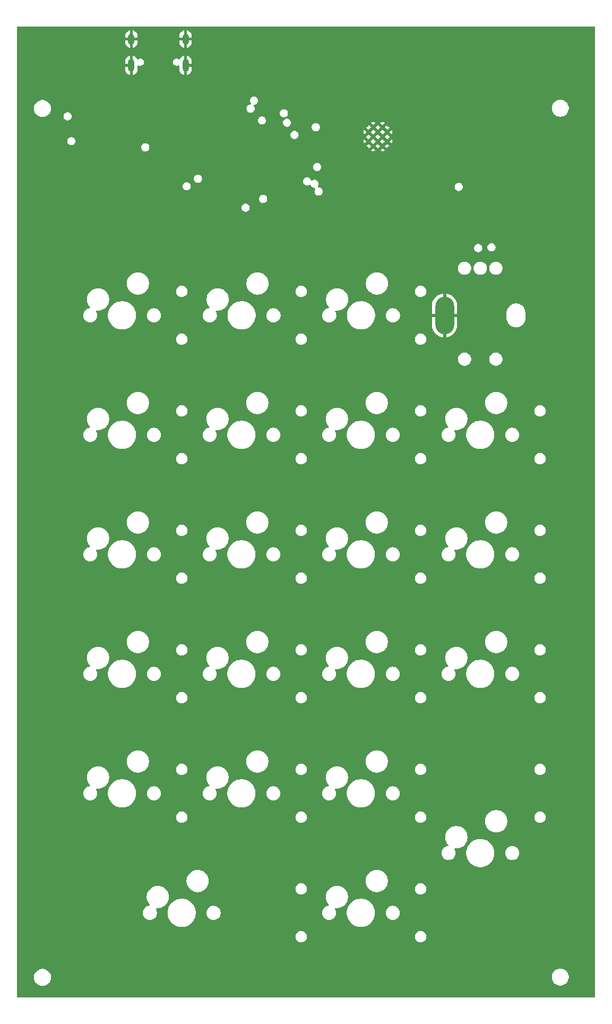
<source format=gbr>
%TF.GenerationSoftware,KiCad,Pcbnew,8.0.6*%
%TF.CreationDate,2024-12-05T21:44:36-05:00*%
%TF.ProjectId,kiCAD Keypad,6b694341-4420-44b6-9579-7061642e6b69,rev?*%
%TF.SameCoordinates,Original*%
%TF.FileFunction,Copper,L3,Inr*%
%TF.FilePolarity,Positive*%
%FSLAX46Y46*%
G04 Gerber Fmt 4.6, Leading zero omitted, Abs format (unit mm)*
G04 Created by KiCad (PCBNEW 8.0.6) date 2024-12-05 21:44:36*
%MOMM*%
%LPD*%
G01*
G04 APERTURE LIST*
%TA.AperFunction,ComponentPad*%
%ADD10O,3.000000X6.000000*%
%TD*%
%TA.AperFunction,ComponentPad*%
%ADD11C,0.600000*%
%TD*%
%TA.AperFunction,ComponentPad*%
%ADD12O,1.000000X2.100000*%
%TD*%
%TA.AperFunction,ComponentPad*%
%ADD13O,1.000000X1.800000*%
%TD*%
%TA.AperFunction,ViaPad*%
%ADD14C,0.700000*%
%TD*%
G04 APERTURE END LIST*
D10*
%TO.N,GND*%
%TO.C,SW3*%
X101138750Y-80962500D03*
%TD*%
D11*
%TO.N,GND*%
%TO.C,U1*%
X89000000Y-51750000D03*
X89000000Y-53250000D03*
X89750000Y-51000000D03*
X89750000Y-52500000D03*
X89750000Y-54000000D03*
X90500000Y-51750000D03*
X90500000Y-53250000D03*
X91250000Y-51000000D03*
X91250000Y-52500000D03*
X91250000Y-54000000D03*
X92000000Y-51750000D03*
X92000000Y-53250000D03*
%TD*%
D12*
%TO.N,GND*%
%TO.C,J1*%
X59820000Y-41105000D03*
D13*
X59820000Y-36925000D03*
D12*
X51180000Y-41105000D03*
D13*
X51180000Y-36925000D03*
%TD*%
D14*
%TO.N,GND*%
X74200000Y-55600000D03*
X70400000Y-49400000D03*
X90425000Y-68000000D03*
X80800000Y-46400000D03*
X62000000Y-36500000D03*
X65000000Y-57200000D03*
X51600000Y-49200000D03*
X75750000Y-46400000D03*
X103200000Y-65250000D03*
X73200000Y-55600000D03*
X55500000Y-46750000D03*
X49181250Y-36250000D03*
X111000000Y-65600000D03*
X102000000Y-47000000D03*
X75600000Y-47400000D03*
X100250000Y-85000000D03*
X59200000Y-46600000D03*
X62500000Y-48400000D03*
X51750000Y-43250000D03*
X67250000Y-50750000D03*
X111200000Y-60400000D03*
X59500000Y-43250000D03*
%TD*%
%TA.AperFunction,Conductor*%
%TO.N,GND*%
G36*
X125092539Y-34920185D02*
G01*
X125138294Y-34972989D01*
X125149500Y-35024500D01*
X125149500Y-189575500D01*
X125129815Y-189642539D01*
X125077011Y-189688294D01*
X125025500Y-189699500D01*
X33024500Y-189699500D01*
X32957461Y-189679815D01*
X32911706Y-189627011D01*
X32900500Y-189575500D01*
X32900500Y-186393713D01*
X35649500Y-186393713D01*
X35649500Y-186606286D01*
X35682753Y-186816239D01*
X35748444Y-187018414D01*
X35844951Y-187207820D01*
X35969890Y-187379786D01*
X36120213Y-187530109D01*
X36292179Y-187655048D01*
X36292181Y-187655049D01*
X36292184Y-187655051D01*
X36481588Y-187751557D01*
X36683757Y-187817246D01*
X36893713Y-187850500D01*
X36893714Y-187850500D01*
X37106286Y-187850500D01*
X37106287Y-187850500D01*
X37316243Y-187817246D01*
X37518412Y-187751557D01*
X37707816Y-187655051D01*
X37776640Y-187605048D01*
X37879786Y-187530109D01*
X37879788Y-187530106D01*
X37879792Y-187530104D01*
X38030104Y-187379792D01*
X38030106Y-187379788D01*
X38030109Y-187379786D01*
X38155048Y-187207820D01*
X38155047Y-187207820D01*
X38155051Y-187207816D01*
X38251557Y-187018412D01*
X38317246Y-186816243D01*
X38350500Y-186606287D01*
X38350500Y-186393713D01*
X38342581Y-186343713D01*
X118249500Y-186343713D01*
X118249500Y-186556286D01*
X118282753Y-186766239D01*
X118348444Y-186968414D01*
X118444951Y-187157820D01*
X118569890Y-187329786D01*
X118720213Y-187480109D01*
X118892179Y-187605048D01*
X118892181Y-187605049D01*
X118892184Y-187605051D01*
X119081588Y-187701557D01*
X119283757Y-187767246D01*
X119493713Y-187800500D01*
X119493714Y-187800500D01*
X119706286Y-187800500D01*
X119706287Y-187800500D01*
X119916243Y-187767246D01*
X120118412Y-187701557D01*
X120307816Y-187605051D01*
X120410966Y-187530109D01*
X120479786Y-187480109D01*
X120479788Y-187480106D01*
X120479792Y-187480104D01*
X120630104Y-187329792D01*
X120630106Y-187329788D01*
X120630109Y-187329786D01*
X120755048Y-187157820D01*
X120755047Y-187157820D01*
X120755051Y-187157816D01*
X120851557Y-186968412D01*
X120917246Y-186766243D01*
X120950500Y-186556287D01*
X120950500Y-186343713D01*
X120917246Y-186133757D01*
X120851557Y-185931588D01*
X120755051Y-185742184D01*
X120755049Y-185742181D01*
X120755048Y-185742179D01*
X120630109Y-185570213D01*
X120479786Y-185419890D01*
X120307820Y-185294951D01*
X120118414Y-185198444D01*
X120118413Y-185198443D01*
X120118412Y-185198443D01*
X119916243Y-185132754D01*
X119916241Y-185132753D01*
X119916240Y-185132753D01*
X119754957Y-185107208D01*
X119706287Y-185099500D01*
X119493713Y-185099500D01*
X119445042Y-185107208D01*
X119283760Y-185132753D01*
X119081585Y-185198444D01*
X118892179Y-185294951D01*
X118720213Y-185419890D01*
X118569890Y-185570213D01*
X118444951Y-185742179D01*
X118348444Y-185931585D01*
X118282753Y-186133760D01*
X118249500Y-186343713D01*
X38342581Y-186343713D01*
X38317246Y-186183757D01*
X38251557Y-185981588D01*
X38155051Y-185792184D01*
X38155049Y-185792181D01*
X38155048Y-185792179D01*
X38030109Y-185620213D01*
X37879786Y-185469890D01*
X37707820Y-185344951D01*
X37518414Y-185248444D01*
X37518413Y-185248443D01*
X37518412Y-185248443D01*
X37316243Y-185182754D01*
X37316241Y-185182753D01*
X37316240Y-185182753D01*
X37154957Y-185157208D01*
X37106287Y-185149500D01*
X36893713Y-185149500D01*
X36845042Y-185157208D01*
X36683760Y-185182753D01*
X36481585Y-185248444D01*
X36292179Y-185344951D01*
X36120213Y-185469890D01*
X35969890Y-185620213D01*
X35844951Y-185792179D01*
X35748444Y-185981585D01*
X35682753Y-186183760D01*
X35649500Y-186393713D01*
X32900500Y-186393713D01*
X32900500Y-179933804D01*
X77363250Y-179933804D01*
X77363250Y-180111195D01*
X77397853Y-180285158D01*
X77397856Y-180285167D01*
X77465733Y-180449040D01*
X77465740Y-180449053D01*
X77564285Y-180596534D01*
X77564288Y-180596538D01*
X77689711Y-180721961D01*
X77689715Y-180721964D01*
X77837196Y-180820509D01*
X77837209Y-180820516D01*
X77960113Y-180871423D01*
X78001084Y-180888394D01*
X78001086Y-180888394D01*
X78001091Y-180888396D01*
X78175054Y-180922999D01*
X78175057Y-180923000D01*
X78175059Y-180923000D01*
X78352443Y-180923000D01*
X78352444Y-180922999D01*
X78410432Y-180911464D01*
X78526408Y-180888396D01*
X78526411Y-180888394D01*
X78526416Y-180888394D01*
X78690297Y-180820513D01*
X78837785Y-180721964D01*
X78963214Y-180596535D01*
X79061763Y-180449047D01*
X79129644Y-180285166D01*
X79164250Y-180111191D01*
X79164250Y-179933809D01*
X79164250Y-179933806D01*
X79164249Y-179933804D01*
X96413250Y-179933804D01*
X96413250Y-180111195D01*
X96447853Y-180285158D01*
X96447856Y-180285167D01*
X96515733Y-180449040D01*
X96515740Y-180449053D01*
X96614285Y-180596534D01*
X96614288Y-180596538D01*
X96739711Y-180721961D01*
X96739715Y-180721964D01*
X96887196Y-180820509D01*
X96887209Y-180820516D01*
X97010113Y-180871423D01*
X97051084Y-180888394D01*
X97051086Y-180888394D01*
X97051091Y-180888396D01*
X97225054Y-180922999D01*
X97225057Y-180923000D01*
X97225059Y-180923000D01*
X97402443Y-180923000D01*
X97402444Y-180922999D01*
X97460432Y-180911464D01*
X97576408Y-180888396D01*
X97576411Y-180888394D01*
X97576416Y-180888394D01*
X97740297Y-180820513D01*
X97887785Y-180721964D01*
X98013214Y-180596535D01*
X98111763Y-180449047D01*
X98179644Y-180285166D01*
X98214250Y-180111191D01*
X98214250Y-179933809D01*
X98214250Y-179933806D01*
X98214249Y-179933804D01*
X98179646Y-179759841D01*
X98179643Y-179759832D01*
X98111766Y-179595959D01*
X98111759Y-179595946D01*
X98013214Y-179448465D01*
X98013211Y-179448461D01*
X97887788Y-179323038D01*
X97887784Y-179323035D01*
X97740303Y-179224490D01*
X97740290Y-179224483D01*
X97576417Y-179156606D01*
X97576408Y-179156603D01*
X97402444Y-179122000D01*
X97402441Y-179122000D01*
X97225059Y-179122000D01*
X97225056Y-179122000D01*
X97051091Y-179156603D01*
X97051082Y-179156606D01*
X96887209Y-179224483D01*
X96887196Y-179224490D01*
X96739715Y-179323035D01*
X96739711Y-179323038D01*
X96614288Y-179448461D01*
X96614285Y-179448465D01*
X96515740Y-179595946D01*
X96515733Y-179595959D01*
X96447856Y-179759832D01*
X96447853Y-179759841D01*
X96413250Y-179933804D01*
X79164249Y-179933804D01*
X79129646Y-179759841D01*
X79129643Y-179759832D01*
X79061766Y-179595959D01*
X79061759Y-179595946D01*
X78963214Y-179448465D01*
X78963211Y-179448461D01*
X78837788Y-179323038D01*
X78837784Y-179323035D01*
X78690303Y-179224490D01*
X78690290Y-179224483D01*
X78526417Y-179156606D01*
X78526408Y-179156603D01*
X78352444Y-179122000D01*
X78352441Y-179122000D01*
X78175059Y-179122000D01*
X78175056Y-179122000D01*
X78001091Y-179156603D01*
X78001082Y-179156606D01*
X77837209Y-179224483D01*
X77837196Y-179224490D01*
X77689715Y-179323035D01*
X77689711Y-179323038D01*
X77564288Y-179448461D01*
X77564285Y-179448465D01*
X77465740Y-179595946D01*
X77465733Y-179595959D01*
X77397856Y-179759832D01*
X77397853Y-179759841D01*
X77363250Y-179933804D01*
X32900500Y-179933804D01*
X32900500Y-176123921D01*
X53008250Y-176123921D01*
X53008250Y-176301078D01*
X53035964Y-176476056D01*
X53090706Y-176644539D01*
X53090707Y-176644542D01*
X53171136Y-176802390D01*
X53275267Y-176945714D01*
X53400536Y-177070983D01*
X53543860Y-177175114D01*
X53612327Y-177210000D01*
X53701707Y-177255542D01*
X53701710Y-177255543D01*
X53785951Y-177282914D01*
X53870195Y-177310286D01*
X54045171Y-177338000D01*
X54045172Y-177338000D01*
X54222328Y-177338000D01*
X54222329Y-177338000D01*
X54397305Y-177310286D01*
X54565792Y-177255542D01*
X54723640Y-177175114D01*
X54866964Y-177070983D01*
X54992233Y-176945714D01*
X55096364Y-176802390D01*
X55176792Y-176644542D01*
X55231536Y-176476055D01*
X55259250Y-176301079D01*
X55259250Y-176123921D01*
X55249915Y-176064986D01*
X56963250Y-176064986D01*
X56963250Y-176360013D01*
X56978528Y-176476055D01*
X57001757Y-176652493D01*
X57078111Y-176937451D01*
X57078114Y-176937461D01*
X57191004Y-177210000D01*
X57191008Y-177210010D01*
X57338511Y-177465493D01*
X57518102Y-177699540D01*
X57518108Y-177699547D01*
X57726702Y-177908141D01*
X57726709Y-177908147D01*
X57960756Y-178087738D01*
X58216239Y-178235241D01*
X58216240Y-178235241D01*
X58216243Y-178235243D01*
X58488798Y-178348139D01*
X58773757Y-178424493D01*
X59066244Y-178463000D01*
X59066251Y-178463000D01*
X59361249Y-178463000D01*
X59361256Y-178463000D01*
X59653743Y-178424493D01*
X59938702Y-178348139D01*
X60211257Y-178235243D01*
X60466744Y-178087738D01*
X60700792Y-177908146D01*
X60909396Y-177699542D01*
X61088988Y-177465494D01*
X61236493Y-177210007D01*
X61349389Y-176937452D01*
X61425743Y-176652493D01*
X61464250Y-176360006D01*
X61464250Y-176123921D01*
X63168250Y-176123921D01*
X63168250Y-176301078D01*
X63195964Y-176476056D01*
X63250706Y-176644539D01*
X63250707Y-176644542D01*
X63331136Y-176802390D01*
X63435267Y-176945714D01*
X63560536Y-177070983D01*
X63703860Y-177175114D01*
X63772327Y-177210000D01*
X63861707Y-177255542D01*
X63861710Y-177255543D01*
X63945951Y-177282914D01*
X64030195Y-177310286D01*
X64205171Y-177338000D01*
X64205172Y-177338000D01*
X64382328Y-177338000D01*
X64382329Y-177338000D01*
X64557305Y-177310286D01*
X64725792Y-177255542D01*
X64883640Y-177175114D01*
X65026964Y-177070983D01*
X65152233Y-176945714D01*
X65256364Y-176802390D01*
X65336792Y-176644542D01*
X65391536Y-176476055D01*
X65419250Y-176301079D01*
X65419250Y-176123921D01*
X81583250Y-176123921D01*
X81583250Y-176301078D01*
X81610964Y-176476056D01*
X81665706Y-176644539D01*
X81665707Y-176644542D01*
X81746136Y-176802390D01*
X81850267Y-176945714D01*
X81975536Y-177070983D01*
X82118860Y-177175114D01*
X82187327Y-177210000D01*
X82276707Y-177255542D01*
X82276710Y-177255543D01*
X82360951Y-177282914D01*
X82445195Y-177310286D01*
X82620171Y-177338000D01*
X82620172Y-177338000D01*
X82797328Y-177338000D01*
X82797329Y-177338000D01*
X82972305Y-177310286D01*
X83140792Y-177255542D01*
X83298640Y-177175114D01*
X83441964Y-177070983D01*
X83567233Y-176945714D01*
X83671364Y-176802390D01*
X83751792Y-176644542D01*
X83806536Y-176476055D01*
X83834250Y-176301079D01*
X83834250Y-176123921D01*
X83824915Y-176064986D01*
X85538250Y-176064986D01*
X85538250Y-176360013D01*
X85553528Y-176476055D01*
X85576757Y-176652493D01*
X85653111Y-176937451D01*
X85653114Y-176937461D01*
X85766004Y-177210000D01*
X85766008Y-177210010D01*
X85913511Y-177465493D01*
X86093102Y-177699540D01*
X86093108Y-177699547D01*
X86301702Y-177908141D01*
X86301709Y-177908147D01*
X86535756Y-178087738D01*
X86791239Y-178235241D01*
X86791240Y-178235241D01*
X86791243Y-178235243D01*
X87063798Y-178348139D01*
X87348757Y-178424493D01*
X87641244Y-178463000D01*
X87641251Y-178463000D01*
X87936249Y-178463000D01*
X87936256Y-178463000D01*
X88228743Y-178424493D01*
X88513702Y-178348139D01*
X88786257Y-178235243D01*
X89041744Y-178087738D01*
X89275792Y-177908146D01*
X89484396Y-177699542D01*
X89663988Y-177465494D01*
X89811493Y-177210007D01*
X89924389Y-176937452D01*
X90000743Y-176652493D01*
X90039250Y-176360006D01*
X90039250Y-176123921D01*
X91743250Y-176123921D01*
X91743250Y-176301078D01*
X91770964Y-176476056D01*
X91825706Y-176644539D01*
X91825707Y-176644542D01*
X91906136Y-176802390D01*
X92010267Y-176945714D01*
X92135536Y-177070983D01*
X92278860Y-177175114D01*
X92347327Y-177210000D01*
X92436707Y-177255542D01*
X92436710Y-177255543D01*
X92520951Y-177282914D01*
X92605195Y-177310286D01*
X92780171Y-177338000D01*
X92780172Y-177338000D01*
X92957328Y-177338000D01*
X92957329Y-177338000D01*
X93132305Y-177310286D01*
X93300792Y-177255542D01*
X93458640Y-177175114D01*
X93601964Y-177070983D01*
X93727233Y-176945714D01*
X93831364Y-176802390D01*
X93911792Y-176644542D01*
X93966536Y-176476055D01*
X93994250Y-176301079D01*
X93994250Y-176123921D01*
X93966536Y-175948945D01*
X93911792Y-175780458D01*
X93911792Y-175780457D01*
X93831363Y-175622609D01*
X93828368Y-175618487D01*
X93727233Y-175479286D01*
X93601964Y-175354017D01*
X93458640Y-175249886D01*
X93300792Y-175169457D01*
X93300789Y-175169456D01*
X93132306Y-175114714D01*
X93044817Y-175100857D01*
X92957329Y-175087000D01*
X92780171Y-175087000D01*
X92721845Y-175096238D01*
X92605193Y-175114714D01*
X92436710Y-175169456D01*
X92436707Y-175169457D01*
X92278859Y-175249886D01*
X92197088Y-175309296D01*
X92135536Y-175354017D01*
X92135534Y-175354019D01*
X92135533Y-175354019D01*
X92010269Y-175479283D01*
X92010269Y-175479284D01*
X92010267Y-175479286D01*
X91965546Y-175540838D01*
X91906136Y-175622609D01*
X91825707Y-175780457D01*
X91825706Y-175780460D01*
X91770964Y-175948943D01*
X91743250Y-176123921D01*
X90039250Y-176123921D01*
X90039250Y-176064994D01*
X90000743Y-175772507D01*
X89924389Y-175487548D01*
X89923365Y-175485077D01*
X89869079Y-175354019D01*
X89811493Y-175214993D01*
X89785203Y-175169458D01*
X89663988Y-174959506D01*
X89484397Y-174725459D01*
X89484391Y-174725452D01*
X89275797Y-174516858D01*
X89275790Y-174516852D01*
X89041743Y-174337261D01*
X88786260Y-174189758D01*
X88786250Y-174189754D01*
X88513711Y-174076864D01*
X88513704Y-174076862D01*
X88513702Y-174076861D01*
X88228743Y-174000507D01*
X88179863Y-173994071D01*
X87936263Y-173962000D01*
X87936256Y-173962000D01*
X87641244Y-173962000D01*
X87641236Y-173962000D01*
X87362835Y-173998653D01*
X87348757Y-174000507D01*
X87063798Y-174076861D01*
X87063788Y-174076864D01*
X86791249Y-174189754D01*
X86791239Y-174189758D01*
X86535756Y-174337261D01*
X86301709Y-174516852D01*
X86301702Y-174516858D01*
X86093108Y-174725452D01*
X86093102Y-174725459D01*
X85913511Y-174959506D01*
X85766008Y-175214989D01*
X85766004Y-175214999D01*
X85653114Y-175487538D01*
X85653111Y-175487548D01*
X85616922Y-175622610D01*
X85576758Y-175772504D01*
X85576756Y-175772515D01*
X85538250Y-176064986D01*
X83824915Y-176064986D01*
X83806536Y-175948945D01*
X83751792Y-175780458D01*
X83751790Y-175780452D01*
X83669263Y-175618487D01*
X83656366Y-175549817D01*
X83682642Y-175485077D01*
X83739748Y-175444819D01*
X83795931Y-175439252D01*
X83855314Y-175447070D01*
X83862362Y-175447998D01*
X83862378Y-175448000D01*
X83862385Y-175448000D01*
X84095115Y-175448000D01*
X84095122Y-175448000D01*
X84325876Y-175417621D01*
X84550690Y-175357382D01*
X84608703Y-175333352D01*
X84765710Y-175268319D01*
X84765713Y-175268317D01*
X84765719Y-175268315D01*
X84967282Y-175151942D01*
X85151931Y-175010256D01*
X85316506Y-174845681D01*
X85458192Y-174661032D01*
X85574565Y-174459469D01*
X85663632Y-174244440D01*
X85723871Y-174019626D01*
X85754250Y-173788872D01*
X85754250Y-173556128D01*
X85723871Y-173325374D01*
X85663632Y-173100560D01*
X85612260Y-172976535D01*
X85574569Y-172885539D01*
X85574561Y-172885523D01*
X85458196Y-172683975D01*
X85458192Y-172683968D01*
X85316506Y-172499319D01*
X85316501Y-172499313D01*
X85151936Y-172334748D01*
X85151929Y-172334742D01*
X84967290Y-172193064D01*
X84967288Y-172193062D01*
X84967282Y-172193058D01*
X84967277Y-172193055D01*
X84967274Y-172193053D01*
X84765726Y-172076688D01*
X84765710Y-172076680D01*
X84550697Y-171987620D01*
X84507155Y-171975953D01*
X84325876Y-171927379D01*
X84325875Y-171927378D01*
X84325872Y-171927378D01*
X84095132Y-171897001D01*
X84095127Y-171897000D01*
X84095122Y-171897000D01*
X83862378Y-171897000D01*
X83862372Y-171897000D01*
X83862367Y-171897001D01*
X83631627Y-171927378D01*
X83406802Y-171987620D01*
X83191789Y-172076680D01*
X83191773Y-172076688D01*
X82990225Y-172193053D01*
X82990209Y-172193064D01*
X82805570Y-172334742D01*
X82805563Y-172334748D01*
X82640998Y-172499313D01*
X82640992Y-172499320D01*
X82499314Y-172683959D01*
X82499303Y-172683975D01*
X82382938Y-172885523D01*
X82382930Y-172885539D01*
X82293870Y-173100552D01*
X82233628Y-173325377D01*
X82203251Y-173556117D01*
X82203250Y-173556134D01*
X82203250Y-173788865D01*
X82203251Y-173788882D01*
X82233628Y-174019622D01*
X82293870Y-174244447D01*
X82382930Y-174459460D01*
X82382938Y-174459476D01*
X82499303Y-174661024D01*
X82499314Y-174661040D01*
X82640992Y-174845679D01*
X82640998Y-174845686D01*
X82674386Y-174879074D01*
X82707871Y-174940397D01*
X82702887Y-175010089D01*
X82661015Y-175066022D01*
X82606103Y-175089228D01*
X82445193Y-175114714D01*
X82276710Y-175169456D01*
X82276707Y-175169457D01*
X82118859Y-175249886D01*
X82037088Y-175309296D01*
X81975536Y-175354017D01*
X81975534Y-175354019D01*
X81975533Y-175354019D01*
X81850269Y-175479283D01*
X81850269Y-175479284D01*
X81850267Y-175479286D01*
X81805546Y-175540838D01*
X81746136Y-175622609D01*
X81665707Y-175780457D01*
X81665706Y-175780460D01*
X81610964Y-175948943D01*
X81583250Y-176123921D01*
X65419250Y-176123921D01*
X65391536Y-175948945D01*
X65336792Y-175780458D01*
X65336792Y-175780457D01*
X65256363Y-175622609D01*
X65253368Y-175618487D01*
X65152233Y-175479286D01*
X65026964Y-175354017D01*
X64883640Y-175249886D01*
X64725792Y-175169457D01*
X64725789Y-175169456D01*
X64557306Y-175114714D01*
X64469817Y-175100857D01*
X64382329Y-175087000D01*
X64205171Y-175087000D01*
X64146845Y-175096238D01*
X64030193Y-175114714D01*
X63861710Y-175169456D01*
X63861707Y-175169457D01*
X63703859Y-175249886D01*
X63622088Y-175309296D01*
X63560536Y-175354017D01*
X63560534Y-175354019D01*
X63560533Y-175354019D01*
X63435269Y-175479283D01*
X63435269Y-175479284D01*
X63435267Y-175479286D01*
X63390546Y-175540838D01*
X63331136Y-175622609D01*
X63250707Y-175780457D01*
X63250706Y-175780460D01*
X63195964Y-175948943D01*
X63168250Y-176123921D01*
X61464250Y-176123921D01*
X61464250Y-176064994D01*
X61425743Y-175772507D01*
X61349389Y-175487548D01*
X61348365Y-175485077D01*
X61294079Y-175354019D01*
X61236493Y-175214993D01*
X61210203Y-175169458D01*
X61088988Y-174959506D01*
X60909397Y-174725459D01*
X60909391Y-174725452D01*
X60700797Y-174516858D01*
X60700790Y-174516852D01*
X60466743Y-174337261D01*
X60211260Y-174189758D01*
X60211250Y-174189754D01*
X59938711Y-174076864D01*
X59938704Y-174076862D01*
X59938702Y-174076861D01*
X59653743Y-174000507D01*
X59604863Y-173994071D01*
X59361263Y-173962000D01*
X59361256Y-173962000D01*
X59066244Y-173962000D01*
X59066236Y-173962000D01*
X58787835Y-173998653D01*
X58773757Y-174000507D01*
X58488798Y-174076861D01*
X58488788Y-174076864D01*
X58216249Y-174189754D01*
X58216239Y-174189758D01*
X57960756Y-174337261D01*
X57726709Y-174516852D01*
X57726702Y-174516858D01*
X57518108Y-174725452D01*
X57518102Y-174725459D01*
X57338511Y-174959506D01*
X57191008Y-175214989D01*
X57191004Y-175214999D01*
X57078114Y-175487538D01*
X57078111Y-175487548D01*
X57041922Y-175622610D01*
X57001758Y-175772504D01*
X57001756Y-175772515D01*
X56963250Y-176064986D01*
X55249915Y-176064986D01*
X55231536Y-175948945D01*
X55176792Y-175780458D01*
X55176790Y-175780452D01*
X55094263Y-175618487D01*
X55081366Y-175549817D01*
X55107642Y-175485077D01*
X55164748Y-175444819D01*
X55220931Y-175439252D01*
X55280314Y-175447070D01*
X55287362Y-175447998D01*
X55287378Y-175448000D01*
X55287385Y-175448000D01*
X55520115Y-175448000D01*
X55520122Y-175448000D01*
X55750876Y-175417621D01*
X55975690Y-175357382D01*
X56033703Y-175333352D01*
X56190710Y-175268319D01*
X56190713Y-175268317D01*
X56190719Y-175268315D01*
X56392282Y-175151942D01*
X56576931Y-175010256D01*
X56741506Y-174845681D01*
X56883192Y-174661032D01*
X56999565Y-174459469D01*
X57088632Y-174244440D01*
X57148871Y-174019626D01*
X57179250Y-173788872D01*
X57179250Y-173556128D01*
X57148871Y-173325374D01*
X57088632Y-173100560D01*
X57037260Y-172976535D01*
X56999569Y-172885539D01*
X56999561Y-172885523D01*
X56883196Y-172683975D01*
X56883192Y-172683968D01*
X56741506Y-172499319D01*
X56741501Y-172499313D01*
X56576936Y-172334748D01*
X56576929Y-172334742D01*
X56392290Y-172193064D01*
X56392288Y-172193062D01*
X56392282Y-172193058D01*
X56392277Y-172193055D01*
X56392274Y-172193053D01*
X56190726Y-172076688D01*
X56190710Y-172076680D01*
X55975697Y-171987620D01*
X55932155Y-171975953D01*
X55750876Y-171927379D01*
X55750875Y-171927378D01*
X55750872Y-171927378D01*
X55520132Y-171897001D01*
X55520127Y-171897000D01*
X55520122Y-171897000D01*
X55287378Y-171897000D01*
X55287372Y-171897000D01*
X55287367Y-171897001D01*
X55056627Y-171927378D01*
X54831802Y-171987620D01*
X54616789Y-172076680D01*
X54616773Y-172076688D01*
X54415225Y-172193053D01*
X54415209Y-172193064D01*
X54230570Y-172334742D01*
X54230563Y-172334748D01*
X54065998Y-172499313D01*
X54065992Y-172499320D01*
X53924314Y-172683959D01*
X53924303Y-172683975D01*
X53807938Y-172885523D01*
X53807930Y-172885539D01*
X53718870Y-173100552D01*
X53658628Y-173325377D01*
X53628251Y-173556117D01*
X53628250Y-173556134D01*
X53628250Y-173788865D01*
X53628251Y-173788882D01*
X53658628Y-174019622D01*
X53718870Y-174244447D01*
X53807930Y-174459460D01*
X53807938Y-174459476D01*
X53924303Y-174661024D01*
X53924314Y-174661040D01*
X54065992Y-174845679D01*
X54065998Y-174845686D01*
X54099386Y-174879074D01*
X54132871Y-174940397D01*
X54127887Y-175010089D01*
X54086015Y-175066022D01*
X54031103Y-175089228D01*
X53870193Y-175114714D01*
X53701710Y-175169456D01*
X53701707Y-175169457D01*
X53543859Y-175249886D01*
X53462088Y-175309296D01*
X53400536Y-175354017D01*
X53400534Y-175354019D01*
X53400533Y-175354019D01*
X53275269Y-175479283D01*
X53275269Y-175479284D01*
X53275267Y-175479286D01*
X53230546Y-175540838D01*
X53171136Y-175622609D01*
X53090707Y-175780457D01*
X53090706Y-175780460D01*
X53035964Y-175948943D01*
X53008250Y-176123921D01*
X32900500Y-176123921D01*
X32900500Y-171016128D01*
X59978250Y-171016128D01*
X59978250Y-171248872D01*
X60008629Y-171479626D01*
X60042084Y-171604483D01*
X60068870Y-171704447D01*
X60157930Y-171919460D01*
X60157938Y-171919476D01*
X60274303Y-172121024D01*
X60274314Y-172121040D01*
X60415992Y-172305679D01*
X60415998Y-172305686D01*
X60580563Y-172470251D01*
X60580570Y-172470257D01*
X60618446Y-172499320D01*
X60765218Y-172611942D01*
X60765225Y-172611946D01*
X60966773Y-172728311D01*
X60966789Y-172728319D01*
X61181802Y-172817379D01*
X61181804Y-172817379D01*
X61181810Y-172817382D01*
X61406624Y-172877621D01*
X61637378Y-172908000D01*
X61637385Y-172908000D01*
X61870115Y-172908000D01*
X61870122Y-172908000D01*
X62100876Y-172877621D01*
X62325690Y-172817382D01*
X62383703Y-172793352D01*
X62540710Y-172728319D01*
X62540713Y-172728317D01*
X62540719Y-172728315D01*
X62742282Y-172611942D01*
X62926931Y-172470256D01*
X63083383Y-172313804D01*
X77363250Y-172313804D01*
X77363250Y-172491195D01*
X77397853Y-172665158D01*
X77397856Y-172665167D01*
X77465733Y-172829040D01*
X77465740Y-172829053D01*
X77564285Y-172976534D01*
X77564288Y-172976538D01*
X77689711Y-173101961D01*
X77689715Y-173101964D01*
X77837196Y-173200509D01*
X77837209Y-173200516D01*
X77960113Y-173251423D01*
X78001084Y-173268394D01*
X78001086Y-173268394D01*
X78001091Y-173268396D01*
X78175054Y-173302999D01*
X78175057Y-173303000D01*
X78175059Y-173303000D01*
X78352443Y-173303000D01*
X78352444Y-173302999D01*
X78410432Y-173291464D01*
X78526408Y-173268396D01*
X78526411Y-173268394D01*
X78526416Y-173268394D01*
X78690297Y-173200513D01*
X78837785Y-173101964D01*
X78963214Y-172976535D01*
X79061763Y-172829047D01*
X79129644Y-172665166D01*
X79140233Y-172611935D01*
X79164249Y-172491195D01*
X79164250Y-172491193D01*
X79164250Y-172313806D01*
X79164249Y-172313804D01*
X79129646Y-172139841D01*
X79129643Y-172139832D01*
X79061766Y-171975959D01*
X79061759Y-171975946D01*
X78963214Y-171828465D01*
X78963211Y-171828461D01*
X78837788Y-171703038D01*
X78837784Y-171703035D01*
X78690303Y-171604490D01*
X78690290Y-171604483D01*
X78526417Y-171536606D01*
X78526408Y-171536603D01*
X78352444Y-171502000D01*
X78352441Y-171502000D01*
X78175059Y-171502000D01*
X78175056Y-171502000D01*
X78001091Y-171536603D01*
X78001082Y-171536606D01*
X77837209Y-171604483D01*
X77837196Y-171604490D01*
X77689715Y-171703035D01*
X77689711Y-171703038D01*
X77564288Y-171828461D01*
X77564285Y-171828465D01*
X77465740Y-171975946D01*
X77465733Y-171975959D01*
X77397856Y-172139832D01*
X77397853Y-172139841D01*
X77363250Y-172313804D01*
X63083383Y-172313804D01*
X63091506Y-172305681D01*
X63233192Y-172121032D01*
X63349565Y-171919469D01*
X63358872Y-171897001D01*
X63438629Y-171704447D01*
X63438628Y-171704447D01*
X63438632Y-171704440D01*
X63498871Y-171479626D01*
X63529250Y-171248872D01*
X63529250Y-171016128D01*
X88553250Y-171016128D01*
X88553250Y-171248872D01*
X88583629Y-171479626D01*
X88617084Y-171604483D01*
X88643870Y-171704447D01*
X88732930Y-171919460D01*
X88732938Y-171919476D01*
X88849303Y-172121024D01*
X88849314Y-172121040D01*
X88990992Y-172305679D01*
X88990998Y-172305686D01*
X89155563Y-172470251D01*
X89155570Y-172470257D01*
X89193446Y-172499320D01*
X89340218Y-172611942D01*
X89340225Y-172611946D01*
X89541773Y-172728311D01*
X89541789Y-172728319D01*
X89756802Y-172817379D01*
X89756804Y-172817379D01*
X89756810Y-172817382D01*
X89981624Y-172877621D01*
X90212378Y-172908000D01*
X90212385Y-172908000D01*
X90445115Y-172908000D01*
X90445122Y-172908000D01*
X90675876Y-172877621D01*
X90900690Y-172817382D01*
X90958703Y-172793352D01*
X91115710Y-172728319D01*
X91115713Y-172728317D01*
X91115719Y-172728315D01*
X91317282Y-172611942D01*
X91501931Y-172470256D01*
X91658383Y-172313804D01*
X96413250Y-172313804D01*
X96413250Y-172491195D01*
X96447853Y-172665158D01*
X96447856Y-172665167D01*
X96515733Y-172829040D01*
X96515740Y-172829053D01*
X96614285Y-172976534D01*
X96614288Y-172976538D01*
X96739711Y-173101961D01*
X96739715Y-173101964D01*
X96887196Y-173200509D01*
X96887209Y-173200516D01*
X97010113Y-173251423D01*
X97051084Y-173268394D01*
X97051086Y-173268394D01*
X97051091Y-173268396D01*
X97225054Y-173302999D01*
X97225057Y-173303000D01*
X97225059Y-173303000D01*
X97402443Y-173303000D01*
X97402444Y-173302999D01*
X97460432Y-173291464D01*
X97576408Y-173268396D01*
X97576411Y-173268394D01*
X97576416Y-173268394D01*
X97740297Y-173200513D01*
X97887785Y-173101964D01*
X98013214Y-172976535D01*
X98111763Y-172829047D01*
X98179644Y-172665166D01*
X98190233Y-172611935D01*
X98214249Y-172491195D01*
X98214250Y-172491193D01*
X98214250Y-172313806D01*
X98214249Y-172313804D01*
X98179646Y-172139841D01*
X98179643Y-172139832D01*
X98111766Y-171975959D01*
X98111759Y-171975946D01*
X98013214Y-171828465D01*
X98013211Y-171828461D01*
X97887788Y-171703038D01*
X97887784Y-171703035D01*
X97740303Y-171604490D01*
X97740290Y-171604483D01*
X97576417Y-171536606D01*
X97576408Y-171536603D01*
X97402444Y-171502000D01*
X97402441Y-171502000D01*
X97225059Y-171502000D01*
X97225056Y-171502000D01*
X97051091Y-171536603D01*
X97051082Y-171536606D01*
X96887209Y-171604483D01*
X96887196Y-171604490D01*
X96739715Y-171703035D01*
X96739711Y-171703038D01*
X96614288Y-171828461D01*
X96614285Y-171828465D01*
X96515740Y-171975946D01*
X96515733Y-171975959D01*
X96447856Y-172139832D01*
X96447853Y-172139841D01*
X96413250Y-172313804D01*
X91658383Y-172313804D01*
X91666506Y-172305681D01*
X91808192Y-172121032D01*
X91924565Y-171919469D01*
X91933872Y-171897001D01*
X92013629Y-171704447D01*
X92013628Y-171704447D01*
X92013632Y-171704440D01*
X92073871Y-171479626D01*
X92104250Y-171248872D01*
X92104250Y-171016128D01*
X92073871Y-170785374D01*
X92013632Y-170560560D01*
X92013629Y-170560552D01*
X91924569Y-170345539D01*
X91924561Y-170345523D01*
X91808196Y-170143975D01*
X91808192Y-170143968D01*
X91666506Y-169959319D01*
X91666501Y-169959313D01*
X91501936Y-169794748D01*
X91501929Y-169794742D01*
X91317290Y-169653064D01*
X91317288Y-169653062D01*
X91317282Y-169653058D01*
X91317277Y-169653055D01*
X91317274Y-169653053D01*
X91115726Y-169536688D01*
X91115710Y-169536680D01*
X90900697Y-169447620D01*
X90675872Y-169387378D01*
X90445132Y-169357001D01*
X90445127Y-169357000D01*
X90445122Y-169357000D01*
X90212378Y-169357000D01*
X90212372Y-169357000D01*
X90212367Y-169357001D01*
X89981627Y-169387378D01*
X89756802Y-169447620D01*
X89541789Y-169536680D01*
X89541773Y-169536688D01*
X89340225Y-169653053D01*
X89340209Y-169653064D01*
X89155570Y-169794742D01*
X89155563Y-169794748D01*
X88990998Y-169959313D01*
X88990992Y-169959320D01*
X88849314Y-170143959D01*
X88849303Y-170143975D01*
X88732938Y-170345523D01*
X88732930Y-170345539D01*
X88643870Y-170560552D01*
X88583628Y-170785377D01*
X88553251Y-171016117D01*
X88553250Y-171016128D01*
X63529250Y-171016128D01*
X63498871Y-170785374D01*
X63438632Y-170560560D01*
X63438629Y-170560552D01*
X63349569Y-170345539D01*
X63349561Y-170345523D01*
X63233196Y-170143975D01*
X63233192Y-170143968D01*
X63091506Y-169959319D01*
X63091501Y-169959313D01*
X62926936Y-169794748D01*
X62926929Y-169794742D01*
X62742290Y-169653064D01*
X62742288Y-169653062D01*
X62742282Y-169653058D01*
X62742277Y-169653055D01*
X62742274Y-169653053D01*
X62540726Y-169536688D01*
X62540710Y-169536680D01*
X62325697Y-169447620D01*
X62100872Y-169387378D01*
X61870132Y-169357001D01*
X61870127Y-169357000D01*
X61870122Y-169357000D01*
X61637378Y-169357000D01*
X61637372Y-169357000D01*
X61637367Y-169357001D01*
X61406627Y-169387378D01*
X61181802Y-169447620D01*
X60966789Y-169536680D01*
X60966773Y-169536688D01*
X60765225Y-169653053D01*
X60765209Y-169653064D01*
X60580570Y-169794742D01*
X60580563Y-169794748D01*
X60415998Y-169959313D01*
X60415992Y-169959320D01*
X60274314Y-170143959D01*
X60274303Y-170143975D01*
X60157938Y-170345523D01*
X60157930Y-170345539D01*
X60068870Y-170560552D01*
X60008628Y-170785377D01*
X59978251Y-171016117D01*
X59978250Y-171016128D01*
X32900500Y-171016128D01*
X32900500Y-166598921D01*
X100633250Y-166598921D01*
X100633250Y-166776078D01*
X100660964Y-166951056D01*
X100715706Y-167119539D01*
X100715707Y-167119542D01*
X100796136Y-167277390D01*
X100900267Y-167420714D01*
X101025536Y-167545983D01*
X101168860Y-167650114D01*
X101237327Y-167685000D01*
X101326707Y-167730542D01*
X101326710Y-167730543D01*
X101410951Y-167757914D01*
X101495195Y-167785286D01*
X101670171Y-167813000D01*
X101670172Y-167813000D01*
X101847328Y-167813000D01*
X101847329Y-167813000D01*
X102022305Y-167785286D01*
X102190792Y-167730542D01*
X102348640Y-167650114D01*
X102491964Y-167545983D01*
X102617233Y-167420714D01*
X102721364Y-167277390D01*
X102801792Y-167119542D01*
X102856536Y-166951055D01*
X102884250Y-166776079D01*
X102884250Y-166598921D01*
X102874915Y-166539986D01*
X104588250Y-166539986D01*
X104588250Y-166835013D01*
X104603528Y-166951055D01*
X104626757Y-167127493D01*
X104703111Y-167412451D01*
X104703114Y-167412461D01*
X104816004Y-167685000D01*
X104816008Y-167685010D01*
X104963511Y-167940493D01*
X105143102Y-168174540D01*
X105143108Y-168174547D01*
X105351702Y-168383141D01*
X105351709Y-168383147D01*
X105585756Y-168562738D01*
X105841239Y-168710241D01*
X105841240Y-168710241D01*
X105841243Y-168710243D01*
X106113798Y-168823139D01*
X106398757Y-168899493D01*
X106691244Y-168938000D01*
X106691251Y-168938000D01*
X106986249Y-168938000D01*
X106986256Y-168938000D01*
X107278743Y-168899493D01*
X107563702Y-168823139D01*
X107836257Y-168710243D01*
X108091744Y-168562738D01*
X108325792Y-168383146D01*
X108534396Y-168174542D01*
X108713988Y-167940494D01*
X108861493Y-167685007D01*
X108974389Y-167412452D01*
X109050743Y-167127493D01*
X109089250Y-166835006D01*
X109089250Y-166598921D01*
X110793250Y-166598921D01*
X110793250Y-166776078D01*
X110820964Y-166951056D01*
X110875706Y-167119539D01*
X110875707Y-167119542D01*
X110956136Y-167277390D01*
X111060267Y-167420714D01*
X111185536Y-167545983D01*
X111328860Y-167650114D01*
X111397327Y-167685000D01*
X111486707Y-167730542D01*
X111486710Y-167730543D01*
X111570951Y-167757914D01*
X111655195Y-167785286D01*
X111830171Y-167813000D01*
X111830172Y-167813000D01*
X112007328Y-167813000D01*
X112007329Y-167813000D01*
X112182305Y-167785286D01*
X112350792Y-167730542D01*
X112508640Y-167650114D01*
X112651964Y-167545983D01*
X112777233Y-167420714D01*
X112881364Y-167277390D01*
X112961792Y-167119542D01*
X113016536Y-166951055D01*
X113044250Y-166776079D01*
X113044250Y-166598921D01*
X113016536Y-166423945D01*
X112961792Y-166255458D01*
X112961792Y-166255457D01*
X112881363Y-166097609D01*
X112878368Y-166093487D01*
X112777233Y-165954286D01*
X112651964Y-165829017D01*
X112508640Y-165724886D01*
X112350792Y-165644457D01*
X112350789Y-165644456D01*
X112182306Y-165589714D01*
X112094817Y-165575857D01*
X112007329Y-165562000D01*
X111830171Y-165562000D01*
X111771845Y-165571238D01*
X111655193Y-165589714D01*
X111486710Y-165644456D01*
X111486707Y-165644457D01*
X111328859Y-165724886D01*
X111247088Y-165784296D01*
X111185536Y-165829017D01*
X111185534Y-165829019D01*
X111185533Y-165829019D01*
X111060269Y-165954283D01*
X111060269Y-165954284D01*
X111060267Y-165954286D01*
X111015546Y-166015838D01*
X110956136Y-166097609D01*
X110875707Y-166255457D01*
X110875706Y-166255460D01*
X110820964Y-166423943D01*
X110793250Y-166598921D01*
X109089250Y-166598921D01*
X109089250Y-166539994D01*
X109050743Y-166247507D01*
X108974389Y-165962548D01*
X108973365Y-165960077D01*
X108919079Y-165829019D01*
X108861493Y-165689993D01*
X108835203Y-165644458D01*
X108713988Y-165434506D01*
X108534397Y-165200459D01*
X108534391Y-165200452D01*
X108325797Y-164991858D01*
X108325790Y-164991852D01*
X108091743Y-164812261D01*
X107836260Y-164664758D01*
X107836250Y-164664754D01*
X107563711Y-164551864D01*
X107563704Y-164551862D01*
X107563702Y-164551861D01*
X107278743Y-164475507D01*
X107229863Y-164469071D01*
X106986263Y-164437000D01*
X106986256Y-164437000D01*
X106691244Y-164437000D01*
X106691236Y-164437000D01*
X106412835Y-164473653D01*
X106398757Y-164475507D01*
X106113798Y-164551861D01*
X106113788Y-164551864D01*
X105841249Y-164664754D01*
X105841239Y-164664758D01*
X105585756Y-164812261D01*
X105351709Y-164991852D01*
X105351702Y-164991858D01*
X105143108Y-165200452D01*
X105143102Y-165200459D01*
X104963511Y-165434506D01*
X104816008Y-165689989D01*
X104816004Y-165689999D01*
X104703114Y-165962538D01*
X104703111Y-165962548D01*
X104666922Y-166097610D01*
X104626758Y-166247504D01*
X104626756Y-166247515D01*
X104588250Y-166539986D01*
X102874915Y-166539986D01*
X102856536Y-166423945D01*
X102801792Y-166255458D01*
X102801790Y-166255452D01*
X102719263Y-166093487D01*
X102706366Y-166024817D01*
X102732642Y-165960077D01*
X102789748Y-165919819D01*
X102845931Y-165914252D01*
X102905314Y-165922070D01*
X102912362Y-165922998D01*
X102912378Y-165923000D01*
X102912385Y-165923000D01*
X103145115Y-165923000D01*
X103145122Y-165923000D01*
X103375876Y-165892621D01*
X103600690Y-165832382D01*
X103658703Y-165808352D01*
X103815710Y-165743319D01*
X103815713Y-165743317D01*
X103815719Y-165743315D01*
X104017282Y-165626942D01*
X104201931Y-165485256D01*
X104366506Y-165320681D01*
X104508192Y-165136032D01*
X104624565Y-164934469D01*
X104713632Y-164719440D01*
X104773871Y-164494626D01*
X104804250Y-164263872D01*
X104804250Y-164031128D01*
X104773871Y-163800374D01*
X104713632Y-163575560D01*
X104713629Y-163575552D01*
X104624569Y-163360539D01*
X104624561Y-163360523D01*
X104508196Y-163158975D01*
X104508192Y-163158968D01*
X104366506Y-162974319D01*
X104366501Y-162974313D01*
X104201936Y-162809748D01*
X104201929Y-162809742D01*
X104017290Y-162668064D01*
X104017288Y-162668062D01*
X104017282Y-162668058D01*
X104017277Y-162668055D01*
X104017274Y-162668053D01*
X103815726Y-162551688D01*
X103815710Y-162551680D01*
X103600697Y-162462620D01*
X103375872Y-162402378D01*
X103145132Y-162372001D01*
X103145127Y-162372000D01*
X103145122Y-162372000D01*
X102912378Y-162372000D01*
X102912372Y-162372000D01*
X102912367Y-162372001D01*
X102681627Y-162402378D01*
X102456802Y-162462620D01*
X102241789Y-162551680D01*
X102241773Y-162551688D01*
X102040225Y-162668053D01*
X102040209Y-162668064D01*
X101855570Y-162809742D01*
X101855563Y-162809748D01*
X101690998Y-162974313D01*
X101690992Y-162974320D01*
X101549314Y-163158959D01*
X101549303Y-163158975D01*
X101432938Y-163360523D01*
X101432930Y-163360539D01*
X101343870Y-163575552D01*
X101283628Y-163800377D01*
X101253251Y-164031117D01*
X101253250Y-164031134D01*
X101253250Y-164263865D01*
X101253251Y-164263882D01*
X101283628Y-164494622D01*
X101343870Y-164719447D01*
X101432930Y-164934460D01*
X101432938Y-164934476D01*
X101549303Y-165136024D01*
X101549314Y-165136040D01*
X101690992Y-165320679D01*
X101690998Y-165320686D01*
X101724386Y-165354074D01*
X101757871Y-165415397D01*
X101752887Y-165485089D01*
X101711015Y-165541022D01*
X101656103Y-165564228D01*
X101495193Y-165589714D01*
X101326710Y-165644456D01*
X101326707Y-165644457D01*
X101168859Y-165724886D01*
X101087088Y-165784296D01*
X101025536Y-165829017D01*
X101025534Y-165829019D01*
X101025533Y-165829019D01*
X100900269Y-165954283D01*
X100900269Y-165954284D01*
X100900267Y-165954286D01*
X100855546Y-166015838D01*
X100796136Y-166097609D01*
X100715707Y-166255457D01*
X100715706Y-166255460D01*
X100660964Y-166423943D01*
X100633250Y-166598921D01*
X32900500Y-166598921D01*
X32900500Y-160883804D01*
X58313250Y-160883804D01*
X58313250Y-161061195D01*
X58347853Y-161235158D01*
X58347856Y-161235167D01*
X58415733Y-161399040D01*
X58415740Y-161399053D01*
X58514285Y-161546534D01*
X58514288Y-161546538D01*
X58639711Y-161671961D01*
X58639715Y-161671964D01*
X58787196Y-161770509D01*
X58787209Y-161770516D01*
X58910113Y-161821423D01*
X58951084Y-161838394D01*
X58951086Y-161838394D01*
X58951091Y-161838396D01*
X59125054Y-161872999D01*
X59125057Y-161873000D01*
X59125059Y-161873000D01*
X59302443Y-161873000D01*
X59302444Y-161872999D01*
X59360432Y-161861464D01*
X59476408Y-161838396D01*
X59476411Y-161838394D01*
X59476416Y-161838394D01*
X59640297Y-161770513D01*
X59787785Y-161671964D01*
X59913214Y-161546535D01*
X60011763Y-161399047D01*
X60079644Y-161235166D01*
X60114250Y-161061191D01*
X60114250Y-160883809D01*
X60114250Y-160883806D01*
X60114249Y-160883804D01*
X77363250Y-160883804D01*
X77363250Y-161061195D01*
X77397853Y-161235158D01*
X77397856Y-161235167D01*
X77465733Y-161399040D01*
X77465740Y-161399053D01*
X77564285Y-161546534D01*
X77564288Y-161546538D01*
X77689711Y-161671961D01*
X77689715Y-161671964D01*
X77837196Y-161770509D01*
X77837209Y-161770516D01*
X77960113Y-161821423D01*
X78001084Y-161838394D01*
X78001086Y-161838394D01*
X78001091Y-161838396D01*
X78175054Y-161872999D01*
X78175057Y-161873000D01*
X78175059Y-161873000D01*
X78352443Y-161873000D01*
X78352444Y-161872999D01*
X78410432Y-161861464D01*
X78526408Y-161838396D01*
X78526411Y-161838394D01*
X78526416Y-161838394D01*
X78690297Y-161770513D01*
X78837785Y-161671964D01*
X78963214Y-161546535D01*
X79061763Y-161399047D01*
X79129644Y-161235166D01*
X79164250Y-161061191D01*
X79164250Y-160883809D01*
X79164250Y-160883806D01*
X79164249Y-160883804D01*
X96413250Y-160883804D01*
X96413250Y-161061195D01*
X96447853Y-161235158D01*
X96447856Y-161235167D01*
X96515733Y-161399040D01*
X96515740Y-161399053D01*
X96614285Y-161546534D01*
X96614288Y-161546538D01*
X96739711Y-161671961D01*
X96739715Y-161671964D01*
X96887196Y-161770509D01*
X96887209Y-161770516D01*
X97010113Y-161821423D01*
X97051084Y-161838394D01*
X97051086Y-161838394D01*
X97051091Y-161838396D01*
X97225054Y-161872999D01*
X97225057Y-161873000D01*
X97225059Y-161873000D01*
X97402443Y-161873000D01*
X97402444Y-161872999D01*
X97460432Y-161861464D01*
X97576408Y-161838396D01*
X97576411Y-161838394D01*
X97576416Y-161838394D01*
X97740297Y-161770513D01*
X97887785Y-161671964D01*
X98013214Y-161546535D01*
X98050232Y-161491134D01*
X107603250Y-161491134D01*
X107603250Y-161723865D01*
X107603251Y-161723882D01*
X107633628Y-161954622D01*
X107693870Y-162179447D01*
X107782930Y-162394460D01*
X107782938Y-162394476D01*
X107899303Y-162596024D01*
X107899314Y-162596040D01*
X108040992Y-162780679D01*
X108040998Y-162780686D01*
X108205563Y-162945251D01*
X108205570Y-162945257D01*
X108243446Y-162974320D01*
X108390218Y-163086942D01*
X108390225Y-163086946D01*
X108591773Y-163203311D01*
X108591789Y-163203319D01*
X108806802Y-163292379D01*
X108806804Y-163292379D01*
X108806810Y-163292382D01*
X109031624Y-163352621D01*
X109262378Y-163383000D01*
X109262385Y-163383000D01*
X109495115Y-163383000D01*
X109495122Y-163383000D01*
X109725876Y-163352621D01*
X109950690Y-163292382D01*
X110008703Y-163268352D01*
X110165710Y-163203319D01*
X110165713Y-163203317D01*
X110165719Y-163203315D01*
X110367282Y-163086942D01*
X110551931Y-162945256D01*
X110716506Y-162780681D01*
X110858192Y-162596032D01*
X110974565Y-162394469D01*
X110983872Y-162372001D01*
X111063629Y-162179447D01*
X111063628Y-162179447D01*
X111063632Y-162179440D01*
X111123871Y-161954626D01*
X111154250Y-161723872D01*
X111154250Y-161491128D01*
X111123871Y-161260374D01*
X111063632Y-161035560D01*
X111063629Y-161035552D01*
X111000774Y-160883804D01*
X115463250Y-160883804D01*
X115463250Y-161061195D01*
X115497853Y-161235158D01*
X115497856Y-161235167D01*
X115565733Y-161399040D01*
X115565740Y-161399053D01*
X115664285Y-161546534D01*
X115664288Y-161546538D01*
X115789711Y-161671961D01*
X115789715Y-161671964D01*
X115937196Y-161770509D01*
X115937209Y-161770516D01*
X116060113Y-161821423D01*
X116101084Y-161838394D01*
X116101086Y-161838394D01*
X116101091Y-161838396D01*
X116275054Y-161872999D01*
X116275057Y-161873000D01*
X116275059Y-161873000D01*
X116452443Y-161873000D01*
X116452444Y-161872999D01*
X116510432Y-161861464D01*
X116626408Y-161838396D01*
X116626411Y-161838394D01*
X116626416Y-161838394D01*
X116790297Y-161770513D01*
X116937785Y-161671964D01*
X117063214Y-161546535D01*
X117161763Y-161399047D01*
X117229644Y-161235166D01*
X117264250Y-161061191D01*
X117264250Y-160883809D01*
X117264250Y-160883806D01*
X117264249Y-160883804D01*
X117229646Y-160709841D01*
X117229643Y-160709832D01*
X117161766Y-160545959D01*
X117161759Y-160545946D01*
X117063214Y-160398465D01*
X117063211Y-160398461D01*
X116937788Y-160273038D01*
X116937784Y-160273035D01*
X116790303Y-160174490D01*
X116790290Y-160174483D01*
X116626417Y-160106606D01*
X116626408Y-160106603D01*
X116452444Y-160072000D01*
X116452441Y-160072000D01*
X116275059Y-160072000D01*
X116275056Y-160072000D01*
X116101091Y-160106603D01*
X116101082Y-160106606D01*
X115937209Y-160174483D01*
X115937196Y-160174490D01*
X115789715Y-160273035D01*
X115789711Y-160273038D01*
X115664288Y-160398461D01*
X115664285Y-160398465D01*
X115565740Y-160545946D01*
X115565733Y-160545959D01*
X115497856Y-160709832D01*
X115497853Y-160709841D01*
X115463250Y-160883804D01*
X111000774Y-160883804D01*
X110974569Y-160820539D01*
X110974561Y-160820523D01*
X110858196Y-160618975D01*
X110858192Y-160618968D01*
X110716506Y-160434319D01*
X110716501Y-160434313D01*
X110551936Y-160269748D01*
X110551929Y-160269742D01*
X110367290Y-160128064D01*
X110367288Y-160128062D01*
X110367282Y-160128058D01*
X110367277Y-160128055D01*
X110367274Y-160128053D01*
X110165726Y-160011688D01*
X110165710Y-160011680D01*
X109950697Y-159922620D01*
X109725872Y-159862378D01*
X109495132Y-159832001D01*
X109495127Y-159832000D01*
X109495122Y-159832000D01*
X109262378Y-159832000D01*
X109262372Y-159832000D01*
X109262367Y-159832001D01*
X109031627Y-159862378D01*
X108806802Y-159922620D01*
X108591789Y-160011680D01*
X108591773Y-160011688D01*
X108390225Y-160128053D01*
X108390209Y-160128064D01*
X108205570Y-160269742D01*
X108205563Y-160269748D01*
X108040998Y-160434313D01*
X108040992Y-160434320D01*
X107899314Y-160618959D01*
X107899303Y-160618975D01*
X107782938Y-160820523D01*
X107782930Y-160820539D01*
X107693870Y-161035552D01*
X107633628Y-161260377D01*
X107603251Y-161491117D01*
X107603250Y-161491134D01*
X98050232Y-161491134D01*
X98111763Y-161399047D01*
X98179644Y-161235166D01*
X98214250Y-161061191D01*
X98214250Y-160883809D01*
X98214250Y-160883806D01*
X98214249Y-160883804D01*
X98179646Y-160709841D01*
X98179643Y-160709832D01*
X98111766Y-160545959D01*
X98111759Y-160545946D01*
X98013214Y-160398465D01*
X98013211Y-160398461D01*
X97887788Y-160273038D01*
X97887784Y-160273035D01*
X97740303Y-160174490D01*
X97740290Y-160174483D01*
X97576417Y-160106606D01*
X97576408Y-160106603D01*
X97402444Y-160072000D01*
X97402441Y-160072000D01*
X97225059Y-160072000D01*
X97225056Y-160072000D01*
X97051091Y-160106603D01*
X97051082Y-160106606D01*
X96887209Y-160174483D01*
X96887196Y-160174490D01*
X96739715Y-160273035D01*
X96739711Y-160273038D01*
X96614288Y-160398461D01*
X96614285Y-160398465D01*
X96515740Y-160545946D01*
X96515733Y-160545959D01*
X96447856Y-160709832D01*
X96447853Y-160709841D01*
X96413250Y-160883804D01*
X79164249Y-160883804D01*
X79129646Y-160709841D01*
X79129643Y-160709832D01*
X79061766Y-160545959D01*
X79061759Y-160545946D01*
X78963214Y-160398465D01*
X78963211Y-160398461D01*
X78837788Y-160273038D01*
X78837784Y-160273035D01*
X78690303Y-160174490D01*
X78690290Y-160174483D01*
X78526417Y-160106606D01*
X78526408Y-160106603D01*
X78352444Y-160072000D01*
X78352441Y-160072000D01*
X78175059Y-160072000D01*
X78175056Y-160072000D01*
X78001091Y-160106603D01*
X78001082Y-160106606D01*
X77837209Y-160174483D01*
X77837196Y-160174490D01*
X77689715Y-160273035D01*
X77689711Y-160273038D01*
X77564288Y-160398461D01*
X77564285Y-160398465D01*
X77465740Y-160545946D01*
X77465733Y-160545959D01*
X77397856Y-160709832D01*
X77397853Y-160709841D01*
X77363250Y-160883804D01*
X60114249Y-160883804D01*
X60079646Y-160709841D01*
X60079643Y-160709832D01*
X60011766Y-160545959D01*
X60011759Y-160545946D01*
X59913214Y-160398465D01*
X59913211Y-160398461D01*
X59787788Y-160273038D01*
X59787784Y-160273035D01*
X59640303Y-160174490D01*
X59640290Y-160174483D01*
X59476417Y-160106606D01*
X59476408Y-160106603D01*
X59302444Y-160072000D01*
X59302441Y-160072000D01*
X59125059Y-160072000D01*
X59125056Y-160072000D01*
X58951091Y-160106603D01*
X58951082Y-160106606D01*
X58787209Y-160174483D01*
X58787196Y-160174490D01*
X58639715Y-160273035D01*
X58639711Y-160273038D01*
X58514288Y-160398461D01*
X58514285Y-160398465D01*
X58415740Y-160545946D01*
X58415733Y-160545959D01*
X58347856Y-160709832D01*
X58347853Y-160709841D01*
X58313250Y-160883804D01*
X32900500Y-160883804D01*
X32900500Y-157073921D01*
X43483250Y-157073921D01*
X43483250Y-157251078D01*
X43510964Y-157426056D01*
X43565706Y-157594539D01*
X43565707Y-157594542D01*
X43646136Y-157752390D01*
X43750267Y-157895714D01*
X43875536Y-158020983D01*
X44018860Y-158125114D01*
X44087327Y-158160000D01*
X44176707Y-158205542D01*
X44176710Y-158205543D01*
X44260951Y-158232914D01*
X44345195Y-158260286D01*
X44520171Y-158288000D01*
X44520172Y-158288000D01*
X44697328Y-158288000D01*
X44697329Y-158288000D01*
X44872305Y-158260286D01*
X45040792Y-158205542D01*
X45198640Y-158125114D01*
X45341964Y-158020983D01*
X45467233Y-157895714D01*
X45571364Y-157752390D01*
X45651792Y-157594542D01*
X45706536Y-157426055D01*
X45734250Y-157251079D01*
X45734250Y-157073921D01*
X45724915Y-157014986D01*
X47438250Y-157014986D01*
X47438250Y-157310013D01*
X47453528Y-157426055D01*
X47476757Y-157602493D01*
X47553111Y-157887451D01*
X47553114Y-157887461D01*
X47666004Y-158160000D01*
X47666008Y-158160010D01*
X47813511Y-158415493D01*
X47993102Y-158649540D01*
X47993108Y-158649547D01*
X48201702Y-158858141D01*
X48201709Y-158858147D01*
X48435756Y-159037738D01*
X48691239Y-159185241D01*
X48691240Y-159185241D01*
X48691243Y-159185243D01*
X48963798Y-159298139D01*
X49248757Y-159374493D01*
X49541244Y-159413000D01*
X49541251Y-159413000D01*
X49836249Y-159413000D01*
X49836256Y-159413000D01*
X50128743Y-159374493D01*
X50413702Y-159298139D01*
X50686257Y-159185243D01*
X50941744Y-159037738D01*
X51175792Y-158858146D01*
X51384396Y-158649542D01*
X51563988Y-158415494D01*
X51711493Y-158160007D01*
X51824389Y-157887452D01*
X51900743Y-157602493D01*
X51939250Y-157310006D01*
X51939250Y-157073921D01*
X53643250Y-157073921D01*
X53643250Y-157251078D01*
X53670964Y-157426056D01*
X53725706Y-157594539D01*
X53725707Y-157594542D01*
X53806136Y-157752390D01*
X53910267Y-157895714D01*
X54035536Y-158020983D01*
X54178860Y-158125114D01*
X54247327Y-158160000D01*
X54336707Y-158205542D01*
X54336710Y-158205543D01*
X54420951Y-158232914D01*
X54505195Y-158260286D01*
X54680171Y-158288000D01*
X54680172Y-158288000D01*
X54857328Y-158288000D01*
X54857329Y-158288000D01*
X55032305Y-158260286D01*
X55200792Y-158205542D01*
X55358640Y-158125114D01*
X55501964Y-158020983D01*
X55627233Y-157895714D01*
X55731364Y-157752390D01*
X55811792Y-157594542D01*
X55866536Y-157426055D01*
X55894250Y-157251079D01*
X55894250Y-157073921D01*
X62533250Y-157073921D01*
X62533250Y-157251078D01*
X62560964Y-157426056D01*
X62615706Y-157594539D01*
X62615707Y-157594542D01*
X62696136Y-157752390D01*
X62800267Y-157895714D01*
X62925536Y-158020983D01*
X63068860Y-158125114D01*
X63137327Y-158160000D01*
X63226707Y-158205542D01*
X63226710Y-158205543D01*
X63310951Y-158232914D01*
X63395195Y-158260286D01*
X63570171Y-158288000D01*
X63570172Y-158288000D01*
X63747328Y-158288000D01*
X63747329Y-158288000D01*
X63922305Y-158260286D01*
X64090792Y-158205542D01*
X64248640Y-158125114D01*
X64391964Y-158020983D01*
X64517233Y-157895714D01*
X64621364Y-157752390D01*
X64701792Y-157594542D01*
X64756536Y-157426055D01*
X64784250Y-157251079D01*
X64784250Y-157073921D01*
X64774915Y-157014986D01*
X66488250Y-157014986D01*
X66488250Y-157310013D01*
X66503528Y-157426055D01*
X66526757Y-157602493D01*
X66603111Y-157887451D01*
X66603114Y-157887461D01*
X66716004Y-158160000D01*
X66716008Y-158160010D01*
X66863511Y-158415493D01*
X67043102Y-158649540D01*
X67043108Y-158649547D01*
X67251702Y-158858141D01*
X67251709Y-158858147D01*
X67485756Y-159037738D01*
X67741239Y-159185241D01*
X67741240Y-159185241D01*
X67741243Y-159185243D01*
X68013798Y-159298139D01*
X68298757Y-159374493D01*
X68591244Y-159413000D01*
X68591251Y-159413000D01*
X68886249Y-159413000D01*
X68886256Y-159413000D01*
X69178743Y-159374493D01*
X69463702Y-159298139D01*
X69736257Y-159185243D01*
X69991744Y-159037738D01*
X70225792Y-158858146D01*
X70434396Y-158649542D01*
X70613988Y-158415494D01*
X70761493Y-158160007D01*
X70874389Y-157887452D01*
X70950743Y-157602493D01*
X70989250Y-157310006D01*
X70989250Y-157073921D01*
X72693250Y-157073921D01*
X72693250Y-157251078D01*
X72720964Y-157426056D01*
X72775706Y-157594539D01*
X72775707Y-157594542D01*
X72856136Y-157752390D01*
X72960267Y-157895714D01*
X73085536Y-158020983D01*
X73228860Y-158125114D01*
X73297327Y-158160000D01*
X73386707Y-158205542D01*
X73386710Y-158205543D01*
X73470951Y-158232914D01*
X73555195Y-158260286D01*
X73730171Y-158288000D01*
X73730172Y-158288000D01*
X73907328Y-158288000D01*
X73907329Y-158288000D01*
X74082305Y-158260286D01*
X74250792Y-158205542D01*
X74408640Y-158125114D01*
X74551964Y-158020983D01*
X74677233Y-157895714D01*
X74781364Y-157752390D01*
X74861792Y-157594542D01*
X74916536Y-157426055D01*
X74944250Y-157251079D01*
X74944250Y-157073921D01*
X81583250Y-157073921D01*
X81583250Y-157251078D01*
X81610964Y-157426056D01*
X81665706Y-157594539D01*
X81665707Y-157594542D01*
X81746136Y-157752390D01*
X81850267Y-157895714D01*
X81975536Y-158020983D01*
X82118860Y-158125114D01*
X82187327Y-158160000D01*
X82276707Y-158205542D01*
X82276710Y-158205543D01*
X82360951Y-158232914D01*
X82445195Y-158260286D01*
X82620171Y-158288000D01*
X82620172Y-158288000D01*
X82797328Y-158288000D01*
X82797329Y-158288000D01*
X82972305Y-158260286D01*
X83140792Y-158205542D01*
X83298640Y-158125114D01*
X83441964Y-158020983D01*
X83567233Y-157895714D01*
X83671364Y-157752390D01*
X83751792Y-157594542D01*
X83806536Y-157426055D01*
X83834250Y-157251079D01*
X83834250Y-157073921D01*
X83824915Y-157014986D01*
X85538250Y-157014986D01*
X85538250Y-157310013D01*
X85553528Y-157426055D01*
X85576757Y-157602493D01*
X85653111Y-157887451D01*
X85653114Y-157887461D01*
X85766004Y-158160000D01*
X85766008Y-158160010D01*
X85913511Y-158415493D01*
X86093102Y-158649540D01*
X86093108Y-158649547D01*
X86301702Y-158858141D01*
X86301709Y-158858147D01*
X86535756Y-159037738D01*
X86791239Y-159185241D01*
X86791240Y-159185241D01*
X86791243Y-159185243D01*
X87063798Y-159298139D01*
X87348757Y-159374493D01*
X87641244Y-159413000D01*
X87641251Y-159413000D01*
X87936249Y-159413000D01*
X87936256Y-159413000D01*
X88228743Y-159374493D01*
X88513702Y-159298139D01*
X88786257Y-159185243D01*
X89041744Y-159037738D01*
X89275792Y-158858146D01*
X89484396Y-158649542D01*
X89663988Y-158415494D01*
X89811493Y-158160007D01*
X89924389Y-157887452D01*
X90000743Y-157602493D01*
X90039250Y-157310006D01*
X90039250Y-157073921D01*
X91743250Y-157073921D01*
X91743250Y-157251078D01*
X91770964Y-157426056D01*
X91825706Y-157594539D01*
X91825707Y-157594542D01*
X91906136Y-157752390D01*
X92010267Y-157895714D01*
X92135536Y-158020983D01*
X92278860Y-158125114D01*
X92347327Y-158160000D01*
X92436707Y-158205542D01*
X92436710Y-158205543D01*
X92520951Y-158232914D01*
X92605195Y-158260286D01*
X92780171Y-158288000D01*
X92780172Y-158288000D01*
X92957328Y-158288000D01*
X92957329Y-158288000D01*
X93132305Y-158260286D01*
X93300792Y-158205542D01*
X93458640Y-158125114D01*
X93601964Y-158020983D01*
X93727233Y-157895714D01*
X93831364Y-157752390D01*
X93911792Y-157594542D01*
X93966536Y-157426055D01*
X93994250Y-157251079D01*
X93994250Y-157073921D01*
X93966536Y-156898945D01*
X93911792Y-156730458D01*
X93911792Y-156730457D01*
X93831363Y-156572609D01*
X93828368Y-156568487D01*
X93727233Y-156429286D01*
X93601964Y-156304017D01*
X93458640Y-156199886D01*
X93300792Y-156119457D01*
X93300789Y-156119456D01*
X93132306Y-156064714D01*
X93044817Y-156050857D01*
X92957329Y-156037000D01*
X92780171Y-156037000D01*
X92721845Y-156046238D01*
X92605193Y-156064714D01*
X92436710Y-156119456D01*
X92436707Y-156119457D01*
X92278859Y-156199886D01*
X92197088Y-156259296D01*
X92135536Y-156304017D01*
X92135534Y-156304019D01*
X92135533Y-156304019D01*
X92010269Y-156429283D01*
X92010269Y-156429284D01*
X92010267Y-156429286D01*
X91965546Y-156490838D01*
X91906136Y-156572609D01*
X91825707Y-156730457D01*
X91825706Y-156730460D01*
X91770964Y-156898943D01*
X91743250Y-157073921D01*
X90039250Y-157073921D01*
X90039250Y-157014994D01*
X90000743Y-156722507D01*
X89924389Y-156437548D01*
X89923365Y-156435077D01*
X89869079Y-156304019D01*
X89811493Y-156164993D01*
X89785203Y-156119458D01*
X89663988Y-155909506D01*
X89484397Y-155675459D01*
X89484391Y-155675452D01*
X89275797Y-155466858D01*
X89275790Y-155466852D01*
X89041743Y-155287261D01*
X88786260Y-155139758D01*
X88786250Y-155139754D01*
X88513711Y-155026864D01*
X88513704Y-155026862D01*
X88513702Y-155026861D01*
X88228743Y-154950507D01*
X88179863Y-154944071D01*
X87936263Y-154912000D01*
X87936256Y-154912000D01*
X87641244Y-154912000D01*
X87641236Y-154912000D01*
X87362835Y-154948653D01*
X87348757Y-154950507D01*
X87063798Y-155026861D01*
X87063788Y-155026864D01*
X86791249Y-155139754D01*
X86791239Y-155139758D01*
X86535756Y-155287261D01*
X86301709Y-155466852D01*
X86301702Y-155466858D01*
X86093108Y-155675452D01*
X86093102Y-155675459D01*
X85913511Y-155909506D01*
X85766008Y-156164989D01*
X85766004Y-156164999D01*
X85653114Y-156437538D01*
X85653111Y-156437548D01*
X85616922Y-156572610D01*
X85576758Y-156722504D01*
X85576756Y-156722515D01*
X85538250Y-157014986D01*
X83824915Y-157014986D01*
X83806536Y-156898945D01*
X83751792Y-156730458D01*
X83751790Y-156730452D01*
X83669263Y-156568487D01*
X83656366Y-156499817D01*
X83682642Y-156435077D01*
X83739748Y-156394819D01*
X83795931Y-156389252D01*
X83855314Y-156397070D01*
X83862362Y-156397998D01*
X83862378Y-156398000D01*
X83862385Y-156398000D01*
X84095115Y-156398000D01*
X84095122Y-156398000D01*
X84325876Y-156367621D01*
X84550690Y-156307382D01*
X84608703Y-156283352D01*
X84765710Y-156218319D01*
X84765713Y-156218317D01*
X84765719Y-156218315D01*
X84967282Y-156101942D01*
X85151931Y-155960256D01*
X85316506Y-155795681D01*
X85458192Y-155611032D01*
X85574565Y-155409469D01*
X85663632Y-155194440D01*
X85723871Y-154969626D01*
X85754250Y-154738872D01*
X85754250Y-154506128D01*
X85723871Y-154275374D01*
X85663632Y-154050560D01*
X85612260Y-153926535D01*
X85574569Y-153835539D01*
X85574561Y-153835523D01*
X85458196Y-153633975D01*
X85458192Y-153633968D01*
X85316506Y-153449319D01*
X85316501Y-153449313D01*
X85151936Y-153284748D01*
X85151929Y-153284742D01*
X84967290Y-153143064D01*
X84967288Y-153143062D01*
X84967282Y-153143058D01*
X84967277Y-153143055D01*
X84967274Y-153143053D01*
X84765726Y-153026688D01*
X84765710Y-153026680D01*
X84550697Y-152937620D01*
X84507155Y-152925953D01*
X84325876Y-152877379D01*
X84325875Y-152877378D01*
X84325872Y-152877378D01*
X84095132Y-152847001D01*
X84095127Y-152847000D01*
X84095122Y-152847000D01*
X83862378Y-152847000D01*
X83862372Y-152847000D01*
X83862367Y-152847001D01*
X83631627Y-152877378D01*
X83406802Y-152937620D01*
X83191789Y-153026680D01*
X83191773Y-153026688D01*
X82990225Y-153143053D01*
X82990209Y-153143064D01*
X82805570Y-153284742D01*
X82805563Y-153284748D01*
X82640998Y-153449313D01*
X82640992Y-153449320D01*
X82499314Y-153633959D01*
X82499303Y-153633975D01*
X82382938Y-153835523D01*
X82382930Y-153835539D01*
X82293870Y-154050552D01*
X82233628Y-154275377D01*
X82203251Y-154506117D01*
X82203250Y-154506134D01*
X82203250Y-154738865D01*
X82203251Y-154738882D01*
X82233628Y-154969622D01*
X82293870Y-155194447D01*
X82382930Y-155409460D01*
X82382938Y-155409476D01*
X82499303Y-155611024D01*
X82499314Y-155611040D01*
X82640992Y-155795679D01*
X82640998Y-155795686D01*
X82674386Y-155829074D01*
X82707871Y-155890397D01*
X82702887Y-155960089D01*
X82661015Y-156016022D01*
X82606103Y-156039228D01*
X82445193Y-156064714D01*
X82276710Y-156119456D01*
X82276707Y-156119457D01*
X82118859Y-156199886D01*
X82037088Y-156259296D01*
X81975536Y-156304017D01*
X81975534Y-156304019D01*
X81975533Y-156304019D01*
X81850269Y-156429283D01*
X81850269Y-156429284D01*
X81850267Y-156429286D01*
X81805546Y-156490838D01*
X81746136Y-156572609D01*
X81665707Y-156730457D01*
X81665706Y-156730460D01*
X81610964Y-156898943D01*
X81583250Y-157073921D01*
X74944250Y-157073921D01*
X74916536Y-156898945D01*
X74861792Y-156730458D01*
X74861792Y-156730457D01*
X74781363Y-156572609D01*
X74778368Y-156568487D01*
X74677233Y-156429286D01*
X74551964Y-156304017D01*
X74408640Y-156199886D01*
X74250792Y-156119457D01*
X74250789Y-156119456D01*
X74082306Y-156064714D01*
X73994817Y-156050857D01*
X73907329Y-156037000D01*
X73730171Y-156037000D01*
X73671845Y-156046238D01*
X73555193Y-156064714D01*
X73386710Y-156119456D01*
X73386707Y-156119457D01*
X73228859Y-156199886D01*
X73147088Y-156259296D01*
X73085536Y-156304017D01*
X73085534Y-156304019D01*
X73085533Y-156304019D01*
X72960269Y-156429283D01*
X72960269Y-156429284D01*
X72960267Y-156429286D01*
X72915546Y-156490838D01*
X72856136Y-156572609D01*
X72775707Y-156730457D01*
X72775706Y-156730460D01*
X72720964Y-156898943D01*
X72693250Y-157073921D01*
X70989250Y-157073921D01*
X70989250Y-157014994D01*
X70950743Y-156722507D01*
X70874389Y-156437548D01*
X70873365Y-156435077D01*
X70819079Y-156304019D01*
X70761493Y-156164993D01*
X70735203Y-156119458D01*
X70613988Y-155909506D01*
X70434397Y-155675459D01*
X70434391Y-155675452D01*
X70225797Y-155466858D01*
X70225790Y-155466852D01*
X69991743Y-155287261D01*
X69736260Y-155139758D01*
X69736250Y-155139754D01*
X69463711Y-155026864D01*
X69463704Y-155026862D01*
X69463702Y-155026861D01*
X69178743Y-154950507D01*
X69129863Y-154944071D01*
X68886263Y-154912000D01*
X68886256Y-154912000D01*
X68591244Y-154912000D01*
X68591236Y-154912000D01*
X68312835Y-154948653D01*
X68298757Y-154950507D01*
X68013798Y-155026861D01*
X68013788Y-155026864D01*
X67741249Y-155139754D01*
X67741239Y-155139758D01*
X67485756Y-155287261D01*
X67251709Y-155466852D01*
X67251702Y-155466858D01*
X67043108Y-155675452D01*
X67043102Y-155675459D01*
X66863511Y-155909506D01*
X66716008Y-156164989D01*
X66716004Y-156164999D01*
X66603114Y-156437538D01*
X66603111Y-156437548D01*
X66566922Y-156572610D01*
X66526758Y-156722504D01*
X66526756Y-156722515D01*
X66488250Y-157014986D01*
X64774915Y-157014986D01*
X64756536Y-156898945D01*
X64701792Y-156730458D01*
X64701790Y-156730452D01*
X64619263Y-156568487D01*
X64606366Y-156499817D01*
X64632642Y-156435077D01*
X64689748Y-156394819D01*
X64745931Y-156389252D01*
X64805314Y-156397070D01*
X64812362Y-156397998D01*
X64812378Y-156398000D01*
X64812385Y-156398000D01*
X65045115Y-156398000D01*
X65045122Y-156398000D01*
X65275876Y-156367621D01*
X65500690Y-156307382D01*
X65558703Y-156283352D01*
X65715710Y-156218319D01*
X65715713Y-156218317D01*
X65715719Y-156218315D01*
X65917282Y-156101942D01*
X66101931Y-155960256D01*
X66266506Y-155795681D01*
X66408192Y-155611032D01*
X66524565Y-155409469D01*
X66613632Y-155194440D01*
X66673871Y-154969626D01*
X66704250Y-154738872D01*
X66704250Y-154506128D01*
X66673871Y-154275374D01*
X66613632Y-154050560D01*
X66562260Y-153926535D01*
X66524569Y-153835539D01*
X66524561Y-153835523D01*
X66408196Y-153633975D01*
X66408192Y-153633968D01*
X66266506Y-153449319D01*
X66266501Y-153449313D01*
X66101936Y-153284748D01*
X66101929Y-153284742D01*
X65917290Y-153143064D01*
X65917288Y-153143062D01*
X65917282Y-153143058D01*
X65917277Y-153143055D01*
X65917274Y-153143053D01*
X65715726Y-153026688D01*
X65715710Y-153026680D01*
X65500697Y-152937620D01*
X65457155Y-152925953D01*
X65275876Y-152877379D01*
X65275875Y-152877378D01*
X65275872Y-152877378D01*
X65045132Y-152847001D01*
X65045127Y-152847000D01*
X65045122Y-152847000D01*
X64812378Y-152847000D01*
X64812372Y-152847000D01*
X64812367Y-152847001D01*
X64581627Y-152877378D01*
X64356802Y-152937620D01*
X64141789Y-153026680D01*
X64141773Y-153026688D01*
X63940225Y-153143053D01*
X63940209Y-153143064D01*
X63755570Y-153284742D01*
X63755563Y-153284748D01*
X63590998Y-153449313D01*
X63590992Y-153449320D01*
X63449314Y-153633959D01*
X63449303Y-153633975D01*
X63332938Y-153835523D01*
X63332930Y-153835539D01*
X63243870Y-154050552D01*
X63183628Y-154275377D01*
X63153251Y-154506117D01*
X63153250Y-154506134D01*
X63153250Y-154738865D01*
X63153251Y-154738882D01*
X63183628Y-154969622D01*
X63243870Y-155194447D01*
X63332930Y-155409460D01*
X63332938Y-155409476D01*
X63449303Y-155611024D01*
X63449314Y-155611040D01*
X63590992Y-155795679D01*
X63590998Y-155795686D01*
X63624386Y-155829074D01*
X63657871Y-155890397D01*
X63652887Y-155960089D01*
X63611015Y-156016022D01*
X63556103Y-156039228D01*
X63395193Y-156064714D01*
X63226710Y-156119456D01*
X63226707Y-156119457D01*
X63068859Y-156199886D01*
X62987088Y-156259296D01*
X62925536Y-156304017D01*
X62925534Y-156304019D01*
X62925533Y-156304019D01*
X62800269Y-156429283D01*
X62800269Y-156429284D01*
X62800267Y-156429286D01*
X62755546Y-156490838D01*
X62696136Y-156572609D01*
X62615707Y-156730457D01*
X62615706Y-156730460D01*
X62560964Y-156898943D01*
X62533250Y-157073921D01*
X55894250Y-157073921D01*
X55866536Y-156898945D01*
X55811792Y-156730458D01*
X55811792Y-156730457D01*
X55731363Y-156572609D01*
X55728368Y-156568487D01*
X55627233Y-156429286D01*
X55501964Y-156304017D01*
X55358640Y-156199886D01*
X55200792Y-156119457D01*
X55200789Y-156119456D01*
X55032306Y-156064714D01*
X54944817Y-156050857D01*
X54857329Y-156037000D01*
X54680171Y-156037000D01*
X54621845Y-156046238D01*
X54505193Y-156064714D01*
X54336710Y-156119456D01*
X54336707Y-156119457D01*
X54178859Y-156199886D01*
X54097088Y-156259296D01*
X54035536Y-156304017D01*
X54035534Y-156304019D01*
X54035533Y-156304019D01*
X53910269Y-156429283D01*
X53910269Y-156429284D01*
X53910267Y-156429286D01*
X53865546Y-156490838D01*
X53806136Y-156572609D01*
X53725707Y-156730457D01*
X53725706Y-156730460D01*
X53670964Y-156898943D01*
X53643250Y-157073921D01*
X51939250Y-157073921D01*
X51939250Y-157014994D01*
X51900743Y-156722507D01*
X51824389Y-156437548D01*
X51823365Y-156435077D01*
X51769079Y-156304019D01*
X51711493Y-156164993D01*
X51685203Y-156119458D01*
X51563988Y-155909506D01*
X51384397Y-155675459D01*
X51384391Y-155675452D01*
X51175797Y-155466858D01*
X51175790Y-155466852D01*
X50941743Y-155287261D01*
X50686260Y-155139758D01*
X50686250Y-155139754D01*
X50413711Y-155026864D01*
X50413704Y-155026862D01*
X50413702Y-155026861D01*
X50128743Y-154950507D01*
X50079863Y-154944071D01*
X49836263Y-154912000D01*
X49836256Y-154912000D01*
X49541244Y-154912000D01*
X49541236Y-154912000D01*
X49262835Y-154948653D01*
X49248757Y-154950507D01*
X48963798Y-155026861D01*
X48963788Y-155026864D01*
X48691249Y-155139754D01*
X48691239Y-155139758D01*
X48435756Y-155287261D01*
X48201709Y-155466852D01*
X48201702Y-155466858D01*
X47993108Y-155675452D01*
X47993102Y-155675459D01*
X47813511Y-155909506D01*
X47666008Y-156164989D01*
X47666004Y-156164999D01*
X47553114Y-156437538D01*
X47553111Y-156437548D01*
X47516922Y-156572610D01*
X47476758Y-156722504D01*
X47476756Y-156722515D01*
X47438250Y-157014986D01*
X45724915Y-157014986D01*
X45706536Y-156898945D01*
X45651792Y-156730458D01*
X45651790Y-156730452D01*
X45569263Y-156568487D01*
X45556366Y-156499817D01*
X45582642Y-156435077D01*
X45639748Y-156394819D01*
X45695931Y-156389252D01*
X45755314Y-156397070D01*
X45762362Y-156397998D01*
X45762378Y-156398000D01*
X45762385Y-156398000D01*
X45995115Y-156398000D01*
X45995122Y-156398000D01*
X46225876Y-156367621D01*
X46450690Y-156307382D01*
X46508703Y-156283352D01*
X46665710Y-156218319D01*
X46665713Y-156218317D01*
X46665719Y-156218315D01*
X46867282Y-156101942D01*
X47051931Y-155960256D01*
X47216506Y-155795681D01*
X47358192Y-155611032D01*
X47474565Y-155409469D01*
X47563632Y-155194440D01*
X47623871Y-154969626D01*
X47654250Y-154738872D01*
X47654250Y-154506128D01*
X47623871Y-154275374D01*
X47563632Y-154050560D01*
X47512260Y-153926535D01*
X47474569Y-153835539D01*
X47474561Y-153835523D01*
X47358196Y-153633975D01*
X47358192Y-153633968D01*
X47216506Y-153449319D01*
X47216501Y-153449313D01*
X47051936Y-153284748D01*
X47051929Y-153284742D01*
X46867290Y-153143064D01*
X46867288Y-153143062D01*
X46867282Y-153143058D01*
X46867277Y-153143055D01*
X46867274Y-153143053D01*
X46665726Y-153026688D01*
X46665710Y-153026680D01*
X46450697Y-152937620D01*
X46407155Y-152925953D01*
X46225876Y-152877379D01*
X46225875Y-152877378D01*
X46225872Y-152877378D01*
X45995132Y-152847001D01*
X45995127Y-152847000D01*
X45995122Y-152847000D01*
X45762378Y-152847000D01*
X45762372Y-152847000D01*
X45762367Y-152847001D01*
X45531627Y-152877378D01*
X45306802Y-152937620D01*
X45091789Y-153026680D01*
X45091773Y-153026688D01*
X44890225Y-153143053D01*
X44890209Y-153143064D01*
X44705570Y-153284742D01*
X44705563Y-153284748D01*
X44540998Y-153449313D01*
X44540992Y-153449320D01*
X44399314Y-153633959D01*
X44399303Y-153633975D01*
X44282938Y-153835523D01*
X44282930Y-153835539D01*
X44193870Y-154050552D01*
X44133628Y-154275377D01*
X44103251Y-154506117D01*
X44103250Y-154506134D01*
X44103250Y-154738865D01*
X44103251Y-154738882D01*
X44133628Y-154969622D01*
X44193870Y-155194447D01*
X44282930Y-155409460D01*
X44282938Y-155409476D01*
X44399303Y-155611024D01*
X44399314Y-155611040D01*
X44540992Y-155795679D01*
X44540998Y-155795686D01*
X44574386Y-155829074D01*
X44607871Y-155890397D01*
X44602887Y-155960089D01*
X44561015Y-156016022D01*
X44506103Y-156039228D01*
X44345193Y-156064714D01*
X44176710Y-156119456D01*
X44176707Y-156119457D01*
X44018859Y-156199886D01*
X43937088Y-156259296D01*
X43875536Y-156304017D01*
X43875534Y-156304019D01*
X43875533Y-156304019D01*
X43750269Y-156429283D01*
X43750269Y-156429284D01*
X43750267Y-156429286D01*
X43705546Y-156490838D01*
X43646136Y-156572609D01*
X43565707Y-156730457D01*
X43565706Y-156730460D01*
X43510964Y-156898943D01*
X43483250Y-157073921D01*
X32900500Y-157073921D01*
X32900500Y-151966128D01*
X50453250Y-151966128D01*
X50453250Y-152198872D01*
X50483629Y-152429626D01*
X50517084Y-152554483D01*
X50543870Y-152654447D01*
X50632930Y-152869460D01*
X50632938Y-152869476D01*
X50749303Y-153071024D01*
X50749314Y-153071040D01*
X50890992Y-153255679D01*
X50890998Y-153255686D01*
X51055563Y-153420251D01*
X51055570Y-153420257D01*
X51093446Y-153449320D01*
X51240218Y-153561942D01*
X51240225Y-153561946D01*
X51441773Y-153678311D01*
X51441789Y-153678319D01*
X51656802Y-153767379D01*
X51656804Y-153767379D01*
X51656810Y-153767382D01*
X51881624Y-153827621D01*
X52112378Y-153858000D01*
X52112385Y-153858000D01*
X52345115Y-153858000D01*
X52345122Y-153858000D01*
X52575876Y-153827621D01*
X52800690Y-153767382D01*
X52858703Y-153743352D01*
X53015710Y-153678319D01*
X53015713Y-153678317D01*
X53015719Y-153678315D01*
X53217282Y-153561942D01*
X53401931Y-153420256D01*
X53558383Y-153263804D01*
X58313250Y-153263804D01*
X58313250Y-153441195D01*
X58347853Y-153615158D01*
X58347856Y-153615167D01*
X58415733Y-153779040D01*
X58415740Y-153779053D01*
X58514285Y-153926534D01*
X58514288Y-153926538D01*
X58639711Y-154051961D01*
X58639715Y-154051964D01*
X58787196Y-154150509D01*
X58787209Y-154150516D01*
X58910113Y-154201423D01*
X58951084Y-154218394D01*
X58951086Y-154218394D01*
X58951091Y-154218396D01*
X59125054Y-154252999D01*
X59125057Y-154253000D01*
X59125059Y-154253000D01*
X59302443Y-154253000D01*
X59302444Y-154252999D01*
X59360432Y-154241464D01*
X59476408Y-154218396D01*
X59476411Y-154218394D01*
X59476416Y-154218394D01*
X59640297Y-154150513D01*
X59787785Y-154051964D01*
X59913214Y-153926535D01*
X60011763Y-153779047D01*
X60079644Y-153615166D01*
X60090233Y-153561935D01*
X60114249Y-153441195D01*
X60114250Y-153441193D01*
X60114250Y-153263806D01*
X60114249Y-153263804D01*
X60079646Y-153089841D01*
X60079643Y-153089832D01*
X60011766Y-152925959D01*
X60011759Y-152925946D01*
X59913214Y-152778465D01*
X59913211Y-152778461D01*
X59787788Y-152653038D01*
X59787784Y-152653035D01*
X59640303Y-152554490D01*
X59640290Y-152554483D01*
X59476417Y-152486606D01*
X59476408Y-152486603D01*
X59302444Y-152452000D01*
X59302441Y-152452000D01*
X59125059Y-152452000D01*
X59125056Y-152452000D01*
X58951091Y-152486603D01*
X58951082Y-152486606D01*
X58787209Y-152554483D01*
X58787196Y-152554490D01*
X58639715Y-152653035D01*
X58639711Y-152653038D01*
X58514288Y-152778461D01*
X58514285Y-152778465D01*
X58415740Y-152925946D01*
X58415733Y-152925959D01*
X58347856Y-153089832D01*
X58347853Y-153089841D01*
X58313250Y-153263804D01*
X53558383Y-153263804D01*
X53566506Y-153255681D01*
X53708192Y-153071032D01*
X53824565Y-152869469D01*
X53833872Y-152847001D01*
X53913629Y-152654447D01*
X53913628Y-152654447D01*
X53913632Y-152654440D01*
X53973871Y-152429626D01*
X54004250Y-152198872D01*
X54004250Y-151966128D01*
X69503250Y-151966128D01*
X69503250Y-152198872D01*
X69533629Y-152429626D01*
X69567084Y-152554483D01*
X69593870Y-152654447D01*
X69682930Y-152869460D01*
X69682938Y-152869476D01*
X69799303Y-153071024D01*
X69799314Y-153071040D01*
X69940992Y-153255679D01*
X69940998Y-153255686D01*
X70105563Y-153420251D01*
X70105570Y-153420257D01*
X70143446Y-153449320D01*
X70290218Y-153561942D01*
X70290225Y-153561946D01*
X70491773Y-153678311D01*
X70491789Y-153678319D01*
X70706802Y-153767379D01*
X70706804Y-153767379D01*
X70706810Y-153767382D01*
X70931624Y-153827621D01*
X71162378Y-153858000D01*
X71162385Y-153858000D01*
X71395115Y-153858000D01*
X71395122Y-153858000D01*
X71625876Y-153827621D01*
X71850690Y-153767382D01*
X71908703Y-153743352D01*
X72065710Y-153678319D01*
X72065713Y-153678317D01*
X72065719Y-153678315D01*
X72267282Y-153561942D01*
X72451931Y-153420256D01*
X72608383Y-153263804D01*
X77363250Y-153263804D01*
X77363250Y-153441195D01*
X77397853Y-153615158D01*
X77397856Y-153615167D01*
X77465733Y-153779040D01*
X77465740Y-153779053D01*
X77564285Y-153926534D01*
X77564288Y-153926538D01*
X77689711Y-154051961D01*
X77689715Y-154051964D01*
X77837196Y-154150509D01*
X77837209Y-154150516D01*
X77960113Y-154201423D01*
X78001084Y-154218394D01*
X78001086Y-154218394D01*
X78001091Y-154218396D01*
X78175054Y-154252999D01*
X78175057Y-154253000D01*
X78175059Y-154253000D01*
X78352443Y-154253000D01*
X78352444Y-154252999D01*
X78410432Y-154241464D01*
X78526408Y-154218396D01*
X78526411Y-154218394D01*
X78526416Y-154218394D01*
X78690297Y-154150513D01*
X78837785Y-154051964D01*
X78963214Y-153926535D01*
X79061763Y-153779047D01*
X79129644Y-153615166D01*
X79140233Y-153561935D01*
X79164249Y-153441195D01*
X79164250Y-153441193D01*
X79164250Y-153263806D01*
X79164249Y-153263804D01*
X79129646Y-153089841D01*
X79129643Y-153089832D01*
X79061766Y-152925959D01*
X79061759Y-152925946D01*
X78963214Y-152778465D01*
X78963211Y-152778461D01*
X78837788Y-152653038D01*
X78837784Y-152653035D01*
X78690303Y-152554490D01*
X78690290Y-152554483D01*
X78526417Y-152486606D01*
X78526408Y-152486603D01*
X78352444Y-152452000D01*
X78352441Y-152452000D01*
X78175059Y-152452000D01*
X78175056Y-152452000D01*
X78001091Y-152486603D01*
X78001082Y-152486606D01*
X77837209Y-152554483D01*
X77837196Y-152554490D01*
X77689715Y-152653035D01*
X77689711Y-152653038D01*
X77564288Y-152778461D01*
X77564285Y-152778465D01*
X77465740Y-152925946D01*
X77465733Y-152925959D01*
X77397856Y-153089832D01*
X77397853Y-153089841D01*
X77363250Y-153263804D01*
X72608383Y-153263804D01*
X72616506Y-153255681D01*
X72758192Y-153071032D01*
X72874565Y-152869469D01*
X72883872Y-152847001D01*
X72963629Y-152654447D01*
X72963628Y-152654447D01*
X72963632Y-152654440D01*
X73023871Y-152429626D01*
X73054250Y-152198872D01*
X73054250Y-151966128D01*
X88553250Y-151966128D01*
X88553250Y-152198872D01*
X88583629Y-152429626D01*
X88617084Y-152554483D01*
X88643870Y-152654447D01*
X88732930Y-152869460D01*
X88732938Y-152869476D01*
X88849303Y-153071024D01*
X88849314Y-153071040D01*
X88990992Y-153255679D01*
X88990998Y-153255686D01*
X89155563Y-153420251D01*
X89155570Y-153420257D01*
X89193446Y-153449320D01*
X89340218Y-153561942D01*
X89340225Y-153561946D01*
X89541773Y-153678311D01*
X89541789Y-153678319D01*
X89756802Y-153767379D01*
X89756804Y-153767379D01*
X89756810Y-153767382D01*
X89981624Y-153827621D01*
X90212378Y-153858000D01*
X90212385Y-153858000D01*
X90445115Y-153858000D01*
X90445122Y-153858000D01*
X90675876Y-153827621D01*
X90900690Y-153767382D01*
X90958703Y-153743352D01*
X91115710Y-153678319D01*
X91115713Y-153678317D01*
X91115719Y-153678315D01*
X91317282Y-153561942D01*
X91501931Y-153420256D01*
X91658383Y-153263804D01*
X96413250Y-153263804D01*
X96413250Y-153441195D01*
X96447853Y-153615158D01*
X96447856Y-153615167D01*
X96515733Y-153779040D01*
X96515740Y-153779053D01*
X96614285Y-153926534D01*
X96614288Y-153926538D01*
X96739711Y-154051961D01*
X96739715Y-154051964D01*
X96887196Y-154150509D01*
X96887209Y-154150516D01*
X97010113Y-154201423D01*
X97051084Y-154218394D01*
X97051086Y-154218394D01*
X97051091Y-154218396D01*
X97225054Y-154252999D01*
X97225057Y-154253000D01*
X97225059Y-154253000D01*
X97402443Y-154253000D01*
X97402444Y-154252999D01*
X97460432Y-154241464D01*
X97576408Y-154218396D01*
X97576411Y-154218394D01*
X97576416Y-154218394D01*
X97740297Y-154150513D01*
X97887785Y-154051964D01*
X98013214Y-153926535D01*
X98111763Y-153779047D01*
X98179644Y-153615166D01*
X98190233Y-153561935D01*
X98214249Y-153441195D01*
X98214250Y-153441193D01*
X98214250Y-153263806D01*
X98214249Y-153263804D01*
X115463250Y-153263804D01*
X115463250Y-153441195D01*
X115497853Y-153615158D01*
X115497856Y-153615167D01*
X115565733Y-153779040D01*
X115565740Y-153779053D01*
X115664285Y-153926534D01*
X115664288Y-153926538D01*
X115789711Y-154051961D01*
X115789715Y-154051964D01*
X115937196Y-154150509D01*
X115937209Y-154150516D01*
X116060113Y-154201423D01*
X116101084Y-154218394D01*
X116101086Y-154218394D01*
X116101091Y-154218396D01*
X116275054Y-154252999D01*
X116275057Y-154253000D01*
X116275059Y-154253000D01*
X116452443Y-154253000D01*
X116452444Y-154252999D01*
X116510432Y-154241464D01*
X116626408Y-154218396D01*
X116626411Y-154218394D01*
X116626416Y-154218394D01*
X116790297Y-154150513D01*
X116937785Y-154051964D01*
X117063214Y-153926535D01*
X117161763Y-153779047D01*
X117229644Y-153615166D01*
X117240233Y-153561935D01*
X117264249Y-153441195D01*
X117264250Y-153441193D01*
X117264250Y-153263806D01*
X117264249Y-153263804D01*
X117229646Y-153089841D01*
X117229643Y-153089832D01*
X117161766Y-152925959D01*
X117161759Y-152925946D01*
X117063214Y-152778465D01*
X117063211Y-152778461D01*
X116937788Y-152653038D01*
X116937784Y-152653035D01*
X116790303Y-152554490D01*
X116790290Y-152554483D01*
X116626417Y-152486606D01*
X116626408Y-152486603D01*
X116452444Y-152452000D01*
X116452441Y-152452000D01*
X116275059Y-152452000D01*
X116275056Y-152452000D01*
X116101091Y-152486603D01*
X116101082Y-152486606D01*
X115937209Y-152554483D01*
X115937196Y-152554490D01*
X115789715Y-152653035D01*
X115789711Y-152653038D01*
X115664288Y-152778461D01*
X115664285Y-152778465D01*
X115565740Y-152925946D01*
X115565733Y-152925959D01*
X115497856Y-153089832D01*
X115497853Y-153089841D01*
X115463250Y-153263804D01*
X98214249Y-153263804D01*
X98179646Y-153089841D01*
X98179643Y-153089832D01*
X98111766Y-152925959D01*
X98111759Y-152925946D01*
X98013214Y-152778465D01*
X98013211Y-152778461D01*
X97887788Y-152653038D01*
X97887784Y-152653035D01*
X97740303Y-152554490D01*
X97740290Y-152554483D01*
X97576417Y-152486606D01*
X97576408Y-152486603D01*
X97402444Y-152452000D01*
X97402441Y-152452000D01*
X97225059Y-152452000D01*
X97225056Y-152452000D01*
X97051091Y-152486603D01*
X97051082Y-152486606D01*
X96887209Y-152554483D01*
X96887196Y-152554490D01*
X96739715Y-152653035D01*
X96739711Y-152653038D01*
X96614288Y-152778461D01*
X96614285Y-152778465D01*
X96515740Y-152925946D01*
X96515733Y-152925959D01*
X96447856Y-153089832D01*
X96447853Y-153089841D01*
X96413250Y-153263804D01*
X91658383Y-153263804D01*
X91666506Y-153255681D01*
X91808192Y-153071032D01*
X91924565Y-152869469D01*
X91933872Y-152847001D01*
X92013629Y-152654447D01*
X92013628Y-152654447D01*
X92013632Y-152654440D01*
X92073871Y-152429626D01*
X92104250Y-152198872D01*
X92104250Y-151966128D01*
X92073871Y-151735374D01*
X92013632Y-151510560D01*
X92013629Y-151510552D01*
X91924569Y-151295539D01*
X91924561Y-151295523D01*
X91808196Y-151093975D01*
X91808192Y-151093968D01*
X91666506Y-150909319D01*
X91666501Y-150909313D01*
X91501936Y-150744748D01*
X91501929Y-150744742D01*
X91317290Y-150603064D01*
X91317288Y-150603062D01*
X91317282Y-150603058D01*
X91317277Y-150603055D01*
X91317274Y-150603053D01*
X91115726Y-150486688D01*
X91115710Y-150486680D01*
X90900697Y-150397620D01*
X90675872Y-150337378D01*
X90445132Y-150307001D01*
X90445127Y-150307000D01*
X90445122Y-150307000D01*
X90212378Y-150307000D01*
X90212372Y-150307000D01*
X90212367Y-150307001D01*
X89981627Y-150337378D01*
X89756802Y-150397620D01*
X89541789Y-150486680D01*
X89541773Y-150486688D01*
X89340225Y-150603053D01*
X89340209Y-150603064D01*
X89155570Y-150744742D01*
X89155563Y-150744748D01*
X88990998Y-150909313D01*
X88990992Y-150909320D01*
X88849314Y-151093959D01*
X88849303Y-151093975D01*
X88732938Y-151295523D01*
X88732930Y-151295539D01*
X88643870Y-151510552D01*
X88583628Y-151735377D01*
X88553251Y-151966117D01*
X88553250Y-151966128D01*
X73054250Y-151966128D01*
X73023871Y-151735374D01*
X72963632Y-151510560D01*
X72963629Y-151510552D01*
X72874569Y-151295539D01*
X72874561Y-151295523D01*
X72758196Y-151093975D01*
X72758192Y-151093968D01*
X72616506Y-150909319D01*
X72616501Y-150909313D01*
X72451936Y-150744748D01*
X72451929Y-150744742D01*
X72267290Y-150603064D01*
X72267288Y-150603062D01*
X72267282Y-150603058D01*
X72267277Y-150603055D01*
X72267274Y-150603053D01*
X72065726Y-150486688D01*
X72065710Y-150486680D01*
X71850697Y-150397620D01*
X71625872Y-150337378D01*
X71395132Y-150307001D01*
X71395127Y-150307000D01*
X71395122Y-150307000D01*
X71162378Y-150307000D01*
X71162372Y-150307000D01*
X71162367Y-150307001D01*
X70931627Y-150337378D01*
X70706802Y-150397620D01*
X70491789Y-150486680D01*
X70491773Y-150486688D01*
X70290225Y-150603053D01*
X70290209Y-150603064D01*
X70105570Y-150744742D01*
X70105563Y-150744748D01*
X69940998Y-150909313D01*
X69940992Y-150909320D01*
X69799314Y-151093959D01*
X69799303Y-151093975D01*
X69682938Y-151295523D01*
X69682930Y-151295539D01*
X69593870Y-151510552D01*
X69533628Y-151735377D01*
X69503251Y-151966117D01*
X69503250Y-151966128D01*
X54004250Y-151966128D01*
X53973871Y-151735374D01*
X53913632Y-151510560D01*
X53913629Y-151510552D01*
X53824569Y-151295539D01*
X53824561Y-151295523D01*
X53708196Y-151093975D01*
X53708192Y-151093968D01*
X53566506Y-150909319D01*
X53566501Y-150909313D01*
X53401936Y-150744748D01*
X53401929Y-150744742D01*
X53217290Y-150603064D01*
X53217288Y-150603062D01*
X53217282Y-150603058D01*
X53217277Y-150603055D01*
X53217274Y-150603053D01*
X53015726Y-150486688D01*
X53015710Y-150486680D01*
X52800697Y-150397620D01*
X52575872Y-150337378D01*
X52345132Y-150307001D01*
X52345127Y-150307000D01*
X52345122Y-150307000D01*
X52112378Y-150307000D01*
X52112372Y-150307000D01*
X52112367Y-150307001D01*
X51881627Y-150337378D01*
X51656802Y-150397620D01*
X51441789Y-150486680D01*
X51441773Y-150486688D01*
X51240225Y-150603053D01*
X51240209Y-150603064D01*
X51055570Y-150744742D01*
X51055563Y-150744748D01*
X50890998Y-150909313D01*
X50890992Y-150909320D01*
X50749314Y-151093959D01*
X50749303Y-151093975D01*
X50632938Y-151295523D01*
X50632930Y-151295539D01*
X50543870Y-151510552D01*
X50483628Y-151735377D01*
X50453251Y-151966117D01*
X50453250Y-151966128D01*
X32900500Y-151966128D01*
X32900500Y-141833804D01*
X58313250Y-141833804D01*
X58313250Y-142011195D01*
X58347853Y-142185158D01*
X58347856Y-142185167D01*
X58415733Y-142349040D01*
X58415740Y-142349053D01*
X58514285Y-142496534D01*
X58514288Y-142496538D01*
X58639711Y-142621961D01*
X58639715Y-142621964D01*
X58787196Y-142720509D01*
X58787209Y-142720516D01*
X58910113Y-142771423D01*
X58951084Y-142788394D01*
X58951086Y-142788394D01*
X58951091Y-142788396D01*
X59125054Y-142822999D01*
X59125057Y-142823000D01*
X59125059Y-142823000D01*
X59302443Y-142823000D01*
X59302444Y-142822999D01*
X59360432Y-142811464D01*
X59476408Y-142788396D01*
X59476411Y-142788394D01*
X59476416Y-142788394D01*
X59640297Y-142720513D01*
X59787785Y-142621964D01*
X59913214Y-142496535D01*
X60011763Y-142349047D01*
X60079644Y-142185166D01*
X60114250Y-142011191D01*
X60114250Y-141833809D01*
X60114250Y-141833806D01*
X60114249Y-141833804D01*
X77363250Y-141833804D01*
X77363250Y-142011195D01*
X77397853Y-142185158D01*
X77397856Y-142185167D01*
X77465733Y-142349040D01*
X77465740Y-142349053D01*
X77564285Y-142496534D01*
X77564288Y-142496538D01*
X77689711Y-142621961D01*
X77689715Y-142621964D01*
X77837196Y-142720509D01*
X77837209Y-142720516D01*
X77960113Y-142771423D01*
X78001084Y-142788394D01*
X78001086Y-142788394D01*
X78001091Y-142788396D01*
X78175054Y-142822999D01*
X78175057Y-142823000D01*
X78175059Y-142823000D01*
X78352443Y-142823000D01*
X78352444Y-142822999D01*
X78410432Y-142811464D01*
X78526408Y-142788396D01*
X78526411Y-142788394D01*
X78526416Y-142788394D01*
X78690297Y-142720513D01*
X78837785Y-142621964D01*
X78963214Y-142496535D01*
X79061763Y-142349047D01*
X79129644Y-142185166D01*
X79164250Y-142011191D01*
X79164250Y-141833809D01*
X79164250Y-141833806D01*
X79164249Y-141833804D01*
X96413250Y-141833804D01*
X96413250Y-142011195D01*
X96447853Y-142185158D01*
X96447856Y-142185167D01*
X96515733Y-142349040D01*
X96515740Y-142349053D01*
X96614285Y-142496534D01*
X96614288Y-142496538D01*
X96739711Y-142621961D01*
X96739715Y-142621964D01*
X96887196Y-142720509D01*
X96887209Y-142720516D01*
X97010113Y-142771423D01*
X97051084Y-142788394D01*
X97051086Y-142788394D01*
X97051091Y-142788396D01*
X97225054Y-142822999D01*
X97225057Y-142823000D01*
X97225059Y-142823000D01*
X97402443Y-142823000D01*
X97402444Y-142822999D01*
X97460432Y-142811464D01*
X97576408Y-142788396D01*
X97576411Y-142788394D01*
X97576416Y-142788394D01*
X97740297Y-142720513D01*
X97887785Y-142621964D01*
X98013214Y-142496535D01*
X98111763Y-142349047D01*
X98179644Y-142185166D01*
X98214250Y-142011191D01*
X98214250Y-141833809D01*
X98214250Y-141833806D01*
X98214249Y-141833804D01*
X115463250Y-141833804D01*
X115463250Y-142011195D01*
X115497853Y-142185158D01*
X115497856Y-142185167D01*
X115565733Y-142349040D01*
X115565740Y-142349053D01*
X115664285Y-142496534D01*
X115664288Y-142496538D01*
X115789711Y-142621961D01*
X115789715Y-142621964D01*
X115937196Y-142720509D01*
X115937209Y-142720516D01*
X116060113Y-142771423D01*
X116101084Y-142788394D01*
X116101086Y-142788394D01*
X116101091Y-142788396D01*
X116275054Y-142822999D01*
X116275057Y-142823000D01*
X116275059Y-142823000D01*
X116452443Y-142823000D01*
X116452444Y-142822999D01*
X116510432Y-142811464D01*
X116626408Y-142788396D01*
X116626411Y-142788394D01*
X116626416Y-142788394D01*
X116790297Y-142720513D01*
X116937785Y-142621964D01*
X117063214Y-142496535D01*
X117161763Y-142349047D01*
X117229644Y-142185166D01*
X117264250Y-142011191D01*
X117264250Y-141833809D01*
X117264250Y-141833806D01*
X117264249Y-141833804D01*
X117229646Y-141659841D01*
X117229643Y-141659832D01*
X117161766Y-141495959D01*
X117161759Y-141495946D01*
X117063214Y-141348465D01*
X117063211Y-141348461D01*
X116937788Y-141223038D01*
X116937784Y-141223035D01*
X116790303Y-141124490D01*
X116790290Y-141124483D01*
X116626417Y-141056606D01*
X116626408Y-141056603D01*
X116452444Y-141022000D01*
X116452441Y-141022000D01*
X116275059Y-141022000D01*
X116275056Y-141022000D01*
X116101091Y-141056603D01*
X116101082Y-141056606D01*
X115937209Y-141124483D01*
X115937196Y-141124490D01*
X115789715Y-141223035D01*
X115789711Y-141223038D01*
X115664288Y-141348461D01*
X115664285Y-141348465D01*
X115565740Y-141495946D01*
X115565733Y-141495959D01*
X115497856Y-141659832D01*
X115497853Y-141659841D01*
X115463250Y-141833804D01*
X98214249Y-141833804D01*
X98179646Y-141659841D01*
X98179643Y-141659832D01*
X98111766Y-141495959D01*
X98111759Y-141495946D01*
X98013214Y-141348465D01*
X98013211Y-141348461D01*
X97887788Y-141223038D01*
X97887784Y-141223035D01*
X97740303Y-141124490D01*
X97740290Y-141124483D01*
X97576417Y-141056606D01*
X97576408Y-141056603D01*
X97402444Y-141022000D01*
X97402441Y-141022000D01*
X97225059Y-141022000D01*
X97225056Y-141022000D01*
X97051091Y-141056603D01*
X97051082Y-141056606D01*
X96887209Y-141124483D01*
X96887196Y-141124490D01*
X96739715Y-141223035D01*
X96739711Y-141223038D01*
X96614288Y-141348461D01*
X96614285Y-141348465D01*
X96515740Y-141495946D01*
X96515733Y-141495959D01*
X96447856Y-141659832D01*
X96447853Y-141659841D01*
X96413250Y-141833804D01*
X79164249Y-141833804D01*
X79129646Y-141659841D01*
X79129643Y-141659832D01*
X79061766Y-141495959D01*
X79061759Y-141495946D01*
X78963214Y-141348465D01*
X78963211Y-141348461D01*
X78837788Y-141223038D01*
X78837784Y-141223035D01*
X78690303Y-141124490D01*
X78690290Y-141124483D01*
X78526417Y-141056606D01*
X78526408Y-141056603D01*
X78352444Y-141022000D01*
X78352441Y-141022000D01*
X78175059Y-141022000D01*
X78175056Y-141022000D01*
X78001091Y-141056603D01*
X78001082Y-141056606D01*
X77837209Y-141124483D01*
X77837196Y-141124490D01*
X77689715Y-141223035D01*
X77689711Y-141223038D01*
X77564288Y-141348461D01*
X77564285Y-141348465D01*
X77465740Y-141495946D01*
X77465733Y-141495959D01*
X77397856Y-141659832D01*
X77397853Y-141659841D01*
X77363250Y-141833804D01*
X60114249Y-141833804D01*
X60079646Y-141659841D01*
X60079643Y-141659832D01*
X60011766Y-141495959D01*
X60011759Y-141495946D01*
X59913214Y-141348465D01*
X59913211Y-141348461D01*
X59787788Y-141223038D01*
X59787784Y-141223035D01*
X59640303Y-141124490D01*
X59640290Y-141124483D01*
X59476417Y-141056606D01*
X59476408Y-141056603D01*
X59302444Y-141022000D01*
X59302441Y-141022000D01*
X59125059Y-141022000D01*
X59125056Y-141022000D01*
X58951091Y-141056603D01*
X58951082Y-141056606D01*
X58787209Y-141124483D01*
X58787196Y-141124490D01*
X58639715Y-141223035D01*
X58639711Y-141223038D01*
X58514288Y-141348461D01*
X58514285Y-141348465D01*
X58415740Y-141495946D01*
X58415733Y-141495959D01*
X58347856Y-141659832D01*
X58347853Y-141659841D01*
X58313250Y-141833804D01*
X32900500Y-141833804D01*
X32900500Y-138023921D01*
X43483250Y-138023921D01*
X43483250Y-138201078D01*
X43510964Y-138376056D01*
X43565706Y-138544539D01*
X43565707Y-138544542D01*
X43646136Y-138702390D01*
X43750267Y-138845714D01*
X43875536Y-138970983D01*
X44018860Y-139075114D01*
X44087327Y-139110000D01*
X44176707Y-139155542D01*
X44176710Y-139155543D01*
X44260951Y-139182914D01*
X44345195Y-139210286D01*
X44520171Y-139238000D01*
X44520172Y-139238000D01*
X44697328Y-139238000D01*
X44697329Y-139238000D01*
X44872305Y-139210286D01*
X45040792Y-139155542D01*
X45198640Y-139075114D01*
X45341964Y-138970983D01*
X45467233Y-138845714D01*
X45571364Y-138702390D01*
X45651792Y-138544542D01*
X45706536Y-138376055D01*
X45734250Y-138201079D01*
X45734250Y-138023921D01*
X45724915Y-137964986D01*
X47438250Y-137964986D01*
X47438250Y-138260013D01*
X47453528Y-138376055D01*
X47476757Y-138552493D01*
X47553111Y-138837451D01*
X47553114Y-138837461D01*
X47666004Y-139110000D01*
X47666008Y-139110010D01*
X47813511Y-139365493D01*
X47993102Y-139599540D01*
X47993108Y-139599547D01*
X48201702Y-139808141D01*
X48201709Y-139808147D01*
X48435756Y-139987738D01*
X48691239Y-140135241D01*
X48691240Y-140135241D01*
X48691243Y-140135243D01*
X48963798Y-140248139D01*
X49248757Y-140324493D01*
X49541244Y-140363000D01*
X49541251Y-140363000D01*
X49836249Y-140363000D01*
X49836256Y-140363000D01*
X50128743Y-140324493D01*
X50413702Y-140248139D01*
X50686257Y-140135243D01*
X50941744Y-139987738D01*
X51175792Y-139808146D01*
X51384396Y-139599542D01*
X51563988Y-139365494D01*
X51711493Y-139110007D01*
X51824389Y-138837452D01*
X51900743Y-138552493D01*
X51939250Y-138260006D01*
X51939250Y-138023921D01*
X53643250Y-138023921D01*
X53643250Y-138201078D01*
X53670964Y-138376056D01*
X53725706Y-138544539D01*
X53725707Y-138544542D01*
X53806136Y-138702390D01*
X53910267Y-138845714D01*
X54035536Y-138970983D01*
X54178860Y-139075114D01*
X54247327Y-139110000D01*
X54336707Y-139155542D01*
X54336710Y-139155543D01*
X54420951Y-139182914D01*
X54505195Y-139210286D01*
X54680171Y-139238000D01*
X54680172Y-139238000D01*
X54857328Y-139238000D01*
X54857329Y-139238000D01*
X55032305Y-139210286D01*
X55200792Y-139155542D01*
X55358640Y-139075114D01*
X55501964Y-138970983D01*
X55627233Y-138845714D01*
X55731364Y-138702390D01*
X55811792Y-138544542D01*
X55866536Y-138376055D01*
X55894250Y-138201079D01*
X55894250Y-138023921D01*
X62533250Y-138023921D01*
X62533250Y-138201078D01*
X62560964Y-138376056D01*
X62615706Y-138544539D01*
X62615707Y-138544542D01*
X62696136Y-138702390D01*
X62800267Y-138845714D01*
X62925536Y-138970983D01*
X63068860Y-139075114D01*
X63137327Y-139110000D01*
X63226707Y-139155542D01*
X63226710Y-139155543D01*
X63310951Y-139182914D01*
X63395195Y-139210286D01*
X63570171Y-139238000D01*
X63570172Y-139238000D01*
X63747328Y-139238000D01*
X63747329Y-139238000D01*
X63922305Y-139210286D01*
X64090792Y-139155542D01*
X64248640Y-139075114D01*
X64391964Y-138970983D01*
X64517233Y-138845714D01*
X64621364Y-138702390D01*
X64701792Y-138544542D01*
X64756536Y-138376055D01*
X64784250Y-138201079D01*
X64784250Y-138023921D01*
X64774915Y-137964986D01*
X66488250Y-137964986D01*
X66488250Y-138260013D01*
X66503528Y-138376055D01*
X66526757Y-138552493D01*
X66603111Y-138837451D01*
X66603114Y-138837461D01*
X66716004Y-139110000D01*
X66716008Y-139110010D01*
X66863511Y-139365493D01*
X67043102Y-139599540D01*
X67043108Y-139599547D01*
X67251702Y-139808141D01*
X67251709Y-139808147D01*
X67485756Y-139987738D01*
X67741239Y-140135241D01*
X67741240Y-140135241D01*
X67741243Y-140135243D01*
X68013798Y-140248139D01*
X68298757Y-140324493D01*
X68591244Y-140363000D01*
X68591251Y-140363000D01*
X68886249Y-140363000D01*
X68886256Y-140363000D01*
X69178743Y-140324493D01*
X69463702Y-140248139D01*
X69736257Y-140135243D01*
X69991744Y-139987738D01*
X70225792Y-139808146D01*
X70434396Y-139599542D01*
X70613988Y-139365494D01*
X70761493Y-139110007D01*
X70874389Y-138837452D01*
X70950743Y-138552493D01*
X70989250Y-138260006D01*
X70989250Y-138023921D01*
X72693250Y-138023921D01*
X72693250Y-138201078D01*
X72720964Y-138376056D01*
X72775706Y-138544539D01*
X72775707Y-138544542D01*
X72856136Y-138702390D01*
X72960267Y-138845714D01*
X73085536Y-138970983D01*
X73228860Y-139075114D01*
X73297327Y-139110000D01*
X73386707Y-139155542D01*
X73386710Y-139155543D01*
X73470951Y-139182914D01*
X73555195Y-139210286D01*
X73730171Y-139238000D01*
X73730172Y-139238000D01*
X73907328Y-139238000D01*
X73907329Y-139238000D01*
X74082305Y-139210286D01*
X74250792Y-139155542D01*
X74408640Y-139075114D01*
X74551964Y-138970983D01*
X74677233Y-138845714D01*
X74781364Y-138702390D01*
X74861792Y-138544542D01*
X74916536Y-138376055D01*
X74944250Y-138201079D01*
X74944250Y-138023921D01*
X81583250Y-138023921D01*
X81583250Y-138201078D01*
X81610964Y-138376056D01*
X81665706Y-138544539D01*
X81665707Y-138544542D01*
X81746136Y-138702390D01*
X81850267Y-138845714D01*
X81975536Y-138970983D01*
X82118860Y-139075114D01*
X82187327Y-139110000D01*
X82276707Y-139155542D01*
X82276710Y-139155543D01*
X82360951Y-139182914D01*
X82445195Y-139210286D01*
X82620171Y-139238000D01*
X82620172Y-139238000D01*
X82797328Y-139238000D01*
X82797329Y-139238000D01*
X82972305Y-139210286D01*
X83140792Y-139155542D01*
X83298640Y-139075114D01*
X83441964Y-138970983D01*
X83567233Y-138845714D01*
X83671364Y-138702390D01*
X83751792Y-138544542D01*
X83806536Y-138376055D01*
X83834250Y-138201079D01*
X83834250Y-138023921D01*
X83824915Y-137964986D01*
X85538250Y-137964986D01*
X85538250Y-138260013D01*
X85553528Y-138376055D01*
X85576757Y-138552493D01*
X85653111Y-138837451D01*
X85653114Y-138837461D01*
X85766004Y-139110000D01*
X85766008Y-139110010D01*
X85913511Y-139365493D01*
X86093102Y-139599540D01*
X86093108Y-139599547D01*
X86301702Y-139808141D01*
X86301709Y-139808147D01*
X86535756Y-139987738D01*
X86791239Y-140135241D01*
X86791240Y-140135241D01*
X86791243Y-140135243D01*
X87063798Y-140248139D01*
X87348757Y-140324493D01*
X87641244Y-140363000D01*
X87641251Y-140363000D01*
X87936249Y-140363000D01*
X87936256Y-140363000D01*
X88228743Y-140324493D01*
X88513702Y-140248139D01*
X88786257Y-140135243D01*
X89041744Y-139987738D01*
X89275792Y-139808146D01*
X89484396Y-139599542D01*
X89663988Y-139365494D01*
X89811493Y-139110007D01*
X89924389Y-138837452D01*
X90000743Y-138552493D01*
X90039250Y-138260006D01*
X90039250Y-138023921D01*
X91743250Y-138023921D01*
X91743250Y-138201078D01*
X91770964Y-138376056D01*
X91825706Y-138544539D01*
X91825707Y-138544542D01*
X91906136Y-138702390D01*
X92010267Y-138845714D01*
X92135536Y-138970983D01*
X92278860Y-139075114D01*
X92347327Y-139110000D01*
X92436707Y-139155542D01*
X92436710Y-139155543D01*
X92520951Y-139182914D01*
X92605195Y-139210286D01*
X92780171Y-139238000D01*
X92780172Y-139238000D01*
X92957328Y-139238000D01*
X92957329Y-139238000D01*
X93132305Y-139210286D01*
X93300792Y-139155542D01*
X93458640Y-139075114D01*
X93601964Y-138970983D01*
X93727233Y-138845714D01*
X93831364Y-138702390D01*
X93911792Y-138544542D01*
X93966536Y-138376055D01*
X93994250Y-138201079D01*
X93994250Y-138023921D01*
X100633250Y-138023921D01*
X100633250Y-138201078D01*
X100660964Y-138376056D01*
X100715706Y-138544539D01*
X100715707Y-138544542D01*
X100796136Y-138702390D01*
X100900267Y-138845714D01*
X101025536Y-138970983D01*
X101168860Y-139075114D01*
X101237327Y-139110000D01*
X101326707Y-139155542D01*
X101326710Y-139155543D01*
X101410951Y-139182914D01*
X101495195Y-139210286D01*
X101670171Y-139238000D01*
X101670172Y-139238000D01*
X101847328Y-139238000D01*
X101847329Y-139238000D01*
X102022305Y-139210286D01*
X102190792Y-139155542D01*
X102348640Y-139075114D01*
X102491964Y-138970983D01*
X102617233Y-138845714D01*
X102721364Y-138702390D01*
X102801792Y-138544542D01*
X102856536Y-138376055D01*
X102884250Y-138201079D01*
X102884250Y-138023921D01*
X102874915Y-137964986D01*
X104588250Y-137964986D01*
X104588250Y-138260013D01*
X104603528Y-138376055D01*
X104626757Y-138552493D01*
X104703111Y-138837451D01*
X104703114Y-138837461D01*
X104816004Y-139110000D01*
X104816008Y-139110010D01*
X104963511Y-139365493D01*
X105143102Y-139599540D01*
X105143108Y-139599547D01*
X105351702Y-139808141D01*
X105351709Y-139808147D01*
X105585756Y-139987738D01*
X105841239Y-140135241D01*
X105841240Y-140135241D01*
X105841243Y-140135243D01*
X106113798Y-140248139D01*
X106398757Y-140324493D01*
X106691244Y-140363000D01*
X106691251Y-140363000D01*
X106986249Y-140363000D01*
X106986256Y-140363000D01*
X107278743Y-140324493D01*
X107563702Y-140248139D01*
X107836257Y-140135243D01*
X108091744Y-139987738D01*
X108325792Y-139808146D01*
X108534396Y-139599542D01*
X108713988Y-139365494D01*
X108861493Y-139110007D01*
X108974389Y-138837452D01*
X109050743Y-138552493D01*
X109089250Y-138260006D01*
X109089250Y-138023921D01*
X110793250Y-138023921D01*
X110793250Y-138201078D01*
X110820964Y-138376056D01*
X110875706Y-138544539D01*
X110875707Y-138544542D01*
X110956136Y-138702390D01*
X111060267Y-138845714D01*
X111185536Y-138970983D01*
X111328860Y-139075114D01*
X111397327Y-139110000D01*
X111486707Y-139155542D01*
X111486710Y-139155543D01*
X111570951Y-139182914D01*
X111655195Y-139210286D01*
X111830171Y-139238000D01*
X111830172Y-139238000D01*
X112007328Y-139238000D01*
X112007329Y-139238000D01*
X112182305Y-139210286D01*
X112350792Y-139155542D01*
X112508640Y-139075114D01*
X112651964Y-138970983D01*
X112777233Y-138845714D01*
X112881364Y-138702390D01*
X112961792Y-138544542D01*
X113016536Y-138376055D01*
X113044250Y-138201079D01*
X113044250Y-138023921D01*
X113016536Y-137848945D01*
X112961792Y-137680458D01*
X112961792Y-137680457D01*
X112881363Y-137522609D01*
X112878368Y-137518487D01*
X112777233Y-137379286D01*
X112651964Y-137254017D01*
X112508640Y-137149886D01*
X112350792Y-137069457D01*
X112350789Y-137069456D01*
X112182306Y-137014714D01*
X112094817Y-137000857D01*
X112007329Y-136987000D01*
X111830171Y-136987000D01*
X111771845Y-136996238D01*
X111655193Y-137014714D01*
X111486710Y-137069456D01*
X111486707Y-137069457D01*
X111328859Y-137149886D01*
X111247088Y-137209296D01*
X111185536Y-137254017D01*
X111185534Y-137254019D01*
X111185533Y-137254019D01*
X111060269Y-137379283D01*
X111060269Y-137379284D01*
X111060267Y-137379286D01*
X111015546Y-137440838D01*
X110956136Y-137522609D01*
X110875707Y-137680457D01*
X110875706Y-137680460D01*
X110820964Y-137848943D01*
X110793250Y-138023921D01*
X109089250Y-138023921D01*
X109089250Y-137964994D01*
X109050743Y-137672507D01*
X108974389Y-137387548D01*
X108973365Y-137385077D01*
X108919079Y-137254019D01*
X108861493Y-137114993D01*
X108835203Y-137069458D01*
X108713988Y-136859506D01*
X108534397Y-136625459D01*
X108534391Y-136625452D01*
X108325797Y-136416858D01*
X108325790Y-136416852D01*
X108091743Y-136237261D01*
X107836260Y-136089758D01*
X107836250Y-136089754D01*
X107563711Y-135976864D01*
X107563704Y-135976862D01*
X107563702Y-135976861D01*
X107278743Y-135900507D01*
X107229863Y-135894071D01*
X106986263Y-135862000D01*
X106986256Y-135862000D01*
X106691244Y-135862000D01*
X106691236Y-135862000D01*
X106412835Y-135898653D01*
X106398757Y-135900507D01*
X106113798Y-135976861D01*
X106113788Y-135976864D01*
X105841249Y-136089754D01*
X105841239Y-136089758D01*
X105585756Y-136237261D01*
X105351709Y-136416852D01*
X105351702Y-136416858D01*
X105143108Y-136625452D01*
X105143102Y-136625459D01*
X104963511Y-136859506D01*
X104816008Y-137114989D01*
X104816004Y-137114999D01*
X104703114Y-137387538D01*
X104703111Y-137387548D01*
X104666922Y-137522610D01*
X104626758Y-137672504D01*
X104626756Y-137672515D01*
X104588250Y-137964986D01*
X102874915Y-137964986D01*
X102856536Y-137848945D01*
X102801792Y-137680458D01*
X102801790Y-137680452D01*
X102719263Y-137518487D01*
X102706366Y-137449817D01*
X102732642Y-137385077D01*
X102789748Y-137344819D01*
X102845931Y-137339252D01*
X102905314Y-137347070D01*
X102912362Y-137347998D01*
X102912378Y-137348000D01*
X102912385Y-137348000D01*
X103145115Y-137348000D01*
X103145122Y-137348000D01*
X103375876Y-137317621D01*
X103600690Y-137257382D01*
X103658703Y-137233352D01*
X103815710Y-137168319D01*
X103815713Y-137168317D01*
X103815719Y-137168315D01*
X104017282Y-137051942D01*
X104201931Y-136910256D01*
X104366506Y-136745681D01*
X104508192Y-136561032D01*
X104624565Y-136359469D01*
X104713632Y-136144440D01*
X104773871Y-135919626D01*
X104804250Y-135688872D01*
X104804250Y-135456128D01*
X104773871Y-135225374D01*
X104713632Y-135000560D01*
X104662260Y-134876535D01*
X104624569Y-134785539D01*
X104624561Y-134785523D01*
X104508196Y-134583975D01*
X104508192Y-134583968D01*
X104366506Y-134399319D01*
X104366501Y-134399313D01*
X104201936Y-134234748D01*
X104201929Y-134234742D01*
X104017290Y-134093064D01*
X104017288Y-134093062D01*
X104017282Y-134093058D01*
X104017277Y-134093055D01*
X104017274Y-134093053D01*
X103815726Y-133976688D01*
X103815710Y-133976680D01*
X103600697Y-133887620D01*
X103557155Y-133875953D01*
X103375876Y-133827379D01*
X103375875Y-133827378D01*
X103375872Y-133827378D01*
X103145132Y-133797001D01*
X103145127Y-133797000D01*
X103145122Y-133797000D01*
X102912378Y-133797000D01*
X102912372Y-133797000D01*
X102912367Y-133797001D01*
X102681627Y-133827378D01*
X102456802Y-133887620D01*
X102241789Y-133976680D01*
X102241773Y-133976688D01*
X102040225Y-134093053D01*
X102040209Y-134093064D01*
X101855570Y-134234742D01*
X101855563Y-134234748D01*
X101690998Y-134399313D01*
X101690992Y-134399320D01*
X101549314Y-134583959D01*
X101549303Y-134583975D01*
X101432938Y-134785523D01*
X101432930Y-134785539D01*
X101343870Y-135000552D01*
X101283628Y-135225377D01*
X101253251Y-135456117D01*
X101253250Y-135456134D01*
X101253250Y-135688865D01*
X101253251Y-135688882D01*
X101283628Y-135919622D01*
X101343870Y-136144447D01*
X101432930Y-136359460D01*
X101432938Y-136359476D01*
X101549303Y-136561024D01*
X101549314Y-136561040D01*
X101690992Y-136745679D01*
X101690998Y-136745686D01*
X101724386Y-136779074D01*
X101757871Y-136840397D01*
X101752887Y-136910089D01*
X101711015Y-136966022D01*
X101656103Y-136989228D01*
X101495193Y-137014714D01*
X101326710Y-137069456D01*
X101326707Y-137069457D01*
X101168859Y-137149886D01*
X101087088Y-137209296D01*
X101025536Y-137254017D01*
X101025534Y-137254019D01*
X101025533Y-137254019D01*
X100900269Y-137379283D01*
X100900269Y-137379284D01*
X100900267Y-137379286D01*
X100855546Y-137440838D01*
X100796136Y-137522609D01*
X100715707Y-137680457D01*
X100715706Y-137680460D01*
X100660964Y-137848943D01*
X100633250Y-138023921D01*
X93994250Y-138023921D01*
X93966536Y-137848945D01*
X93911792Y-137680458D01*
X93911792Y-137680457D01*
X93831363Y-137522609D01*
X93828368Y-137518487D01*
X93727233Y-137379286D01*
X93601964Y-137254017D01*
X93458640Y-137149886D01*
X93300792Y-137069457D01*
X93300789Y-137069456D01*
X93132306Y-137014714D01*
X93044817Y-137000857D01*
X92957329Y-136987000D01*
X92780171Y-136987000D01*
X92721845Y-136996238D01*
X92605193Y-137014714D01*
X92436710Y-137069456D01*
X92436707Y-137069457D01*
X92278859Y-137149886D01*
X92197088Y-137209296D01*
X92135536Y-137254017D01*
X92135534Y-137254019D01*
X92135533Y-137254019D01*
X92010269Y-137379283D01*
X92010269Y-137379284D01*
X92010267Y-137379286D01*
X91965546Y-137440838D01*
X91906136Y-137522609D01*
X91825707Y-137680457D01*
X91825706Y-137680460D01*
X91770964Y-137848943D01*
X91743250Y-138023921D01*
X90039250Y-138023921D01*
X90039250Y-137964994D01*
X90000743Y-137672507D01*
X89924389Y-137387548D01*
X89923365Y-137385077D01*
X89869079Y-137254019D01*
X89811493Y-137114993D01*
X89785203Y-137069458D01*
X89663988Y-136859506D01*
X89484397Y-136625459D01*
X89484391Y-136625452D01*
X89275797Y-136416858D01*
X89275790Y-136416852D01*
X89041743Y-136237261D01*
X88786260Y-136089758D01*
X88786250Y-136089754D01*
X88513711Y-135976864D01*
X88513704Y-135976862D01*
X88513702Y-135976861D01*
X88228743Y-135900507D01*
X88179863Y-135894071D01*
X87936263Y-135862000D01*
X87936256Y-135862000D01*
X87641244Y-135862000D01*
X87641236Y-135862000D01*
X87362835Y-135898653D01*
X87348757Y-135900507D01*
X87063798Y-135976861D01*
X87063788Y-135976864D01*
X86791249Y-136089754D01*
X86791239Y-136089758D01*
X86535756Y-136237261D01*
X86301709Y-136416852D01*
X86301702Y-136416858D01*
X86093108Y-136625452D01*
X86093102Y-136625459D01*
X85913511Y-136859506D01*
X85766008Y-137114989D01*
X85766004Y-137114999D01*
X85653114Y-137387538D01*
X85653111Y-137387548D01*
X85616922Y-137522610D01*
X85576758Y-137672504D01*
X85576756Y-137672515D01*
X85538250Y-137964986D01*
X83824915Y-137964986D01*
X83806536Y-137848945D01*
X83751792Y-137680458D01*
X83751790Y-137680452D01*
X83669263Y-137518487D01*
X83656366Y-137449817D01*
X83682642Y-137385077D01*
X83739748Y-137344819D01*
X83795931Y-137339252D01*
X83855314Y-137347070D01*
X83862362Y-137347998D01*
X83862378Y-137348000D01*
X83862385Y-137348000D01*
X84095115Y-137348000D01*
X84095122Y-137348000D01*
X84325876Y-137317621D01*
X84550690Y-137257382D01*
X84608703Y-137233352D01*
X84765710Y-137168319D01*
X84765713Y-137168317D01*
X84765719Y-137168315D01*
X84967282Y-137051942D01*
X85151931Y-136910256D01*
X85316506Y-136745681D01*
X85458192Y-136561032D01*
X85574565Y-136359469D01*
X85663632Y-136144440D01*
X85723871Y-135919626D01*
X85754250Y-135688872D01*
X85754250Y-135456128D01*
X85723871Y-135225374D01*
X85663632Y-135000560D01*
X85612260Y-134876535D01*
X85574569Y-134785539D01*
X85574561Y-134785523D01*
X85458196Y-134583975D01*
X85458192Y-134583968D01*
X85316506Y-134399319D01*
X85316501Y-134399313D01*
X85151936Y-134234748D01*
X85151929Y-134234742D01*
X84967290Y-134093064D01*
X84967288Y-134093062D01*
X84967282Y-134093058D01*
X84967277Y-134093055D01*
X84967274Y-134093053D01*
X84765726Y-133976688D01*
X84765710Y-133976680D01*
X84550697Y-133887620D01*
X84507155Y-133875953D01*
X84325876Y-133827379D01*
X84325875Y-133827378D01*
X84325872Y-133827378D01*
X84095132Y-133797001D01*
X84095127Y-133797000D01*
X84095122Y-133797000D01*
X83862378Y-133797000D01*
X83862372Y-133797000D01*
X83862367Y-133797001D01*
X83631627Y-133827378D01*
X83406802Y-133887620D01*
X83191789Y-133976680D01*
X83191773Y-133976688D01*
X82990225Y-134093053D01*
X82990209Y-134093064D01*
X82805570Y-134234742D01*
X82805563Y-134234748D01*
X82640998Y-134399313D01*
X82640992Y-134399320D01*
X82499314Y-134583959D01*
X82499303Y-134583975D01*
X82382938Y-134785523D01*
X82382930Y-134785539D01*
X82293870Y-135000552D01*
X82233628Y-135225377D01*
X82203251Y-135456117D01*
X82203250Y-135456134D01*
X82203250Y-135688865D01*
X82203251Y-135688882D01*
X82233628Y-135919622D01*
X82293870Y-136144447D01*
X82382930Y-136359460D01*
X82382938Y-136359476D01*
X82499303Y-136561024D01*
X82499314Y-136561040D01*
X82640992Y-136745679D01*
X82640998Y-136745686D01*
X82674386Y-136779074D01*
X82707871Y-136840397D01*
X82702887Y-136910089D01*
X82661015Y-136966022D01*
X82606103Y-136989228D01*
X82445193Y-137014714D01*
X82276710Y-137069456D01*
X82276707Y-137069457D01*
X82118859Y-137149886D01*
X82037088Y-137209296D01*
X81975536Y-137254017D01*
X81975534Y-137254019D01*
X81975533Y-137254019D01*
X81850269Y-137379283D01*
X81850269Y-137379284D01*
X81850267Y-137379286D01*
X81805546Y-137440838D01*
X81746136Y-137522609D01*
X81665707Y-137680457D01*
X81665706Y-137680460D01*
X81610964Y-137848943D01*
X81583250Y-138023921D01*
X74944250Y-138023921D01*
X74916536Y-137848945D01*
X74861792Y-137680458D01*
X74861792Y-137680457D01*
X74781363Y-137522609D01*
X74778368Y-137518487D01*
X74677233Y-137379286D01*
X74551964Y-137254017D01*
X74408640Y-137149886D01*
X74250792Y-137069457D01*
X74250789Y-137069456D01*
X74082306Y-137014714D01*
X73994817Y-137000857D01*
X73907329Y-136987000D01*
X73730171Y-136987000D01*
X73671845Y-136996238D01*
X73555193Y-137014714D01*
X73386710Y-137069456D01*
X73386707Y-137069457D01*
X73228859Y-137149886D01*
X73147088Y-137209296D01*
X73085536Y-137254017D01*
X73085534Y-137254019D01*
X73085533Y-137254019D01*
X72960269Y-137379283D01*
X72960269Y-137379284D01*
X72960267Y-137379286D01*
X72915546Y-137440838D01*
X72856136Y-137522609D01*
X72775707Y-137680457D01*
X72775706Y-137680460D01*
X72720964Y-137848943D01*
X72693250Y-138023921D01*
X70989250Y-138023921D01*
X70989250Y-137964994D01*
X70950743Y-137672507D01*
X70874389Y-137387548D01*
X70873365Y-137385077D01*
X70819079Y-137254019D01*
X70761493Y-137114993D01*
X70735203Y-137069458D01*
X70613988Y-136859506D01*
X70434397Y-136625459D01*
X70434391Y-136625452D01*
X70225797Y-136416858D01*
X70225790Y-136416852D01*
X69991743Y-136237261D01*
X69736260Y-136089758D01*
X69736250Y-136089754D01*
X69463711Y-135976864D01*
X69463704Y-135976862D01*
X69463702Y-135976861D01*
X69178743Y-135900507D01*
X69129863Y-135894071D01*
X68886263Y-135862000D01*
X68886256Y-135862000D01*
X68591244Y-135862000D01*
X68591236Y-135862000D01*
X68312835Y-135898653D01*
X68298757Y-135900507D01*
X68013798Y-135976861D01*
X68013788Y-135976864D01*
X67741249Y-136089754D01*
X67741239Y-136089758D01*
X67485756Y-136237261D01*
X67251709Y-136416852D01*
X67251702Y-136416858D01*
X67043108Y-136625452D01*
X67043102Y-136625459D01*
X66863511Y-136859506D01*
X66716008Y-137114989D01*
X66716004Y-137114999D01*
X66603114Y-137387538D01*
X66603111Y-137387548D01*
X66566922Y-137522610D01*
X66526758Y-137672504D01*
X66526756Y-137672515D01*
X66488250Y-137964986D01*
X64774915Y-137964986D01*
X64756536Y-137848945D01*
X64701792Y-137680458D01*
X64701790Y-137680452D01*
X64619263Y-137518487D01*
X64606366Y-137449817D01*
X64632642Y-137385077D01*
X64689748Y-137344819D01*
X64745931Y-137339252D01*
X64805314Y-137347070D01*
X64812362Y-137347998D01*
X64812378Y-137348000D01*
X64812385Y-137348000D01*
X65045115Y-137348000D01*
X65045122Y-137348000D01*
X65275876Y-137317621D01*
X65500690Y-137257382D01*
X65558703Y-137233352D01*
X65715710Y-137168319D01*
X65715713Y-137168317D01*
X65715719Y-137168315D01*
X65917282Y-137051942D01*
X66101931Y-136910256D01*
X66266506Y-136745681D01*
X66408192Y-136561032D01*
X66524565Y-136359469D01*
X66613632Y-136144440D01*
X66673871Y-135919626D01*
X66704250Y-135688872D01*
X66704250Y-135456128D01*
X66673871Y-135225374D01*
X66613632Y-135000560D01*
X66562260Y-134876535D01*
X66524569Y-134785539D01*
X66524561Y-134785523D01*
X66408196Y-134583975D01*
X66408192Y-134583968D01*
X66266506Y-134399319D01*
X66266501Y-134399313D01*
X66101936Y-134234748D01*
X66101929Y-134234742D01*
X65917290Y-134093064D01*
X65917288Y-134093062D01*
X65917282Y-134093058D01*
X65917277Y-134093055D01*
X65917274Y-134093053D01*
X65715726Y-133976688D01*
X65715710Y-133976680D01*
X65500697Y-133887620D01*
X65457155Y-133875953D01*
X65275876Y-133827379D01*
X65275875Y-133827378D01*
X65275872Y-133827378D01*
X65045132Y-133797001D01*
X65045127Y-133797000D01*
X65045122Y-133797000D01*
X64812378Y-133797000D01*
X64812372Y-133797000D01*
X64812367Y-133797001D01*
X64581627Y-133827378D01*
X64356802Y-133887620D01*
X64141789Y-133976680D01*
X64141773Y-133976688D01*
X63940225Y-134093053D01*
X63940209Y-134093064D01*
X63755570Y-134234742D01*
X63755563Y-134234748D01*
X63590998Y-134399313D01*
X63590992Y-134399320D01*
X63449314Y-134583959D01*
X63449303Y-134583975D01*
X63332938Y-134785523D01*
X63332930Y-134785539D01*
X63243870Y-135000552D01*
X63183628Y-135225377D01*
X63153251Y-135456117D01*
X63153250Y-135456134D01*
X63153250Y-135688865D01*
X63153251Y-135688882D01*
X63183628Y-135919622D01*
X63243870Y-136144447D01*
X63332930Y-136359460D01*
X63332938Y-136359476D01*
X63449303Y-136561024D01*
X63449314Y-136561040D01*
X63590992Y-136745679D01*
X63590998Y-136745686D01*
X63624386Y-136779074D01*
X63657871Y-136840397D01*
X63652887Y-136910089D01*
X63611015Y-136966022D01*
X63556103Y-136989228D01*
X63395193Y-137014714D01*
X63226710Y-137069456D01*
X63226707Y-137069457D01*
X63068859Y-137149886D01*
X62987088Y-137209296D01*
X62925536Y-137254017D01*
X62925534Y-137254019D01*
X62925533Y-137254019D01*
X62800269Y-137379283D01*
X62800269Y-137379284D01*
X62800267Y-137379286D01*
X62755546Y-137440838D01*
X62696136Y-137522609D01*
X62615707Y-137680457D01*
X62615706Y-137680460D01*
X62560964Y-137848943D01*
X62533250Y-138023921D01*
X55894250Y-138023921D01*
X55866536Y-137848945D01*
X55811792Y-137680458D01*
X55811792Y-137680457D01*
X55731363Y-137522609D01*
X55728368Y-137518487D01*
X55627233Y-137379286D01*
X55501964Y-137254017D01*
X55358640Y-137149886D01*
X55200792Y-137069457D01*
X55200789Y-137069456D01*
X55032306Y-137014714D01*
X54944817Y-137000857D01*
X54857329Y-136987000D01*
X54680171Y-136987000D01*
X54621845Y-136996238D01*
X54505193Y-137014714D01*
X54336710Y-137069456D01*
X54336707Y-137069457D01*
X54178859Y-137149886D01*
X54097088Y-137209296D01*
X54035536Y-137254017D01*
X54035534Y-137254019D01*
X54035533Y-137254019D01*
X53910269Y-137379283D01*
X53910269Y-137379284D01*
X53910267Y-137379286D01*
X53865546Y-137440838D01*
X53806136Y-137522609D01*
X53725707Y-137680457D01*
X53725706Y-137680460D01*
X53670964Y-137848943D01*
X53643250Y-138023921D01*
X51939250Y-138023921D01*
X51939250Y-137964994D01*
X51900743Y-137672507D01*
X51824389Y-137387548D01*
X51823365Y-137385077D01*
X51769079Y-137254019D01*
X51711493Y-137114993D01*
X51685203Y-137069458D01*
X51563988Y-136859506D01*
X51384397Y-136625459D01*
X51384391Y-136625452D01*
X51175797Y-136416858D01*
X51175790Y-136416852D01*
X50941743Y-136237261D01*
X50686260Y-136089758D01*
X50686250Y-136089754D01*
X50413711Y-135976864D01*
X50413704Y-135976862D01*
X50413702Y-135976861D01*
X50128743Y-135900507D01*
X50079863Y-135894071D01*
X49836263Y-135862000D01*
X49836256Y-135862000D01*
X49541244Y-135862000D01*
X49541236Y-135862000D01*
X49262835Y-135898653D01*
X49248757Y-135900507D01*
X48963798Y-135976861D01*
X48963788Y-135976864D01*
X48691249Y-136089754D01*
X48691239Y-136089758D01*
X48435756Y-136237261D01*
X48201709Y-136416852D01*
X48201702Y-136416858D01*
X47993108Y-136625452D01*
X47993102Y-136625459D01*
X47813511Y-136859506D01*
X47666008Y-137114989D01*
X47666004Y-137114999D01*
X47553114Y-137387538D01*
X47553111Y-137387548D01*
X47516922Y-137522610D01*
X47476758Y-137672504D01*
X47476756Y-137672515D01*
X47438250Y-137964986D01*
X45724915Y-137964986D01*
X45706536Y-137848945D01*
X45651792Y-137680458D01*
X45651790Y-137680452D01*
X45569263Y-137518487D01*
X45556366Y-137449817D01*
X45582642Y-137385077D01*
X45639748Y-137344819D01*
X45695931Y-137339252D01*
X45755314Y-137347070D01*
X45762362Y-137347998D01*
X45762378Y-137348000D01*
X45762385Y-137348000D01*
X45995115Y-137348000D01*
X45995122Y-137348000D01*
X46225876Y-137317621D01*
X46450690Y-137257382D01*
X46508703Y-137233352D01*
X46665710Y-137168319D01*
X46665713Y-137168317D01*
X46665719Y-137168315D01*
X46867282Y-137051942D01*
X47051931Y-136910256D01*
X47216506Y-136745681D01*
X47358192Y-136561032D01*
X47474565Y-136359469D01*
X47563632Y-136144440D01*
X47623871Y-135919626D01*
X47654250Y-135688872D01*
X47654250Y-135456128D01*
X47623871Y-135225374D01*
X47563632Y-135000560D01*
X47512260Y-134876535D01*
X47474569Y-134785539D01*
X47474561Y-134785523D01*
X47358196Y-134583975D01*
X47358192Y-134583968D01*
X47216506Y-134399319D01*
X47216501Y-134399313D01*
X47051936Y-134234748D01*
X47051929Y-134234742D01*
X46867290Y-134093064D01*
X46867288Y-134093062D01*
X46867282Y-134093058D01*
X46867277Y-134093055D01*
X46867274Y-134093053D01*
X46665726Y-133976688D01*
X46665710Y-133976680D01*
X46450697Y-133887620D01*
X46407155Y-133875953D01*
X46225876Y-133827379D01*
X46225875Y-133827378D01*
X46225872Y-133827378D01*
X45995132Y-133797001D01*
X45995127Y-133797000D01*
X45995122Y-133797000D01*
X45762378Y-133797000D01*
X45762372Y-133797000D01*
X45762367Y-133797001D01*
X45531627Y-133827378D01*
X45306802Y-133887620D01*
X45091789Y-133976680D01*
X45091773Y-133976688D01*
X44890225Y-134093053D01*
X44890209Y-134093064D01*
X44705570Y-134234742D01*
X44705563Y-134234748D01*
X44540998Y-134399313D01*
X44540992Y-134399320D01*
X44399314Y-134583959D01*
X44399303Y-134583975D01*
X44282938Y-134785523D01*
X44282930Y-134785539D01*
X44193870Y-135000552D01*
X44133628Y-135225377D01*
X44103251Y-135456117D01*
X44103250Y-135456134D01*
X44103250Y-135688865D01*
X44103251Y-135688882D01*
X44133628Y-135919622D01*
X44193870Y-136144447D01*
X44282930Y-136359460D01*
X44282938Y-136359476D01*
X44399303Y-136561024D01*
X44399314Y-136561040D01*
X44540992Y-136745679D01*
X44540998Y-136745686D01*
X44574386Y-136779074D01*
X44607871Y-136840397D01*
X44602887Y-136910089D01*
X44561015Y-136966022D01*
X44506103Y-136989228D01*
X44345193Y-137014714D01*
X44176710Y-137069456D01*
X44176707Y-137069457D01*
X44018859Y-137149886D01*
X43937088Y-137209296D01*
X43875536Y-137254017D01*
X43875534Y-137254019D01*
X43875533Y-137254019D01*
X43750269Y-137379283D01*
X43750269Y-137379284D01*
X43750267Y-137379286D01*
X43705546Y-137440838D01*
X43646136Y-137522609D01*
X43565707Y-137680457D01*
X43565706Y-137680460D01*
X43510964Y-137848943D01*
X43483250Y-138023921D01*
X32900500Y-138023921D01*
X32900500Y-132916128D01*
X50453250Y-132916128D01*
X50453250Y-133148872D01*
X50483629Y-133379626D01*
X50517084Y-133504483D01*
X50543870Y-133604447D01*
X50632930Y-133819460D01*
X50632938Y-133819476D01*
X50749303Y-134021024D01*
X50749314Y-134021040D01*
X50890992Y-134205679D01*
X50890998Y-134205686D01*
X51055563Y-134370251D01*
X51055570Y-134370257D01*
X51093446Y-134399320D01*
X51240218Y-134511942D01*
X51240225Y-134511946D01*
X51441773Y-134628311D01*
X51441789Y-134628319D01*
X51656802Y-134717379D01*
X51656804Y-134717379D01*
X51656810Y-134717382D01*
X51881624Y-134777621D01*
X52112378Y-134808000D01*
X52112385Y-134808000D01*
X52345115Y-134808000D01*
X52345122Y-134808000D01*
X52575876Y-134777621D01*
X52800690Y-134717382D01*
X52858703Y-134693352D01*
X53015710Y-134628319D01*
X53015713Y-134628317D01*
X53015719Y-134628315D01*
X53217282Y-134511942D01*
X53401931Y-134370256D01*
X53558383Y-134213804D01*
X58313250Y-134213804D01*
X58313250Y-134391195D01*
X58347853Y-134565158D01*
X58347856Y-134565167D01*
X58415733Y-134729040D01*
X58415740Y-134729053D01*
X58514285Y-134876534D01*
X58514288Y-134876538D01*
X58639711Y-135001961D01*
X58639715Y-135001964D01*
X58787196Y-135100509D01*
X58787209Y-135100516D01*
X58910113Y-135151423D01*
X58951084Y-135168394D01*
X58951086Y-135168394D01*
X58951091Y-135168396D01*
X59125054Y-135202999D01*
X59125057Y-135203000D01*
X59125059Y-135203000D01*
X59302443Y-135203000D01*
X59302444Y-135202999D01*
X59360432Y-135191464D01*
X59476408Y-135168396D01*
X59476411Y-135168394D01*
X59476416Y-135168394D01*
X59640297Y-135100513D01*
X59787785Y-135001964D01*
X59913214Y-134876535D01*
X60011763Y-134729047D01*
X60079644Y-134565166D01*
X60090233Y-134511935D01*
X60114249Y-134391195D01*
X60114250Y-134391193D01*
X60114250Y-134213806D01*
X60114249Y-134213804D01*
X60079646Y-134039841D01*
X60079643Y-134039832D01*
X60011766Y-133875959D01*
X60011759Y-133875946D01*
X59913214Y-133728465D01*
X59913211Y-133728461D01*
X59787788Y-133603038D01*
X59787784Y-133603035D01*
X59640303Y-133504490D01*
X59640290Y-133504483D01*
X59476417Y-133436606D01*
X59476408Y-133436603D01*
X59302444Y-133402000D01*
X59302441Y-133402000D01*
X59125059Y-133402000D01*
X59125056Y-133402000D01*
X58951091Y-133436603D01*
X58951082Y-133436606D01*
X58787209Y-133504483D01*
X58787196Y-133504490D01*
X58639715Y-133603035D01*
X58639711Y-133603038D01*
X58514288Y-133728461D01*
X58514285Y-133728465D01*
X58415740Y-133875946D01*
X58415733Y-133875959D01*
X58347856Y-134039832D01*
X58347853Y-134039841D01*
X58313250Y-134213804D01*
X53558383Y-134213804D01*
X53566506Y-134205681D01*
X53708192Y-134021032D01*
X53824565Y-133819469D01*
X53833872Y-133797001D01*
X53913629Y-133604447D01*
X53913628Y-133604447D01*
X53913632Y-133604440D01*
X53973871Y-133379626D01*
X54004250Y-133148872D01*
X54004250Y-132916128D01*
X69503250Y-132916128D01*
X69503250Y-133148872D01*
X69533629Y-133379626D01*
X69567084Y-133504483D01*
X69593870Y-133604447D01*
X69682930Y-133819460D01*
X69682938Y-133819476D01*
X69799303Y-134021024D01*
X69799314Y-134021040D01*
X69940992Y-134205679D01*
X69940998Y-134205686D01*
X70105563Y-134370251D01*
X70105570Y-134370257D01*
X70143446Y-134399320D01*
X70290218Y-134511942D01*
X70290225Y-134511946D01*
X70491773Y-134628311D01*
X70491789Y-134628319D01*
X70706802Y-134717379D01*
X70706804Y-134717379D01*
X70706810Y-134717382D01*
X70931624Y-134777621D01*
X71162378Y-134808000D01*
X71162385Y-134808000D01*
X71395115Y-134808000D01*
X71395122Y-134808000D01*
X71625876Y-134777621D01*
X71850690Y-134717382D01*
X71908703Y-134693352D01*
X72065710Y-134628319D01*
X72065713Y-134628317D01*
X72065719Y-134628315D01*
X72267282Y-134511942D01*
X72451931Y-134370256D01*
X72608383Y-134213804D01*
X77363250Y-134213804D01*
X77363250Y-134391195D01*
X77397853Y-134565158D01*
X77397856Y-134565167D01*
X77465733Y-134729040D01*
X77465740Y-134729053D01*
X77564285Y-134876534D01*
X77564288Y-134876538D01*
X77689711Y-135001961D01*
X77689715Y-135001964D01*
X77837196Y-135100509D01*
X77837209Y-135100516D01*
X77960113Y-135151423D01*
X78001084Y-135168394D01*
X78001086Y-135168394D01*
X78001091Y-135168396D01*
X78175054Y-135202999D01*
X78175057Y-135203000D01*
X78175059Y-135203000D01*
X78352443Y-135203000D01*
X78352444Y-135202999D01*
X78410432Y-135191464D01*
X78526408Y-135168396D01*
X78526411Y-135168394D01*
X78526416Y-135168394D01*
X78690297Y-135100513D01*
X78837785Y-135001964D01*
X78963214Y-134876535D01*
X79061763Y-134729047D01*
X79129644Y-134565166D01*
X79140233Y-134511935D01*
X79164249Y-134391195D01*
X79164250Y-134391193D01*
X79164250Y-134213806D01*
X79164249Y-134213804D01*
X79129646Y-134039841D01*
X79129643Y-134039832D01*
X79061766Y-133875959D01*
X79061759Y-133875946D01*
X78963214Y-133728465D01*
X78963211Y-133728461D01*
X78837788Y-133603038D01*
X78837784Y-133603035D01*
X78690303Y-133504490D01*
X78690290Y-133504483D01*
X78526417Y-133436606D01*
X78526408Y-133436603D01*
X78352444Y-133402000D01*
X78352441Y-133402000D01*
X78175059Y-133402000D01*
X78175056Y-133402000D01*
X78001091Y-133436603D01*
X78001082Y-133436606D01*
X77837209Y-133504483D01*
X77837196Y-133504490D01*
X77689715Y-133603035D01*
X77689711Y-133603038D01*
X77564288Y-133728461D01*
X77564285Y-133728465D01*
X77465740Y-133875946D01*
X77465733Y-133875959D01*
X77397856Y-134039832D01*
X77397853Y-134039841D01*
X77363250Y-134213804D01*
X72608383Y-134213804D01*
X72616506Y-134205681D01*
X72758192Y-134021032D01*
X72874565Y-133819469D01*
X72883872Y-133797001D01*
X72963629Y-133604447D01*
X72963628Y-133604447D01*
X72963632Y-133604440D01*
X73023871Y-133379626D01*
X73054250Y-133148872D01*
X73054250Y-132916128D01*
X88553250Y-132916128D01*
X88553250Y-133148872D01*
X88583629Y-133379626D01*
X88617084Y-133504483D01*
X88643870Y-133604447D01*
X88732930Y-133819460D01*
X88732938Y-133819476D01*
X88849303Y-134021024D01*
X88849314Y-134021040D01*
X88990992Y-134205679D01*
X88990998Y-134205686D01*
X89155563Y-134370251D01*
X89155570Y-134370257D01*
X89193446Y-134399320D01*
X89340218Y-134511942D01*
X89340225Y-134511946D01*
X89541773Y-134628311D01*
X89541789Y-134628319D01*
X89756802Y-134717379D01*
X89756804Y-134717379D01*
X89756810Y-134717382D01*
X89981624Y-134777621D01*
X90212378Y-134808000D01*
X90212385Y-134808000D01*
X90445115Y-134808000D01*
X90445122Y-134808000D01*
X90675876Y-134777621D01*
X90900690Y-134717382D01*
X90958703Y-134693352D01*
X91115710Y-134628319D01*
X91115713Y-134628317D01*
X91115719Y-134628315D01*
X91317282Y-134511942D01*
X91501931Y-134370256D01*
X91658383Y-134213804D01*
X96413250Y-134213804D01*
X96413250Y-134391195D01*
X96447853Y-134565158D01*
X96447856Y-134565167D01*
X96515733Y-134729040D01*
X96515740Y-134729053D01*
X96614285Y-134876534D01*
X96614288Y-134876538D01*
X96739711Y-135001961D01*
X96739715Y-135001964D01*
X96887196Y-135100509D01*
X96887209Y-135100516D01*
X97010113Y-135151423D01*
X97051084Y-135168394D01*
X97051086Y-135168394D01*
X97051091Y-135168396D01*
X97225054Y-135202999D01*
X97225057Y-135203000D01*
X97225059Y-135203000D01*
X97402443Y-135203000D01*
X97402444Y-135202999D01*
X97460432Y-135191464D01*
X97576408Y-135168396D01*
X97576411Y-135168394D01*
X97576416Y-135168394D01*
X97740297Y-135100513D01*
X97887785Y-135001964D01*
X98013214Y-134876535D01*
X98111763Y-134729047D01*
X98179644Y-134565166D01*
X98190233Y-134511935D01*
X98214249Y-134391195D01*
X98214250Y-134391193D01*
X98214250Y-134213806D01*
X98214249Y-134213804D01*
X98179646Y-134039841D01*
X98179643Y-134039832D01*
X98111766Y-133875959D01*
X98111759Y-133875946D01*
X98013214Y-133728465D01*
X98013211Y-133728461D01*
X97887788Y-133603038D01*
X97887784Y-133603035D01*
X97740303Y-133504490D01*
X97740290Y-133504483D01*
X97576417Y-133436606D01*
X97576408Y-133436603D01*
X97402444Y-133402000D01*
X97402441Y-133402000D01*
X97225059Y-133402000D01*
X97225056Y-133402000D01*
X97051091Y-133436603D01*
X97051082Y-133436606D01*
X96887209Y-133504483D01*
X96887196Y-133504490D01*
X96739715Y-133603035D01*
X96739711Y-133603038D01*
X96614288Y-133728461D01*
X96614285Y-133728465D01*
X96515740Y-133875946D01*
X96515733Y-133875959D01*
X96447856Y-134039832D01*
X96447853Y-134039841D01*
X96413250Y-134213804D01*
X91658383Y-134213804D01*
X91666506Y-134205681D01*
X91808192Y-134021032D01*
X91924565Y-133819469D01*
X91933872Y-133797001D01*
X92013629Y-133604447D01*
X92013628Y-133604447D01*
X92013632Y-133604440D01*
X92073871Y-133379626D01*
X92104250Y-133148872D01*
X92104250Y-132916128D01*
X107603250Y-132916128D01*
X107603250Y-133148872D01*
X107633629Y-133379626D01*
X107667084Y-133504483D01*
X107693870Y-133604447D01*
X107782930Y-133819460D01*
X107782938Y-133819476D01*
X107899303Y-134021024D01*
X107899314Y-134021040D01*
X108040992Y-134205679D01*
X108040998Y-134205686D01*
X108205563Y-134370251D01*
X108205570Y-134370257D01*
X108243446Y-134399320D01*
X108390218Y-134511942D01*
X108390225Y-134511946D01*
X108591773Y-134628311D01*
X108591789Y-134628319D01*
X108806802Y-134717379D01*
X108806804Y-134717379D01*
X108806810Y-134717382D01*
X109031624Y-134777621D01*
X109262378Y-134808000D01*
X109262385Y-134808000D01*
X109495115Y-134808000D01*
X109495122Y-134808000D01*
X109725876Y-134777621D01*
X109950690Y-134717382D01*
X110008703Y-134693352D01*
X110165710Y-134628319D01*
X110165713Y-134628317D01*
X110165719Y-134628315D01*
X110367282Y-134511942D01*
X110551931Y-134370256D01*
X110708383Y-134213804D01*
X115463250Y-134213804D01*
X115463250Y-134391195D01*
X115497853Y-134565158D01*
X115497856Y-134565167D01*
X115565733Y-134729040D01*
X115565740Y-134729053D01*
X115664285Y-134876534D01*
X115664288Y-134876538D01*
X115789711Y-135001961D01*
X115789715Y-135001964D01*
X115937196Y-135100509D01*
X115937209Y-135100516D01*
X116060113Y-135151423D01*
X116101084Y-135168394D01*
X116101086Y-135168394D01*
X116101091Y-135168396D01*
X116275054Y-135202999D01*
X116275057Y-135203000D01*
X116275059Y-135203000D01*
X116452443Y-135203000D01*
X116452444Y-135202999D01*
X116510432Y-135191464D01*
X116626408Y-135168396D01*
X116626411Y-135168394D01*
X116626416Y-135168394D01*
X116790297Y-135100513D01*
X116937785Y-135001964D01*
X117063214Y-134876535D01*
X117161763Y-134729047D01*
X117229644Y-134565166D01*
X117240233Y-134511935D01*
X117264249Y-134391195D01*
X117264250Y-134391193D01*
X117264250Y-134213806D01*
X117264249Y-134213804D01*
X117229646Y-134039841D01*
X117229643Y-134039832D01*
X117161766Y-133875959D01*
X117161759Y-133875946D01*
X117063214Y-133728465D01*
X117063211Y-133728461D01*
X116937788Y-133603038D01*
X116937784Y-133603035D01*
X116790303Y-133504490D01*
X116790290Y-133504483D01*
X116626417Y-133436606D01*
X116626408Y-133436603D01*
X116452444Y-133402000D01*
X116452441Y-133402000D01*
X116275059Y-133402000D01*
X116275056Y-133402000D01*
X116101091Y-133436603D01*
X116101082Y-133436606D01*
X115937209Y-133504483D01*
X115937196Y-133504490D01*
X115789715Y-133603035D01*
X115789711Y-133603038D01*
X115664288Y-133728461D01*
X115664285Y-133728465D01*
X115565740Y-133875946D01*
X115565733Y-133875959D01*
X115497856Y-134039832D01*
X115497853Y-134039841D01*
X115463250Y-134213804D01*
X110708383Y-134213804D01*
X110716506Y-134205681D01*
X110858192Y-134021032D01*
X110974565Y-133819469D01*
X110983872Y-133797001D01*
X111063629Y-133604447D01*
X111063628Y-133604447D01*
X111063632Y-133604440D01*
X111123871Y-133379626D01*
X111154250Y-133148872D01*
X111154250Y-132916128D01*
X111123871Y-132685374D01*
X111063632Y-132460560D01*
X111063629Y-132460552D01*
X110974569Y-132245539D01*
X110974561Y-132245523D01*
X110858196Y-132043975D01*
X110858192Y-132043968D01*
X110716506Y-131859319D01*
X110716501Y-131859313D01*
X110551936Y-131694748D01*
X110551929Y-131694742D01*
X110367290Y-131553064D01*
X110367288Y-131553062D01*
X110367282Y-131553058D01*
X110367277Y-131553055D01*
X110367274Y-131553053D01*
X110165726Y-131436688D01*
X110165710Y-131436680D01*
X109950697Y-131347620D01*
X109725872Y-131287378D01*
X109495132Y-131257001D01*
X109495127Y-131257000D01*
X109495122Y-131257000D01*
X109262378Y-131257000D01*
X109262372Y-131257000D01*
X109262367Y-131257001D01*
X109031627Y-131287378D01*
X108806802Y-131347620D01*
X108591789Y-131436680D01*
X108591773Y-131436688D01*
X108390225Y-131553053D01*
X108390209Y-131553064D01*
X108205570Y-131694742D01*
X108205563Y-131694748D01*
X108040998Y-131859313D01*
X108040992Y-131859320D01*
X107899314Y-132043959D01*
X107899303Y-132043975D01*
X107782938Y-132245523D01*
X107782930Y-132245539D01*
X107693870Y-132460552D01*
X107633628Y-132685377D01*
X107603251Y-132916117D01*
X107603250Y-132916128D01*
X92104250Y-132916128D01*
X92073871Y-132685374D01*
X92013632Y-132460560D01*
X92013629Y-132460552D01*
X91924569Y-132245539D01*
X91924561Y-132245523D01*
X91808196Y-132043975D01*
X91808192Y-132043968D01*
X91666506Y-131859319D01*
X91666501Y-131859313D01*
X91501936Y-131694748D01*
X91501929Y-131694742D01*
X91317290Y-131553064D01*
X91317288Y-131553062D01*
X91317282Y-131553058D01*
X91317277Y-131553055D01*
X91317274Y-131553053D01*
X91115726Y-131436688D01*
X91115710Y-131436680D01*
X90900697Y-131347620D01*
X90675872Y-131287378D01*
X90445132Y-131257001D01*
X90445127Y-131257000D01*
X90445122Y-131257000D01*
X90212378Y-131257000D01*
X90212372Y-131257000D01*
X90212367Y-131257001D01*
X89981627Y-131287378D01*
X89756802Y-131347620D01*
X89541789Y-131436680D01*
X89541773Y-131436688D01*
X89340225Y-131553053D01*
X89340209Y-131553064D01*
X89155570Y-131694742D01*
X89155563Y-131694748D01*
X88990998Y-131859313D01*
X88990992Y-131859320D01*
X88849314Y-132043959D01*
X88849303Y-132043975D01*
X88732938Y-132245523D01*
X88732930Y-132245539D01*
X88643870Y-132460552D01*
X88583628Y-132685377D01*
X88553251Y-132916117D01*
X88553250Y-132916128D01*
X73054250Y-132916128D01*
X73023871Y-132685374D01*
X72963632Y-132460560D01*
X72963629Y-132460552D01*
X72874569Y-132245539D01*
X72874561Y-132245523D01*
X72758196Y-132043975D01*
X72758192Y-132043968D01*
X72616506Y-131859319D01*
X72616501Y-131859313D01*
X72451936Y-131694748D01*
X72451929Y-131694742D01*
X72267290Y-131553064D01*
X72267288Y-131553062D01*
X72267282Y-131553058D01*
X72267277Y-131553055D01*
X72267274Y-131553053D01*
X72065726Y-131436688D01*
X72065710Y-131436680D01*
X71850697Y-131347620D01*
X71625872Y-131287378D01*
X71395132Y-131257001D01*
X71395127Y-131257000D01*
X71395122Y-131257000D01*
X71162378Y-131257000D01*
X71162372Y-131257000D01*
X71162367Y-131257001D01*
X70931627Y-131287378D01*
X70706802Y-131347620D01*
X70491789Y-131436680D01*
X70491773Y-131436688D01*
X70290225Y-131553053D01*
X70290209Y-131553064D01*
X70105570Y-131694742D01*
X70105563Y-131694748D01*
X69940998Y-131859313D01*
X69940992Y-131859320D01*
X69799314Y-132043959D01*
X69799303Y-132043975D01*
X69682938Y-132245523D01*
X69682930Y-132245539D01*
X69593870Y-132460552D01*
X69533628Y-132685377D01*
X69503251Y-132916117D01*
X69503250Y-132916128D01*
X54004250Y-132916128D01*
X53973871Y-132685374D01*
X53913632Y-132460560D01*
X53913629Y-132460552D01*
X53824569Y-132245539D01*
X53824561Y-132245523D01*
X53708196Y-132043975D01*
X53708192Y-132043968D01*
X53566506Y-131859319D01*
X53566501Y-131859313D01*
X53401936Y-131694748D01*
X53401929Y-131694742D01*
X53217290Y-131553064D01*
X53217288Y-131553062D01*
X53217282Y-131553058D01*
X53217277Y-131553055D01*
X53217274Y-131553053D01*
X53015726Y-131436688D01*
X53015710Y-131436680D01*
X52800697Y-131347620D01*
X52575872Y-131287378D01*
X52345132Y-131257001D01*
X52345127Y-131257000D01*
X52345122Y-131257000D01*
X52112378Y-131257000D01*
X52112372Y-131257000D01*
X52112367Y-131257001D01*
X51881627Y-131287378D01*
X51656802Y-131347620D01*
X51441789Y-131436680D01*
X51441773Y-131436688D01*
X51240225Y-131553053D01*
X51240209Y-131553064D01*
X51055570Y-131694742D01*
X51055563Y-131694748D01*
X50890998Y-131859313D01*
X50890992Y-131859320D01*
X50749314Y-132043959D01*
X50749303Y-132043975D01*
X50632938Y-132245523D01*
X50632930Y-132245539D01*
X50543870Y-132460552D01*
X50483628Y-132685377D01*
X50453251Y-132916117D01*
X50453250Y-132916128D01*
X32900500Y-132916128D01*
X32900500Y-122783804D01*
X58313250Y-122783804D01*
X58313250Y-122961195D01*
X58347853Y-123135158D01*
X58347856Y-123135167D01*
X58415733Y-123299040D01*
X58415740Y-123299053D01*
X58514285Y-123446534D01*
X58514288Y-123446538D01*
X58639711Y-123571961D01*
X58639715Y-123571964D01*
X58787196Y-123670509D01*
X58787209Y-123670516D01*
X58910113Y-123721423D01*
X58951084Y-123738394D01*
X58951086Y-123738394D01*
X58951091Y-123738396D01*
X59125054Y-123772999D01*
X59125057Y-123773000D01*
X59125059Y-123773000D01*
X59302443Y-123773000D01*
X59302444Y-123772999D01*
X59360432Y-123761464D01*
X59476408Y-123738396D01*
X59476411Y-123738394D01*
X59476416Y-123738394D01*
X59640297Y-123670513D01*
X59787785Y-123571964D01*
X59913214Y-123446535D01*
X60011763Y-123299047D01*
X60079644Y-123135166D01*
X60114250Y-122961191D01*
X60114250Y-122783809D01*
X60114250Y-122783806D01*
X60114249Y-122783804D01*
X77363250Y-122783804D01*
X77363250Y-122961195D01*
X77397853Y-123135158D01*
X77397856Y-123135167D01*
X77465733Y-123299040D01*
X77465740Y-123299053D01*
X77564285Y-123446534D01*
X77564288Y-123446538D01*
X77689711Y-123571961D01*
X77689715Y-123571964D01*
X77837196Y-123670509D01*
X77837209Y-123670516D01*
X77960113Y-123721423D01*
X78001084Y-123738394D01*
X78001086Y-123738394D01*
X78001091Y-123738396D01*
X78175054Y-123772999D01*
X78175057Y-123773000D01*
X78175059Y-123773000D01*
X78352443Y-123773000D01*
X78352444Y-123772999D01*
X78410432Y-123761464D01*
X78526408Y-123738396D01*
X78526411Y-123738394D01*
X78526416Y-123738394D01*
X78690297Y-123670513D01*
X78837785Y-123571964D01*
X78963214Y-123446535D01*
X79061763Y-123299047D01*
X79129644Y-123135166D01*
X79164250Y-122961191D01*
X79164250Y-122783809D01*
X79164250Y-122783806D01*
X79164249Y-122783804D01*
X96413250Y-122783804D01*
X96413250Y-122961195D01*
X96447853Y-123135158D01*
X96447856Y-123135167D01*
X96515733Y-123299040D01*
X96515740Y-123299053D01*
X96614285Y-123446534D01*
X96614288Y-123446538D01*
X96739711Y-123571961D01*
X96739715Y-123571964D01*
X96887196Y-123670509D01*
X96887209Y-123670516D01*
X97010113Y-123721423D01*
X97051084Y-123738394D01*
X97051086Y-123738394D01*
X97051091Y-123738396D01*
X97225054Y-123772999D01*
X97225057Y-123773000D01*
X97225059Y-123773000D01*
X97402443Y-123773000D01*
X97402444Y-123772999D01*
X97460432Y-123761464D01*
X97576408Y-123738396D01*
X97576411Y-123738394D01*
X97576416Y-123738394D01*
X97740297Y-123670513D01*
X97887785Y-123571964D01*
X98013214Y-123446535D01*
X98111763Y-123299047D01*
X98179644Y-123135166D01*
X98214250Y-122961191D01*
X98214250Y-122783809D01*
X98214250Y-122783806D01*
X98214249Y-122783804D01*
X115463250Y-122783804D01*
X115463250Y-122961195D01*
X115497853Y-123135158D01*
X115497856Y-123135167D01*
X115565733Y-123299040D01*
X115565740Y-123299053D01*
X115664285Y-123446534D01*
X115664288Y-123446538D01*
X115789711Y-123571961D01*
X115789715Y-123571964D01*
X115937196Y-123670509D01*
X115937209Y-123670516D01*
X116060113Y-123721423D01*
X116101084Y-123738394D01*
X116101086Y-123738394D01*
X116101091Y-123738396D01*
X116275054Y-123772999D01*
X116275057Y-123773000D01*
X116275059Y-123773000D01*
X116452443Y-123773000D01*
X116452444Y-123772999D01*
X116510432Y-123761464D01*
X116626408Y-123738396D01*
X116626411Y-123738394D01*
X116626416Y-123738394D01*
X116790297Y-123670513D01*
X116937785Y-123571964D01*
X117063214Y-123446535D01*
X117161763Y-123299047D01*
X117229644Y-123135166D01*
X117264250Y-122961191D01*
X117264250Y-122783809D01*
X117264250Y-122783806D01*
X117264249Y-122783804D01*
X117229646Y-122609841D01*
X117229643Y-122609832D01*
X117161766Y-122445959D01*
X117161759Y-122445946D01*
X117063214Y-122298465D01*
X117063211Y-122298461D01*
X116937788Y-122173038D01*
X116937784Y-122173035D01*
X116790303Y-122074490D01*
X116790290Y-122074483D01*
X116626417Y-122006606D01*
X116626408Y-122006603D01*
X116452444Y-121972000D01*
X116452441Y-121972000D01*
X116275059Y-121972000D01*
X116275056Y-121972000D01*
X116101091Y-122006603D01*
X116101082Y-122006606D01*
X115937209Y-122074483D01*
X115937196Y-122074490D01*
X115789715Y-122173035D01*
X115789711Y-122173038D01*
X115664288Y-122298461D01*
X115664285Y-122298465D01*
X115565740Y-122445946D01*
X115565733Y-122445959D01*
X115497856Y-122609832D01*
X115497853Y-122609841D01*
X115463250Y-122783804D01*
X98214249Y-122783804D01*
X98179646Y-122609841D01*
X98179643Y-122609832D01*
X98111766Y-122445959D01*
X98111759Y-122445946D01*
X98013214Y-122298465D01*
X98013211Y-122298461D01*
X97887788Y-122173038D01*
X97887784Y-122173035D01*
X97740303Y-122074490D01*
X97740290Y-122074483D01*
X97576417Y-122006606D01*
X97576408Y-122006603D01*
X97402444Y-121972000D01*
X97402441Y-121972000D01*
X97225059Y-121972000D01*
X97225056Y-121972000D01*
X97051091Y-122006603D01*
X97051082Y-122006606D01*
X96887209Y-122074483D01*
X96887196Y-122074490D01*
X96739715Y-122173035D01*
X96739711Y-122173038D01*
X96614288Y-122298461D01*
X96614285Y-122298465D01*
X96515740Y-122445946D01*
X96515733Y-122445959D01*
X96447856Y-122609832D01*
X96447853Y-122609841D01*
X96413250Y-122783804D01*
X79164249Y-122783804D01*
X79129646Y-122609841D01*
X79129643Y-122609832D01*
X79061766Y-122445959D01*
X79061759Y-122445946D01*
X78963214Y-122298465D01*
X78963211Y-122298461D01*
X78837788Y-122173038D01*
X78837784Y-122173035D01*
X78690303Y-122074490D01*
X78690290Y-122074483D01*
X78526417Y-122006606D01*
X78526408Y-122006603D01*
X78352444Y-121972000D01*
X78352441Y-121972000D01*
X78175059Y-121972000D01*
X78175056Y-121972000D01*
X78001091Y-122006603D01*
X78001082Y-122006606D01*
X77837209Y-122074483D01*
X77837196Y-122074490D01*
X77689715Y-122173035D01*
X77689711Y-122173038D01*
X77564288Y-122298461D01*
X77564285Y-122298465D01*
X77465740Y-122445946D01*
X77465733Y-122445959D01*
X77397856Y-122609832D01*
X77397853Y-122609841D01*
X77363250Y-122783804D01*
X60114249Y-122783804D01*
X60079646Y-122609841D01*
X60079643Y-122609832D01*
X60011766Y-122445959D01*
X60011759Y-122445946D01*
X59913214Y-122298465D01*
X59913211Y-122298461D01*
X59787788Y-122173038D01*
X59787784Y-122173035D01*
X59640303Y-122074490D01*
X59640290Y-122074483D01*
X59476417Y-122006606D01*
X59476408Y-122006603D01*
X59302444Y-121972000D01*
X59302441Y-121972000D01*
X59125059Y-121972000D01*
X59125056Y-121972000D01*
X58951091Y-122006603D01*
X58951082Y-122006606D01*
X58787209Y-122074483D01*
X58787196Y-122074490D01*
X58639715Y-122173035D01*
X58639711Y-122173038D01*
X58514288Y-122298461D01*
X58514285Y-122298465D01*
X58415740Y-122445946D01*
X58415733Y-122445959D01*
X58347856Y-122609832D01*
X58347853Y-122609841D01*
X58313250Y-122783804D01*
X32900500Y-122783804D01*
X32900500Y-118973921D01*
X43483250Y-118973921D01*
X43483250Y-119151078D01*
X43510964Y-119326056D01*
X43565706Y-119494539D01*
X43565707Y-119494542D01*
X43646136Y-119652390D01*
X43750267Y-119795714D01*
X43875536Y-119920983D01*
X44018860Y-120025114D01*
X44087327Y-120060000D01*
X44176707Y-120105542D01*
X44176710Y-120105543D01*
X44260951Y-120132914D01*
X44345195Y-120160286D01*
X44520171Y-120188000D01*
X44520172Y-120188000D01*
X44697328Y-120188000D01*
X44697329Y-120188000D01*
X44872305Y-120160286D01*
X45040792Y-120105542D01*
X45198640Y-120025114D01*
X45341964Y-119920983D01*
X45467233Y-119795714D01*
X45571364Y-119652390D01*
X45651792Y-119494542D01*
X45706536Y-119326055D01*
X45734250Y-119151079D01*
X45734250Y-118973921D01*
X45724915Y-118914986D01*
X47438250Y-118914986D01*
X47438250Y-119210013D01*
X47453528Y-119326055D01*
X47476757Y-119502493D01*
X47553111Y-119787451D01*
X47553114Y-119787461D01*
X47666004Y-120060000D01*
X47666008Y-120060010D01*
X47813511Y-120315493D01*
X47993102Y-120549540D01*
X47993108Y-120549547D01*
X48201702Y-120758141D01*
X48201709Y-120758147D01*
X48435756Y-120937738D01*
X48691239Y-121085241D01*
X48691240Y-121085241D01*
X48691243Y-121085243D01*
X48963798Y-121198139D01*
X49248757Y-121274493D01*
X49541244Y-121313000D01*
X49541251Y-121313000D01*
X49836249Y-121313000D01*
X49836256Y-121313000D01*
X50128743Y-121274493D01*
X50413702Y-121198139D01*
X50686257Y-121085243D01*
X50941744Y-120937738D01*
X51175792Y-120758146D01*
X51384396Y-120549542D01*
X51563988Y-120315494D01*
X51711493Y-120060007D01*
X51824389Y-119787452D01*
X51900743Y-119502493D01*
X51939250Y-119210006D01*
X51939250Y-118973921D01*
X53643250Y-118973921D01*
X53643250Y-119151078D01*
X53670964Y-119326056D01*
X53725706Y-119494539D01*
X53725707Y-119494542D01*
X53806136Y-119652390D01*
X53910267Y-119795714D01*
X54035536Y-119920983D01*
X54178860Y-120025114D01*
X54247327Y-120060000D01*
X54336707Y-120105542D01*
X54336710Y-120105543D01*
X54420951Y-120132914D01*
X54505195Y-120160286D01*
X54680171Y-120188000D01*
X54680172Y-120188000D01*
X54857328Y-120188000D01*
X54857329Y-120188000D01*
X55032305Y-120160286D01*
X55200792Y-120105542D01*
X55358640Y-120025114D01*
X55501964Y-119920983D01*
X55627233Y-119795714D01*
X55731364Y-119652390D01*
X55811792Y-119494542D01*
X55866536Y-119326055D01*
X55894250Y-119151079D01*
X55894250Y-118973921D01*
X62533250Y-118973921D01*
X62533250Y-119151078D01*
X62560964Y-119326056D01*
X62615706Y-119494539D01*
X62615707Y-119494542D01*
X62696136Y-119652390D01*
X62800267Y-119795714D01*
X62925536Y-119920983D01*
X63068860Y-120025114D01*
X63137327Y-120060000D01*
X63226707Y-120105542D01*
X63226710Y-120105543D01*
X63310951Y-120132914D01*
X63395195Y-120160286D01*
X63570171Y-120188000D01*
X63570172Y-120188000D01*
X63747328Y-120188000D01*
X63747329Y-120188000D01*
X63922305Y-120160286D01*
X64090792Y-120105542D01*
X64248640Y-120025114D01*
X64391964Y-119920983D01*
X64517233Y-119795714D01*
X64621364Y-119652390D01*
X64701792Y-119494542D01*
X64756536Y-119326055D01*
X64784250Y-119151079D01*
X64784250Y-118973921D01*
X64774915Y-118914986D01*
X66488250Y-118914986D01*
X66488250Y-119210013D01*
X66503528Y-119326055D01*
X66526757Y-119502493D01*
X66603111Y-119787451D01*
X66603114Y-119787461D01*
X66716004Y-120060000D01*
X66716008Y-120060010D01*
X66863511Y-120315493D01*
X67043102Y-120549540D01*
X67043108Y-120549547D01*
X67251702Y-120758141D01*
X67251709Y-120758147D01*
X67485756Y-120937738D01*
X67741239Y-121085241D01*
X67741240Y-121085241D01*
X67741243Y-121085243D01*
X68013798Y-121198139D01*
X68298757Y-121274493D01*
X68591244Y-121313000D01*
X68591251Y-121313000D01*
X68886249Y-121313000D01*
X68886256Y-121313000D01*
X69178743Y-121274493D01*
X69463702Y-121198139D01*
X69736257Y-121085243D01*
X69991744Y-120937738D01*
X70225792Y-120758146D01*
X70434396Y-120549542D01*
X70613988Y-120315494D01*
X70761493Y-120060007D01*
X70874389Y-119787452D01*
X70950743Y-119502493D01*
X70989250Y-119210006D01*
X70989250Y-118973921D01*
X72693250Y-118973921D01*
X72693250Y-119151078D01*
X72720964Y-119326056D01*
X72775706Y-119494539D01*
X72775707Y-119494542D01*
X72856136Y-119652390D01*
X72960267Y-119795714D01*
X73085536Y-119920983D01*
X73228860Y-120025114D01*
X73297327Y-120060000D01*
X73386707Y-120105542D01*
X73386710Y-120105543D01*
X73470951Y-120132914D01*
X73555195Y-120160286D01*
X73730171Y-120188000D01*
X73730172Y-120188000D01*
X73907328Y-120188000D01*
X73907329Y-120188000D01*
X74082305Y-120160286D01*
X74250792Y-120105542D01*
X74408640Y-120025114D01*
X74551964Y-119920983D01*
X74677233Y-119795714D01*
X74781364Y-119652390D01*
X74861792Y-119494542D01*
X74916536Y-119326055D01*
X74944250Y-119151079D01*
X74944250Y-118973921D01*
X81583250Y-118973921D01*
X81583250Y-119151078D01*
X81610964Y-119326056D01*
X81665706Y-119494539D01*
X81665707Y-119494542D01*
X81746136Y-119652390D01*
X81850267Y-119795714D01*
X81975536Y-119920983D01*
X82118860Y-120025114D01*
X82187327Y-120060000D01*
X82276707Y-120105542D01*
X82276710Y-120105543D01*
X82360951Y-120132914D01*
X82445195Y-120160286D01*
X82620171Y-120188000D01*
X82620172Y-120188000D01*
X82797328Y-120188000D01*
X82797329Y-120188000D01*
X82972305Y-120160286D01*
X83140792Y-120105542D01*
X83298640Y-120025114D01*
X83441964Y-119920983D01*
X83567233Y-119795714D01*
X83671364Y-119652390D01*
X83751792Y-119494542D01*
X83806536Y-119326055D01*
X83834250Y-119151079D01*
X83834250Y-118973921D01*
X83824915Y-118914986D01*
X85538250Y-118914986D01*
X85538250Y-119210013D01*
X85553528Y-119326055D01*
X85576757Y-119502493D01*
X85653111Y-119787451D01*
X85653114Y-119787461D01*
X85766004Y-120060000D01*
X85766008Y-120060010D01*
X85913511Y-120315493D01*
X86093102Y-120549540D01*
X86093108Y-120549547D01*
X86301702Y-120758141D01*
X86301709Y-120758147D01*
X86535756Y-120937738D01*
X86791239Y-121085241D01*
X86791240Y-121085241D01*
X86791243Y-121085243D01*
X87063798Y-121198139D01*
X87348757Y-121274493D01*
X87641244Y-121313000D01*
X87641251Y-121313000D01*
X87936249Y-121313000D01*
X87936256Y-121313000D01*
X88228743Y-121274493D01*
X88513702Y-121198139D01*
X88786257Y-121085243D01*
X89041744Y-120937738D01*
X89275792Y-120758146D01*
X89484396Y-120549542D01*
X89663988Y-120315494D01*
X89811493Y-120060007D01*
X89924389Y-119787452D01*
X90000743Y-119502493D01*
X90039250Y-119210006D01*
X90039250Y-118973921D01*
X91743250Y-118973921D01*
X91743250Y-119151078D01*
X91770964Y-119326056D01*
X91825706Y-119494539D01*
X91825707Y-119494542D01*
X91906136Y-119652390D01*
X92010267Y-119795714D01*
X92135536Y-119920983D01*
X92278860Y-120025114D01*
X92347327Y-120060000D01*
X92436707Y-120105542D01*
X92436710Y-120105543D01*
X92520951Y-120132914D01*
X92605195Y-120160286D01*
X92780171Y-120188000D01*
X92780172Y-120188000D01*
X92957328Y-120188000D01*
X92957329Y-120188000D01*
X93132305Y-120160286D01*
X93300792Y-120105542D01*
X93458640Y-120025114D01*
X93601964Y-119920983D01*
X93727233Y-119795714D01*
X93831364Y-119652390D01*
X93911792Y-119494542D01*
X93966536Y-119326055D01*
X93994250Y-119151079D01*
X93994250Y-118973921D01*
X100633250Y-118973921D01*
X100633250Y-119151078D01*
X100660964Y-119326056D01*
X100715706Y-119494539D01*
X100715707Y-119494542D01*
X100796136Y-119652390D01*
X100900267Y-119795714D01*
X101025536Y-119920983D01*
X101168860Y-120025114D01*
X101237327Y-120060000D01*
X101326707Y-120105542D01*
X101326710Y-120105543D01*
X101410951Y-120132914D01*
X101495195Y-120160286D01*
X101670171Y-120188000D01*
X101670172Y-120188000D01*
X101847328Y-120188000D01*
X101847329Y-120188000D01*
X102022305Y-120160286D01*
X102190792Y-120105542D01*
X102348640Y-120025114D01*
X102491964Y-119920983D01*
X102617233Y-119795714D01*
X102721364Y-119652390D01*
X102801792Y-119494542D01*
X102856536Y-119326055D01*
X102884250Y-119151079D01*
X102884250Y-118973921D01*
X102874915Y-118914986D01*
X104588250Y-118914986D01*
X104588250Y-119210013D01*
X104603528Y-119326055D01*
X104626757Y-119502493D01*
X104703111Y-119787451D01*
X104703114Y-119787461D01*
X104816004Y-120060000D01*
X104816008Y-120060010D01*
X104963511Y-120315493D01*
X105143102Y-120549540D01*
X105143108Y-120549547D01*
X105351702Y-120758141D01*
X105351709Y-120758147D01*
X105585756Y-120937738D01*
X105841239Y-121085241D01*
X105841240Y-121085241D01*
X105841243Y-121085243D01*
X106113798Y-121198139D01*
X106398757Y-121274493D01*
X106691244Y-121313000D01*
X106691251Y-121313000D01*
X106986249Y-121313000D01*
X106986256Y-121313000D01*
X107278743Y-121274493D01*
X107563702Y-121198139D01*
X107836257Y-121085243D01*
X108091744Y-120937738D01*
X108325792Y-120758146D01*
X108534396Y-120549542D01*
X108713988Y-120315494D01*
X108861493Y-120060007D01*
X108974389Y-119787452D01*
X109050743Y-119502493D01*
X109089250Y-119210006D01*
X109089250Y-118973921D01*
X110793250Y-118973921D01*
X110793250Y-119151078D01*
X110820964Y-119326056D01*
X110875706Y-119494539D01*
X110875707Y-119494542D01*
X110956136Y-119652390D01*
X111060267Y-119795714D01*
X111185536Y-119920983D01*
X111328860Y-120025114D01*
X111397327Y-120060000D01*
X111486707Y-120105542D01*
X111486710Y-120105543D01*
X111570951Y-120132914D01*
X111655195Y-120160286D01*
X111830171Y-120188000D01*
X111830172Y-120188000D01*
X112007328Y-120188000D01*
X112007329Y-120188000D01*
X112182305Y-120160286D01*
X112350792Y-120105542D01*
X112508640Y-120025114D01*
X112651964Y-119920983D01*
X112777233Y-119795714D01*
X112881364Y-119652390D01*
X112961792Y-119494542D01*
X113016536Y-119326055D01*
X113044250Y-119151079D01*
X113044250Y-118973921D01*
X113016536Y-118798945D01*
X112961792Y-118630458D01*
X112961792Y-118630457D01*
X112881363Y-118472609D01*
X112878368Y-118468487D01*
X112777233Y-118329286D01*
X112651964Y-118204017D01*
X112508640Y-118099886D01*
X112350792Y-118019457D01*
X112350789Y-118019456D01*
X112182306Y-117964714D01*
X112094817Y-117950857D01*
X112007329Y-117937000D01*
X111830171Y-117937000D01*
X111771845Y-117946238D01*
X111655193Y-117964714D01*
X111486710Y-118019456D01*
X111486707Y-118019457D01*
X111328859Y-118099886D01*
X111247088Y-118159296D01*
X111185536Y-118204017D01*
X111185534Y-118204019D01*
X111185533Y-118204019D01*
X111060269Y-118329283D01*
X111060269Y-118329284D01*
X111060267Y-118329286D01*
X111015546Y-118390838D01*
X110956136Y-118472609D01*
X110875707Y-118630457D01*
X110875706Y-118630460D01*
X110820964Y-118798943D01*
X110793250Y-118973921D01*
X109089250Y-118973921D01*
X109089250Y-118914994D01*
X109050743Y-118622507D01*
X108974389Y-118337548D01*
X108973365Y-118335077D01*
X108919079Y-118204019D01*
X108861493Y-118064993D01*
X108835203Y-118019458D01*
X108713988Y-117809506D01*
X108534397Y-117575459D01*
X108534391Y-117575452D01*
X108325797Y-117366858D01*
X108325790Y-117366852D01*
X108091743Y-117187261D01*
X107836260Y-117039758D01*
X107836250Y-117039754D01*
X107563711Y-116926864D01*
X107563704Y-116926862D01*
X107563702Y-116926861D01*
X107278743Y-116850507D01*
X107229863Y-116844071D01*
X106986263Y-116812000D01*
X106986256Y-116812000D01*
X106691244Y-116812000D01*
X106691236Y-116812000D01*
X106412835Y-116848653D01*
X106398757Y-116850507D01*
X106113798Y-116926861D01*
X106113788Y-116926864D01*
X105841249Y-117039754D01*
X105841239Y-117039758D01*
X105585756Y-117187261D01*
X105351709Y-117366852D01*
X105351702Y-117366858D01*
X105143108Y-117575452D01*
X105143102Y-117575459D01*
X104963511Y-117809506D01*
X104816008Y-118064989D01*
X104816004Y-118064999D01*
X104703114Y-118337538D01*
X104703111Y-118337548D01*
X104666922Y-118472610D01*
X104626758Y-118622504D01*
X104626756Y-118622515D01*
X104588250Y-118914986D01*
X102874915Y-118914986D01*
X102856536Y-118798945D01*
X102801792Y-118630458D01*
X102801790Y-118630452D01*
X102719263Y-118468487D01*
X102706366Y-118399817D01*
X102732642Y-118335077D01*
X102789748Y-118294819D01*
X102845931Y-118289252D01*
X102905314Y-118297070D01*
X102912362Y-118297998D01*
X102912378Y-118298000D01*
X102912385Y-118298000D01*
X103145115Y-118298000D01*
X103145122Y-118298000D01*
X103375876Y-118267621D01*
X103600690Y-118207382D01*
X103658703Y-118183352D01*
X103815710Y-118118319D01*
X103815713Y-118118317D01*
X103815719Y-118118315D01*
X104017282Y-118001942D01*
X104201931Y-117860256D01*
X104366506Y-117695681D01*
X104508192Y-117511032D01*
X104624565Y-117309469D01*
X104713632Y-117094440D01*
X104773871Y-116869626D01*
X104804250Y-116638872D01*
X104804250Y-116406128D01*
X104773871Y-116175374D01*
X104713632Y-115950560D01*
X104662260Y-115826535D01*
X104624569Y-115735539D01*
X104624561Y-115735523D01*
X104508196Y-115533975D01*
X104508192Y-115533968D01*
X104366506Y-115349319D01*
X104366501Y-115349313D01*
X104201936Y-115184748D01*
X104201929Y-115184742D01*
X104017290Y-115043064D01*
X104017288Y-115043062D01*
X104017282Y-115043058D01*
X104017277Y-115043055D01*
X104017274Y-115043053D01*
X103815726Y-114926688D01*
X103815710Y-114926680D01*
X103600697Y-114837620D01*
X103557155Y-114825953D01*
X103375876Y-114777379D01*
X103375875Y-114777378D01*
X103375872Y-114777378D01*
X103145132Y-114747001D01*
X103145127Y-114747000D01*
X103145122Y-114747000D01*
X102912378Y-114747000D01*
X102912372Y-114747000D01*
X102912367Y-114747001D01*
X102681627Y-114777378D01*
X102456802Y-114837620D01*
X102241789Y-114926680D01*
X102241773Y-114926688D01*
X102040225Y-115043053D01*
X102040209Y-115043064D01*
X101855570Y-115184742D01*
X101855563Y-115184748D01*
X101690998Y-115349313D01*
X101690992Y-115349320D01*
X101549314Y-115533959D01*
X101549303Y-115533975D01*
X101432938Y-115735523D01*
X101432930Y-115735539D01*
X101343870Y-115950552D01*
X101283628Y-116175377D01*
X101253251Y-116406117D01*
X101253250Y-116406134D01*
X101253250Y-116638865D01*
X101253251Y-116638882D01*
X101283628Y-116869622D01*
X101343870Y-117094447D01*
X101432930Y-117309460D01*
X101432938Y-117309476D01*
X101549303Y-117511024D01*
X101549314Y-117511040D01*
X101690992Y-117695679D01*
X101690998Y-117695686D01*
X101724386Y-117729074D01*
X101757871Y-117790397D01*
X101752887Y-117860089D01*
X101711015Y-117916022D01*
X101656103Y-117939228D01*
X101495193Y-117964714D01*
X101326710Y-118019456D01*
X101326707Y-118019457D01*
X101168859Y-118099886D01*
X101087088Y-118159296D01*
X101025536Y-118204017D01*
X101025534Y-118204019D01*
X101025533Y-118204019D01*
X100900269Y-118329283D01*
X100900269Y-118329284D01*
X100900267Y-118329286D01*
X100855546Y-118390838D01*
X100796136Y-118472609D01*
X100715707Y-118630457D01*
X100715706Y-118630460D01*
X100660964Y-118798943D01*
X100633250Y-118973921D01*
X93994250Y-118973921D01*
X93966536Y-118798945D01*
X93911792Y-118630458D01*
X93911792Y-118630457D01*
X93831363Y-118472609D01*
X93828368Y-118468487D01*
X93727233Y-118329286D01*
X93601964Y-118204017D01*
X93458640Y-118099886D01*
X93300792Y-118019457D01*
X93300789Y-118019456D01*
X93132306Y-117964714D01*
X93044817Y-117950857D01*
X92957329Y-117937000D01*
X92780171Y-117937000D01*
X92721845Y-117946238D01*
X92605193Y-117964714D01*
X92436710Y-118019456D01*
X92436707Y-118019457D01*
X92278859Y-118099886D01*
X92197088Y-118159296D01*
X92135536Y-118204017D01*
X92135534Y-118204019D01*
X92135533Y-118204019D01*
X92010269Y-118329283D01*
X92010269Y-118329284D01*
X92010267Y-118329286D01*
X91965546Y-118390838D01*
X91906136Y-118472609D01*
X91825707Y-118630457D01*
X91825706Y-118630460D01*
X91770964Y-118798943D01*
X91743250Y-118973921D01*
X90039250Y-118973921D01*
X90039250Y-118914994D01*
X90000743Y-118622507D01*
X89924389Y-118337548D01*
X89923365Y-118335077D01*
X89869079Y-118204019D01*
X89811493Y-118064993D01*
X89785203Y-118019458D01*
X89663988Y-117809506D01*
X89484397Y-117575459D01*
X89484391Y-117575452D01*
X89275797Y-117366858D01*
X89275790Y-117366852D01*
X89041743Y-117187261D01*
X88786260Y-117039758D01*
X88786250Y-117039754D01*
X88513711Y-116926864D01*
X88513704Y-116926862D01*
X88513702Y-116926861D01*
X88228743Y-116850507D01*
X88179863Y-116844071D01*
X87936263Y-116812000D01*
X87936256Y-116812000D01*
X87641244Y-116812000D01*
X87641236Y-116812000D01*
X87362835Y-116848653D01*
X87348757Y-116850507D01*
X87063798Y-116926861D01*
X87063788Y-116926864D01*
X86791249Y-117039754D01*
X86791239Y-117039758D01*
X86535756Y-117187261D01*
X86301709Y-117366852D01*
X86301702Y-117366858D01*
X86093108Y-117575452D01*
X86093102Y-117575459D01*
X85913511Y-117809506D01*
X85766008Y-118064989D01*
X85766004Y-118064999D01*
X85653114Y-118337538D01*
X85653111Y-118337548D01*
X85616922Y-118472610D01*
X85576758Y-118622504D01*
X85576756Y-118622515D01*
X85538250Y-118914986D01*
X83824915Y-118914986D01*
X83806536Y-118798945D01*
X83751792Y-118630458D01*
X83751790Y-118630452D01*
X83669263Y-118468487D01*
X83656366Y-118399817D01*
X83682642Y-118335077D01*
X83739748Y-118294819D01*
X83795931Y-118289252D01*
X83855314Y-118297070D01*
X83862362Y-118297998D01*
X83862378Y-118298000D01*
X83862385Y-118298000D01*
X84095115Y-118298000D01*
X84095122Y-118298000D01*
X84325876Y-118267621D01*
X84550690Y-118207382D01*
X84608703Y-118183352D01*
X84765710Y-118118319D01*
X84765713Y-118118317D01*
X84765719Y-118118315D01*
X84967282Y-118001942D01*
X85151931Y-117860256D01*
X85316506Y-117695681D01*
X85458192Y-117511032D01*
X85574565Y-117309469D01*
X85663632Y-117094440D01*
X85723871Y-116869626D01*
X85754250Y-116638872D01*
X85754250Y-116406128D01*
X85723871Y-116175374D01*
X85663632Y-115950560D01*
X85612260Y-115826535D01*
X85574569Y-115735539D01*
X85574561Y-115735523D01*
X85458196Y-115533975D01*
X85458192Y-115533968D01*
X85316506Y-115349319D01*
X85316501Y-115349313D01*
X85151936Y-115184748D01*
X85151929Y-115184742D01*
X84967290Y-115043064D01*
X84967288Y-115043062D01*
X84967282Y-115043058D01*
X84967277Y-115043055D01*
X84967274Y-115043053D01*
X84765726Y-114926688D01*
X84765710Y-114926680D01*
X84550697Y-114837620D01*
X84507155Y-114825953D01*
X84325876Y-114777379D01*
X84325875Y-114777378D01*
X84325872Y-114777378D01*
X84095132Y-114747001D01*
X84095127Y-114747000D01*
X84095122Y-114747000D01*
X83862378Y-114747000D01*
X83862372Y-114747000D01*
X83862367Y-114747001D01*
X83631627Y-114777378D01*
X83406802Y-114837620D01*
X83191789Y-114926680D01*
X83191773Y-114926688D01*
X82990225Y-115043053D01*
X82990209Y-115043064D01*
X82805570Y-115184742D01*
X82805563Y-115184748D01*
X82640998Y-115349313D01*
X82640992Y-115349320D01*
X82499314Y-115533959D01*
X82499303Y-115533975D01*
X82382938Y-115735523D01*
X82382930Y-115735539D01*
X82293870Y-115950552D01*
X82233628Y-116175377D01*
X82203251Y-116406117D01*
X82203250Y-116406134D01*
X82203250Y-116638865D01*
X82203251Y-116638882D01*
X82233628Y-116869622D01*
X82293870Y-117094447D01*
X82382930Y-117309460D01*
X82382938Y-117309476D01*
X82499303Y-117511024D01*
X82499314Y-117511040D01*
X82640992Y-117695679D01*
X82640998Y-117695686D01*
X82674386Y-117729074D01*
X82707871Y-117790397D01*
X82702887Y-117860089D01*
X82661015Y-117916022D01*
X82606103Y-117939228D01*
X82445193Y-117964714D01*
X82276710Y-118019456D01*
X82276707Y-118019457D01*
X82118859Y-118099886D01*
X82037088Y-118159296D01*
X81975536Y-118204017D01*
X81975534Y-118204019D01*
X81975533Y-118204019D01*
X81850269Y-118329283D01*
X81850269Y-118329284D01*
X81850267Y-118329286D01*
X81805546Y-118390838D01*
X81746136Y-118472609D01*
X81665707Y-118630457D01*
X81665706Y-118630460D01*
X81610964Y-118798943D01*
X81583250Y-118973921D01*
X74944250Y-118973921D01*
X74916536Y-118798945D01*
X74861792Y-118630458D01*
X74861792Y-118630457D01*
X74781363Y-118472609D01*
X74778368Y-118468487D01*
X74677233Y-118329286D01*
X74551964Y-118204017D01*
X74408640Y-118099886D01*
X74250792Y-118019457D01*
X74250789Y-118019456D01*
X74082306Y-117964714D01*
X73994817Y-117950857D01*
X73907329Y-117937000D01*
X73730171Y-117937000D01*
X73671845Y-117946238D01*
X73555193Y-117964714D01*
X73386710Y-118019456D01*
X73386707Y-118019457D01*
X73228859Y-118099886D01*
X73147088Y-118159296D01*
X73085536Y-118204017D01*
X73085534Y-118204019D01*
X73085533Y-118204019D01*
X72960269Y-118329283D01*
X72960269Y-118329284D01*
X72960267Y-118329286D01*
X72915546Y-118390838D01*
X72856136Y-118472609D01*
X72775707Y-118630457D01*
X72775706Y-118630460D01*
X72720964Y-118798943D01*
X72693250Y-118973921D01*
X70989250Y-118973921D01*
X70989250Y-118914994D01*
X70950743Y-118622507D01*
X70874389Y-118337548D01*
X70873365Y-118335077D01*
X70819079Y-118204019D01*
X70761493Y-118064993D01*
X70735203Y-118019458D01*
X70613988Y-117809506D01*
X70434397Y-117575459D01*
X70434391Y-117575452D01*
X70225797Y-117366858D01*
X70225790Y-117366852D01*
X69991743Y-117187261D01*
X69736260Y-117039758D01*
X69736250Y-117039754D01*
X69463711Y-116926864D01*
X69463704Y-116926862D01*
X69463702Y-116926861D01*
X69178743Y-116850507D01*
X69129863Y-116844071D01*
X68886263Y-116812000D01*
X68886256Y-116812000D01*
X68591244Y-116812000D01*
X68591236Y-116812000D01*
X68312835Y-116848653D01*
X68298757Y-116850507D01*
X68013798Y-116926861D01*
X68013788Y-116926864D01*
X67741249Y-117039754D01*
X67741239Y-117039758D01*
X67485756Y-117187261D01*
X67251709Y-117366852D01*
X67251702Y-117366858D01*
X67043108Y-117575452D01*
X67043102Y-117575459D01*
X66863511Y-117809506D01*
X66716008Y-118064989D01*
X66716004Y-118064999D01*
X66603114Y-118337538D01*
X66603111Y-118337548D01*
X66566922Y-118472610D01*
X66526758Y-118622504D01*
X66526756Y-118622515D01*
X66488250Y-118914986D01*
X64774915Y-118914986D01*
X64756536Y-118798945D01*
X64701792Y-118630458D01*
X64701790Y-118630452D01*
X64619263Y-118468487D01*
X64606366Y-118399817D01*
X64632642Y-118335077D01*
X64689748Y-118294819D01*
X64745931Y-118289252D01*
X64805314Y-118297070D01*
X64812362Y-118297998D01*
X64812378Y-118298000D01*
X64812385Y-118298000D01*
X65045115Y-118298000D01*
X65045122Y-118298000D01*
X65275876Y-118267621D01*
X65500690Y-118207382D01*
X65558703Y-118183352D01*
X65715710Y-118118319D01*
X65715713Y-118118317D01*
X65715719Y-118118315D01*
X65917282Y-118001942D01*
X66101931Y-117860256D01*
X66266506Y-117695681D01*
X66408192Y-117511032D01*
X66524565Y-117309469D01*
X66613632Y-117094440D01*
X66673871Y-116869626D01*
X66704250Y-116638872D01*
X66704250Y-116406128D01*
X66673871Y-116175374D01*
X66613632Y-115950560D01*
X66562260Y-115826535D01*
X66524569Y-115735539D01*
X66524561Y-115735523D01*
X66408196Y-115533975D01*
X66408192Y-115533968D01*
X66266506Y-115349319D01*
X66266501Y-115349313D01*
X66101936Y-115184748D01*
X66101929Y-115184742D01*
X65917290Y-115043064D01*
X65917288Y-115043062D01*
X65917282Y-115043058D01*
X65917277Y-115043055D01*
X65917274Y-115043053D01*
X65715726Y-114926688D01*
X65715710Y-114926680D01*
X65500697Y-114837620D01*
X65457155Y-114825953D01*
X65275876Y-114777379D01*
X65275875Y-114777378D01*
X65275872Y-114777378D01*
X65045132Y-114747001D01*
X65045127Y-114747000D01*
X65045122Y-114747000D01*
X64812378Y-114747000D01*
X64812372Y-114747000D01*
X64812367Y-114747001D01*
X64581627Y-114777378D01*
X64356802Y-114837620D01*
X64141789Y-114926680D01*
X64141773Y-114926688D01*
X63940225Y-115043053D01*
X63940209Y-115043064D01*
X63755570Y-115184742D01*
X63755563Y-115184748D01*
X63590998Y-115349313D01*
X63590992Y-115349320D01*
X63449314Y-115533959D01*
X63449303Y-115533975D01*
X63332938Y-115735523D01*
X63332930Y-115735539D01*
X63243870Y-115950552D01*
X63183628Y-116175377D01*
X63153251Y-116406117D01*
X63153250Y-116406134D01*
X63153250Y-116638865D01*
X63153251Y-116638882D01*
X63183628Y-116869622D01*
X63243870Y-117094447D01*
X63332930Y-117309460D01*
X63332938Y-117309476D01*
X63449303Y-117511024D01*
X63449314Y-117511040D01*
X63590992Y-117695679D01*
X63590998Y-117695686D01*
X63624386Y-117729074D01*
X63657871Y-117790397D01*
X63652887Y-117860089D01*
X63611015Y-117916022D01*
X63556103Y-117939228D01*
X63395193Y-117964714D01*
X63226710Y-118019456D01*
X63226707Y-118019457D01*
X63068859Y-118099886D01*
X62987088Y-118159296D01*
X62925536Y-118204017D01*
X62925534Y-118204019D01*
X62925533Y-118204019D01*
X62800269Y-118329283D01*
X62800269Y-118329284D01*
X62800267Y-118329286D01*
X62755546Y-118390838D01*
X62696136Y-118472609D01*
X62615707Y-118630457D01*
X62615706Y-118630460D01*
X62560964Y-118798943D01*
X62533250Y-118973921D01*
X55894250Y-118973921D01*
X55866536Y-118798945D01*
X55811792Y-118630458D01*
X55811792Y-118630457D01*
X55731363Y-118472609D01*
X55728368Y-118468487D01*
X55627233Y-118329286D01*
X55501964Y-118204017D01*
X55358640Y-118099886D01*
X55200792Y-118019457D01*
X55200789Y-118019456D01*
X55032306Y-117964714D01*
X54944817Y-117950857D01*
X54857329Y-117937000D01*
X54680171Y-117937000D01*
X54621845Y-117946238D01*
X54505193Y-117964714D01*
X54336710Y-118019456D01*
X54336707Y-118019457D01*
X54178859Y-118099886D01*
X54097088Y-118159296D01*
X54035536Y-118204017D01*
X54035534Y-118204019D01*
X54035533Y-118204019D01*
X53910269Y-118329283D01*
X53910269Y-118329284D01*
X53910267Y-118329286D01*
X53865546Y-118390838D01*
X53806136Y-118472609D01*
X53725707Y-118630457D01*
X53725706Y-118630460D01*
X53670964Y-118798943D01*
X53643250Y-118973921D01*
X51939250Y-118973921D01*
X51939250Y-118914994D01*
X51900743Y-118622507D01*
X51824389Y-118337548D01*
X51823365Y-118335077D01*
X51769079Y-118204019D01*
X51711493Y-118064993D01*
X51685203Y-118019458D01*
X51563988Y-117809506D01*
X51384397Y-117575459D01*
X51384391Y-117575452D01*
X51175797Y-117366858D01*
X51175790Y-117366852D01*
X50941743Y-117187261D01*
X50686260Y-117039758D01*
X50686250Y-117039754D01*
X50413711Y-116926864D01*
X50413704Y-116926862D01*
X50413702Y-116926861D01*
X50128743Y-116850507D01*
X50079863Y-116844071D01*
X49836263Y-116812000D01*
X49836256Y-116812000D01*
X49541244Y-116812000D01*
X49541236Y-116812000D01*
X49262835Y-116848653D01*
X49248757Y-116850507D01*
X48963798Y-116926861D01*
X48963788Y-116926864D01*
X48691249Y-117039754D01*
X48691239Y-117039758D01*
X48435756Y-117187261D01*
X48201709Y-117366852D01*
X48201702Y-117366858D01*
X47993108Y-117575452D01*
X47993102Y-117575459D01*
X47813511Y-117809506D01*
X47666008Y-118064989D01*
X47666004Y-118064999D01*
X47553114Y-118337538D01*
X47553111Y-118337548D01*
X47516922Y-118472610D01*
X47476758Y-118622504D01*
X47476756Y-118622515D01*
X47438250Y-118914986D01*
X45724915Y-118914986D01*
X45706536Y-118798945D01*
X45651792Y-118630458D01*
X45651790Y-118630452D01*
X45569263Y-118468487D01*
X45556366Y-118399817D01*
X45582642Y-118335077D01*
X45639748Y-118294819D01*
X45695931Y-118289252D01*
X45755314Y-118297070D01*
X45762362Y-118297998D01*
X45762378Y-118298000D01*
X45762385Y-118298000D01*
X45995115Y-118298000D01*
X45995122Y-118298000D01*
X46225876Y-118267621D01*
X46450690Y-118207382D01*
X46508703Y-118183352D01*
X46665710Y-118118319D01*
X46665713Y-118118317D01*
X46665719Y-118118315D01*
X46867282Y-118001942D01*
X47051931Y-117860256D01*
X47216506Y-117695681D01*
X47358192Y-117511032D01*
X47474565Y-117309469D01*
X47563632Y-117094440D01*
X47623871Y-116869626D01*
X47654250Y-116638872D01*
X47654250Y-116406128D01*
X47623871Y-116175374D01*
X47563632Y-115950560D01*
X47512260Y-115826535D01*
X47474569Y-115735539D01*
X47474561Y-115735523D01*
X47358196Y-115533975D01*
X47358192Y-115533968D01*
X47216506Y-115349319D01*
X47216501Y-115349313D01*
X47051936Y-115184748D01*
X47051929Y-115184742D01*
X46867290Y-115043064D01*
X46867288Y-115043062D01*
X46867282Y-115043058D01*
X46867277Y-115043055D01*
X46867274Y-115043053D01*
X46665726Y-114926688D01*
X46665710Y-114926680D01*
X46450697Y-114837620D01*
X46407155Y-114825953D01*
X46225876Y-114777379D01*
X46225875Y-114777378D01*
X46225872Y-114777378D01*
X45995132Y-114747001D01*
X45995127Y-114747000D01*
X45995122Y-114747000D01*
X45762378Y-114747000D01*
X45762372Y-114747000D01*
X45762367Y-114747001D01*
X45531627Y-114777378D01*
X45306802Y-114837620D01*
X45091789Y-114926680D01*
X45091773Y-114926688D01*
X44890225Y-115043053D01*
X44890209Y-115043064D01*
X44705570Y-115184742D01*
X44705563Y-115184748D01*
X44540998Y-115349313D01*
X44540992Y-115349320D01*
X44399314Y-115533959D01*
X44399303Y-115533975D01*
X44282938Y-115735523D01*
X44282930Y-115735539D01*
X44193870Y-115950552D01*
X44133628Y-116175377D01*
X44103251Y-116406117D01*
X44103250Y-116406134D01*
X44103250Y-116638865D01*
X44103251Y-116638882D01*
X44133628Y-116869622D01*
X44193870Y-117094447D01*
X44282930Y-117309460D01*
X44282938Y-117309476D01*
X44399303Y-117511024D01*
X44399314Y-117511040D01*
X44540992Y-117695679D01*
X44540998Y-117695686D01*
X44574386Y-117729074D01*
X44607871Y-117790397D01*
X44602887Y-117860089D01*
X44561015Y-117916022D01*
X44506103Y-117939228D01*
X44345193Y-117964714D01*
X44176710Y-118019456D01*
X44176707Y-118019457D01*
X44018859Y-118099886D01*
X43937088Y-118159296D01*
X43875536Y-118204017D01*
X43875534Y-118204019D01*
X43875533Y-118204019D01*
X43750269Y-118329283D01*
X43750269Y-118329284D01*
X43750267Y-118329286D01*
X43705546Y-118390838D01*
X43646136Y-118472609D01*
X43565707Y-118630457D01*
X43565706Y-118630460D01*
X43510964Y-118798943D01*
X43483250Y-118973921D01*
X32900500Y-118973921D01*
X32900500Y-113866128D01*
X50453250Y-113866128D01*
X50453250Y-114098872D01*
X50483629Y-114329626D01*
X50517084Y-114454483D01*
X50543870Y-114554447D01*
X50632930Y-114769460D01*
X50632938Y-114769476D01*
X50749303Y-114971024D01*
X50749314Y-114971040D01*
X50890992Y-115155679D01*
X50890998Y-115155686D01*
X51055563Y-115320251D01*
X51055570Y-115320257D01*
X51093446Y-115349320D01*
X51240218Y-115461942D01*
X51240225Y-115461946D01*
X51441773Y-115578311D01*
X51441789Y-115578319D01*
X51656802Y-115667379D01*
X51656804Y-115667379D01*
X51656810Y-115667382D01*
X51881624Y-115727621D01*
X52112378Y-115758000D01*
X52112385Y-115758000D01*
X52345115Y-115758000D01*
X52345122Y-115758000D01*
X52575876Y-115727621D01*
X52800690Y-115667382D01*
X52858703Y-115643352D01*
X53015710Y-115578319D01*
X53015713Y-115578317D01*
X53015719Y-115578315D01*
X53217282Y-115461942D01*
X53401931Y-115320256D01*
X53558383Y-115163804D01*
X58313250Y-115163804D01*
X58313250Y-115341195D01*
X58347853Y-115515158D01*
X58347856Y-115515167D01*
X58415733Y-115679040D01*
X58415740Y-115679053D01*
X58514285Y-115826534D01*
X58514288Y-115826538D01*
X58639711Y-115951961D01*
X58639715Y-115951964D01*
X58787196Y-116050509D01*
X58787209Y-116050516D01*
X58910113Y-116101423D01*
X58951084Y-116118394D01*
X58951086Y-116118394D01*
X58951091Y-116118396D01*
X59125054Y-116152999D01*
X59125057Y-116153000D01*
X59125059Y-116153000D01*
X59302443Y-116153000D01*
X59302444Y-116152999D01*
X59360432Y-116141464D01*
X59476408Y-116118396D01*
X59476411Y-116118394D01*
X59476416Y-116118394D01*
X59640297Y-116050513D01*
X59787785Y-115951964D01*
X59913214Y-115826535D01*
X60011763Y-115679047D01*
X60079644Y-115515166D01*
X60090233Y-115461935D01*
X60114249Y-115341195D01*
X60114250Y-115341193D01*
X60114250Y-115163806D01*
X60114249Y-115163804D01*
X60079646Y-114989841D01*
X60079643Y-114989832D01*
X60011766Y-114825959D01*
X60011759Y-114825946D01*
X59913214Y-114678465D01*
X59913211Y-114678461D01*
X59787788Y-114553038D01*
X59787784Y-114553035D01*
X59640303Y-114454490D01*
X59640290Y-114454483D01*
X59476417Y-114386606D01*
X59476408Y-114386603D01*
X59302444Y-114352000D01*
X59302441Y-114352000D01*
X59125059Y-114352000D01*
X59125056Y-114352000D01*
X58951091Y-114386603D01*
X58951082Y-114386606D01*
X58787209Y-114454483D01*
X58787196Y-114454490D01*
X58639715Y-114553035D01*
X58639711Y-114553038D01*
X58514288Y-114678461D01*
X58514285Y-114678465D01*
X58415740Y-114825946D01*
X58415733Y-114825959D01*
X58347856Y-114989832D01*
X58347853Y-114989841D01*
X58313250Y-115163804D01*
X53558383Y-115163804D01*
X53566506Y-115155681D01*
X53708192Y-114971032D01*
X53824565Y-114769469D01*
X53833872Y-114747001D01*
X53913629Y-114554447D01*
X53913628Y-114554447D01*
X53913632Y-114554440D01*
X53973871Y-114329626D01*
X54004250Y-114098872D01*
X54004250Y-113866128D01*
X69503250Y-113866128D01*
X69503250Y-114098872D01*
X69533629Y-114329626D01*
X69567084Y-114454483D01*
X69593870Y-114554447D01*
X69682930Y-114769460D01*
X69682938Y-114769476D01*
X69799303Y-114971024D01*
X69799314Y-114971040D01*
X69940992Y-115155679D01*
X69940998Y-115155686D01*
X70105563Y-115320251D01*
X70105570Y-115320257D01*
X70143446Y-115349320D01*
X70290218Y-115461942D01*
X70290225Y-115461946D01*
X70491773Y-115578311D01*
X70491789Y-115578319D01*
X70706802Y-115667379D01*
X70706804Y-115667379D01*
X70706810Y-115667382D01*
X70931624Y-115727621D01*
X71162378Y-115758000D01*
X71162385Y-115758000D01*
X71395115Y-115758000D01*
X71395122Y-115758000D01*
X71625876Y-115727621D01*
X71850690Y-115667382D01*
X71908703Y-115643352D01*
X72065710Y-115578319D01*
X72065713Y-115578317D01*
X72065719Y-115578315D01*
X72267282Y-115461942D01*
X72451931Y-115320256D01*
X72608383Y-115163804D01*
X77363250Y-115163804D01*
X77363250Y-115341195D01*
X77397853Y-115515158D01*
X77397856Y-115515167D01*
X77465733Y-115679040D01*
X77465740Y-115679053D01*
X77564285Y-115826534D01*
X77564288Y-115826538D01*
X77689711Y-115951961D01*
X77689715Y-115951964D01*
X77837196Y-116050509D01*
X77837209Y-116050516D01*
X77960113Y-116101423D01*
X78001084Y-116118394D01*
X78001086Y-116118394D01*
X78001091Y-116118396D01*
X78175054Y-116152999D01*
X78175057Y-116153000D01*
X78175059Y-116153000D01*
X78352443Y-116153000D01*
X78352444Y-116152999D01*
X78410432Y-116141464D01*
X78526408Y-116118396D01*
X78526411Y-116118394D01*
X78526416Y-116118394D01*
X78690297Y-116050513D01*
X78837785Y-115951964D01*
X78963214Y-115826535D01*
X79061763Y-115679047D01*
X79129644Y-115515166D01*
X79140233Y-115461935D01*
X79164249Y-115341195D01*
X79164250Y-115341193D01*
X79164250Y-115163806D01*
X79164249Y-115163804D01*
X79129646Y-114989841D01*
X79129643Y-114989832D01*
X79061766Y-114825959D01*
X79061759Y-114825946D01*
X78963214Y-114678465D01*
X78963211Y-114678461D01*
X78837788Y-114553038D01*
X78837784Y-114553035D01*
X78690303Y-114454490D01*
X78690290Y-114454483D01*
X78526417Y-114386606D01*
X78526408Y-114386603D01*
X78352444Y-114352000D01*
X78352441Y-114352000D01*
X78175059Y-114352000D01*
X78175056Y-114352000D01*
X78001091Y-114386603D01*
X78001082Y-114386606D01*
X77837209Y-114454483D01*
X77837196Y-114454490D01*
X77689715Y-114553035D01*
X77689711Y-114553038D01*
X77564288Y-114678461D01*
X77564285Y-114678465D01*
X77465740Y-114825946D01*
X77465733Y-114825959D01*
X77397856Y-114989832D01*
X77397853Y-114989841D01*
X77363250Y-115163804D01*
X72608383Y-115163804D01*
X72616506Y-115155681D01*
X72758192Y-114971032D01*
X72874565Y-114769469D01*
X72883872Y-114747001D01*
X72963629Y-114554447D01*
X72963628Y-114554447D01*
X72963632Y-114554440D01*
X73023871Y-114329626D01*
X73054250Y-114098872D01*
X73054250Y-113866128D01*
X88553250Y-113866128D01*
X88553250Y-114098872D01*
X88583629Y-114329626D01*
X88617084Y-114454483D01*
X88643870Y-114554447D01*
X88732930Y-114769460D01*
X88732938Y-114769476D01*
X88849303Y-114971024D01*
X88849314Y-114971040D01*
X88990992Y-115155679D01*
X88990998Y-115155686D01*
X89155563Y-115320251D01*
X89155570Y-115320257D01*
X89193446Y-115349320D01*
X89340218Y-115461942D01*
X89340225Y-115461946D01*
X89541773Y-115578311D01*
X89541789Y-115578319D01*
X89756802Y-115667379D01*
X89756804Y-115667379D01*
X89756810Y-115667382D01*
X89981624Y-115727621D01*
X90212378Y-115758000D01*
X90212385Y-115758000D01*
X90445115Y-115758000D01*
X90445122Y-115758000D01*
X90675876Y-115727621D01*
X90900690Y-115667382D01*
X90958703Y-115643352D01*
X91115710Y-115578319D01*
X91115713Y-115578317D01*
X91115719Y-115578315D01*
X91317282Y-115461942D01*
X91501931Y-115320256D01*
X91658383Y-115163804D01*
X96413250Y-115163804D01*
X96413250Y-115341195D01*
X96447853Y-115515158D01*
X96447856Y-115515167D01*
X96515733Y-115679040D01*
X96515740Y-115679053D01*
X96614285Y-115826534D01*
X96614288Y-115826538D01*
X96739711Y-115951961D01*
X96739715Y-115951964D01*
X96887196Y-116050509D01*
X96887209Y-116050516D01*
X97010113Y-116101423D01*
X97051084Y-116118394D01*
X97051086Y-116118394D01*
X97051091Y-116118396D01*
X97225054Y-116152999D01*
X97225057Y-116153000D01*
X97225059Y-116153000D01*
X97402443Y-116153000D01*
X97402444Y-116152999D01*
X97460432Y-116141464D01*
X97576408Y-116118396D01*
X97576411Y-116118394D01*
X97576416Y-116118394D01*
X97740297Y-116050513D01*
X97887785Y-115951964D01*
X98013214Y-115826535D01*
X98111763Y-115679047D01*
X98179644Y-115515166D01*
X98190233Y-115461935D01*
X98214249Y-115341195D01*
X98214250Y-115341193D01*
X98214250Y-115163806D01*
X98214249Y-115163804D01*
X98179646Y-114989841D01*
X98179643Y-114989832D01*
X98111766Y-114825959D01*
X98111759Y-114825946D01*
X98013214Y-114678465D01*
X98013211Y-114678461D01*
X97887788Y-114553038D01*
X97887784Y-114553035D01*
X97740303Y-114454490D01*
X97740290Y-114454483D01*
X97576417Y-114386606D01*
X97576408Y-114386603D01*
X97402444Y-114352000D01*
X97402441Y-114352000D01*
X97225059Y-114352000D01*
X97225056Y-114352000D01*
X97051091Y-114386603D01*
X97051082Y-114386606D01*
X96887209Y-114454483D01*
X96887196Y-114454490D01*
X96739715Y-114553035D01*
X96739711Y-114553038D01*
X96614288Y-114678461D01*
X96614285Y-114678465D01*
X96515740Y-114825946D01*
X96515733Y-114825959D01*
X96447856Y-114989832D01*
X96447853Y-114989841D01*
X96413250Y-115163804D01*
X91658383Y-115163804D01*
X91666506Y-115155681D01*
X91808192Y-114971032D01*
X91924565Y-114769469D01*
X91933872Y-114747001D01*
X92013629Y-114554447D01*
X92013628Y-114554447D01*
X92013632Y-114554440D01*
X92073871Y-114329626D01*
X92104250Y-114098872D01*
X92104250Y-113866128D01*
X107603250Y-113866128D01*
X107603250Y-114098872D01*
X107633629Y-114329626D01*
X107667084Y-114454483D01*
X107693870Y-114554447D01*
X107782930Y-114769460D01*
X107782938Y-114769476D01*
X107899303Y-114971024D01*
X107899314Y-114971040D01*
X108040992Y-115155679D01*
X108040998Y-115155686D01*
X108205563Y-115320251D01*
X108205570Y-115320257D01*
X108243446Y-115349320D01*
X108390218Y-115461942D01*
X108390225Y-115461946D01*
X108591773Y-115578311D01*
X108591789Y-115578319D01*
X108806802Y-115667379D01*
X108806804Y-115667379D01*
X108806810Y-115667382D01*
X109031624Y-115727621D01*
X109262378Y-115758000D01*
X109262385Y-115758000D01*
X109495115Y-115758000D01*
X109495122Y-115758000D01*
X109725876Y-115727621D01*
X109950690Y-115667382D01*
X110008703Y-115643352D01*
X110165710Y-115578319D01*
X110165713Y-115578317D01*
X110165719Y-115578315D01*
X110367282Y-115461942D01*
X110551931Y-115320256D01*
X110708383Y-115163804D01*
X115463250Y-115163804D01*
X115463250Y-115341195D01*
X115497853Y-115515158D01*
X115497856Y-115515167D01*
X115565733Y-115679040D01*
X115565740Y-115679053D01*
X115664285Y-115826534D01*
X115664288Y-115826538D01*
X115789711Y-115951961D01*
X115789715Y-115951964D01*
X115937196Y-116050509D01*
X115937209Y-116050516D01*
X116060113Y-116101423D01*
X116101084Y-116118394D01*
X116101086Y-116118394D01*
X116101091Y-116118396D01*
X116275054Y-116152999D01*
X116275057Y-116153000D01*
X116275059Y-116153000D01*
X116452443Y-116153000D01*
X116452444Y-116152999D01*
X116510432Y-116141464D01*
X116626408Y-116118396D01*
X116626411Y-116118394D01*
X116626416Y-116118394D01*
X116790297Y-116050513D01*
X116937785Y-115951964D01*
X117063214Y-115826535D01*
X117161763Y-115679047D01*
X117229644Y-115515166D01*
X117240233Y-115461935D01*
X117264249Y-115341195D01*
X117264250Y-115341193D01*
X117264250Y-115163806D01*
X117264249Y-115163804D01*
X117229646Y-114989841D01*
X117229643Y-114989832D01*
X117161766Y-114825959D01*
X117161759Y-114825946D01*
X117063214Y-114678465D01*
X117063211Y-114678461D01*
X116937788Y-114553038D01*
X116937784Y-114553035D01*
X116790303Y-114454490D01*
X116790290Y-114454483D01*
X116626417Y-114386606D01*
X116626408Y-114386603D01*
X116452444Y-114352000D01*
X116452441Y-114352000D01*
X116275059Y-114352000D01*
X116275056Y-114352000D01*
X116101091Y-114386603D01*
X116101082Y-114386606D01*
X115937209Y-114454483D01*
X115937196Y-114454490D01*
X115789715Y-114553035D01*
X115789711Y-114553038D01*
X115664288Y-114678461D01*
X115664285Y-114678465D01*
X115565740Y-114825946D01*
X115565733Y-114825959D01*
X115497856Y-114989832D01*
X115497853Y-114989841D01*
X115463250Y-115163804D01*
X110708383Y-115163804D01*
X110716506Y-115155681D01*
X110858192Y-114971032D01*
X110974565Y-114769469D01*
X110983872Y-114747001D01*
X111063629Y-114554447D01*
X111063628Y-114554447D01*
X111063632Y-114554440D01*
X111123871Y-114329626D01*
X111154250Y-114098872D01*
X111154250Y-113866128D01*
X111123871Y-113635374D01*
X111063632Y-113410560D01*
X111063629Y-113410552D01*
X110974569Y-113195539D01*
X110974561Y-113195523D01*
X110858196Y-112993975D01*
X110858192Y-112993968D01*
X110716506Y-112809319D01*
X110716501Y-112809313D01*
X110551936Y-112644748D01*
X110551929Y-112644742D01*
X110367290Y-112503064D01*
X110367288Y-112503062D01*
X110367282Y-112503058D01*
X110367277Y-112503055D01*
X110367274Y-112503053D01*
X110165726Y-112386688D01*
X110165710Y-112386680D01*
X109950697Y-112297620D01*
X109725872Y-112237378D01*
X109495132Y-112207001D01*
X109495127Y-112207000D01*
X109495122Y-112207000D01*
X109262378Y-112207000D01*
X109262372Y-112207000D01*
X109262367Y-112207001D01*
X109031627Y-112237378D01*
X108806802Y-112297620D01*
X108591789Y-112386680D01*
X108591773Y-112386688D01*
X108390225Y-112503053D01*
X108390209Y-112503064D01*
X108205570Y-112644742D01*
X108205563Y-112644748D01*
X108040998Y-112809313D01*
X108040992Y-112809320D01*
X107899314Y-112993959D01*
X107899303Y-112993975D01*
X107782938Y-113195523D01*
X107782930Y-113195539D01*
X107693870Y-113410552D01*
X107633628Y-113635377D01*
X107603251Y-113866117D01*
X107603250Y-113866128D01*
X92104250Y-113866128D01*
X92073871Y-113635374D01*
X92013632Y-113410560D01*
X92013629Y-113410552D01*
X91924569Y-113195539D01*
X91924561Y-113195523D01*
X91808196Y-112993975D01*
X91808192Y-112993968D01*
X91666506Y-112809319D01*
X91666501Y-112809313D01*
X91501936Y-112644748D01*
X91501929Y-112644742D01*
X91317290Y-112503064D01*
X91317288Y-112503062D01*
X91317282Y-112503058D01*
X91317277Y-112503055D01*
X91317274Y-112503053D01*
X91115726Y-112386688D01*
X91115710Y-112386680D01*
X90900697Y-112297620D01*
X90675872Y-112237378D01*
X90445132Y-112207001D01*
X90445127Y-112207000D01*
X90445122Y-112207000D01*
X90212378Y-112207000D01*
X90212372Y-112207000D01*
X90212367Y-112207001D01*
X89981627Y-112237378D01*
X89756802Y-112297620D01*
X89541789Y-112386680D01*
X89541773Y-112386688D01*
X89340225Y-112503053D01*
X89340209Y-112503064D01*
X89155570Y-112644742D01*
X89155563Y-112644748D01*
X88990998Y-112809313D01*
X88990992Y-112809320D01*
X88849314Y-112993959D01*
X88849303Y-112993975D01*
X88732938Y-113195523D01*
X88732930Y-113195539D01*
X88643870Y-113410552D01*
X88583628Y-113635377D01*
X88553251Y-113866117D01*
X88553250Y-113866128D01*
X73054250Y-113866128D01*
X73023871Y-113635374D01*
X72963632Y-113410560D01*
X72963629Y-113410552D01*
X72874569Y-113195539D01*
X72874561Y-113195523D01*
X72758196Y-112993975D01*
X72758192Y-112993968D01*
X72616506Y-112809319D01*
X72616501Y-112809313D01*
X72451936Y-112644748D01*
X72451929Y-112644742D01*
X72267290Y-112503064D01*
X72267288Y-112503062D01*
X72267282Y-112503058D01*
X72267277Y-112503055D01*
X72267274Y-112503053D01*
X72065726Y-112386688D01*
X72065710Y-112386680D01*
X71850697Y-112297620D01*
X71625872Y-112237378D01*
X71395132Y-112207001D01*
X71395127Y-112207000D01*
X71395122Y-112207000D01*
X71162378Y-112207000D01*
X71162372Y-112207000D01*
X71162367Y-112207001D01*
X70931627Y-112237378D01*
X70706802Y-112297620D01*
X70491789Y-112386680D01*
X70491773Y-112386688D01*
X70290225Y-112503053D01*
X70290209Y-112503064D01*
X70105570Y-112644742D01*
X70105563Y-112644748D01*
X69940998Y-112809313D01*
X69940992Y-112809320D01*
X69799314Y-112993959D01*
X69799303Y-112993975D01*
X69682938Y-113195523D01*
X69682930Y-113195539D01*
X69593870Y-113410552D01*
X69533628Y-113635377D01*
X69503251Y-113866117D01*
X69503250Y-113866128D01*
X54004250Y-113866128D01*
X53973871Y-113635374D01*
X53913632Y-113410560D01*
X53913629Y-113410552D01*
X53824569Y-113195539D01*
X53824561Y-113195523D01*
X53708196Y-112993975D01*
X53708192Y-112993968D01*
X53566506Y-112809319D01*
X53566501Y-112809313D01*
X53401936Y-112644748D01*
X53401929Y-112644742D01*
X53217290Y-112503064D01*
X53217288Y-112503062D01*
X53217282Y-112503058D01*
X53217277Y-112503055D01*
X53217274Y-112503053D01*
X53015726Y-112386688D01*
X53015710Y-112386680D01*
X52800697Y-112297620D01*
X52575872Y-112237378D01*
X52345132Y-112207001D01*
X52345127Y-112207000D01*
X52345122Y-112207000D01*
X52112378Y-112207000D01*
X52112372Y-112207000D01*
X52112367Y-112207001D01*
X51881627Y-112237378D01*
X51656802Y-112297620D01*
X51441789Y-112386680D01*
X51441773Y-112386688D01*
X51240225Y-112503053D01*
X51240209Y-112503064D01*
X51055570Y-112644742D01*
X51055563Y-112644748D01*
X50890998Y-112809313D01*
X50890992Y-112809320D01*
X50749314Y-112993959D01*
X50749303Y-112993975D01*
X50632938Y-113195523D01*
X50632930Y-113195539D01*
X50543870Y-113410552D01*
X50483628Y-113635377D01*
X50453251Y-113866117D01*
X50453250Y-113866128D01*
X32900500Y-113866128D01*
X32900500Y-103733804D01*
X58313250Y-103733804D01*
X58313250Y-103911195D01*
X58347853Y-104085158D01*
X58347856Y-104085167D01*
X58415733Y-104249040D01*
X58415740Y-104249053D01*
X58514285Y-104396534D01*
X58514288Y-104396538D01*
X58639711Y-104521961D01*
X58639715Y-104521964D01*
X58787196Y-104620509D01*
X58787209Y-104620516D01*
X58910113Y-104671423D01*
X58951084Y-104688394D01*
X58951086Y-104688394D01*
X58951091Y-104688396D01*
X59125054Y-104722999D01*
X59125057Y-104723000D01*
X59125059Y-104723000D01*
X59302443Y-104723000D01*
X59302444Y-104722999D01*
X59360432Y-104711464D01*
X59476408Y-104688396D01*
X59476411Y-104688394D01*
X59476416Y-104688394D01*
X59640297Y-104620513D01*
X59787785Y-104521964D01*
X59913214Y-104396535D01*
X60011763Y-104249047D01*
X60079644Y-104085166D01*
X60114250Y-103911191D01*
X60114250Y-103733809D01*
X60114250Y-103733806D01*
X60114249Y-103733804D01*
X77363250Y-103733804D01*
X77363250Y-103911195D01*
X77397853Y-104085158D01*
X77397856Y-104085167D01*
X77465733Y-104249040D01*
X77465740Y-104249053D01*
X77564285Y-104396534D01*
X77564288Y-104396538D01*
X77689711Y-104521961D01*
X77689715Y-104521964D01*
X77837196Y-104620509D01*
X77837209Y-104620516D01*
X77960113Y-104671423D01*
X78001084Y-104688394D01*
X78001086Y-104688394D01*
X78001091Y-104688396D01*
X78175054Y-104722999D01*
X78175057Y-104723000D01*
X78175059Y-104723000D01*
X78352443Y-104723000D01*
X78352444Y-104722999D01*
X78410432Y-104711464D01*
X78526408Y-104688396D01*
X78526411Y-104688394D01*
X78526416Y-104688394D01*
X78690297Y-104620513D01*
X78837785Y-104521964D01*
X78963214Y-104396535D01*
X79061763Y-104249047D01*
X79129644Y-104085166D01*
X79164250Y-103911191D01*
X79164250Y-103733809D01*
X79164250Y-103733806D01*
X79164249Y-103733804D01*
X96413250Y-103733804D01*
X96413250Y-103911195D01*
X96447853Y-104085158D01*
X96447856Y-104085167D01*
X96515733Y-104249040D01*
X96515740Y-104249053D01*
X96614285Y-104396534D01*
X96614288Y-104396538D01*
X96739711Y-104521961D01*
X96739715Y-104521964D01*
X96887196Y-104620509D01*
X96887209Y-104620516D01*
X97010113Y-104671423D01*
X97051084Y-104688394D01*
X97051086Y-104688394D01*
X97051091Y-104688396D01*
X97225054Y-104722999D01*
X97225057Y-104723000D01*
X97225059Y-104723000D01*
X97402443Y-104723000D01*
X97402444Y-104722999D01*
X97460432Y-104711464D01*
X97576408Y-104688396D01*
X97576411Y-104688394D01*
X97576416Y-104688394D01*
X97740297Y-104620513D01*
X97887785Y-104521964D01*
X98013214Y-104396535D01*
X98111763Y-104249047D01*
X98179644Y-104085166D01*
X98214250Y-103911191D01*
X98214250Y-103733809D01*
X98214250Y-103733806D01*
X98214249Y-103733804D01*
X115463250Y-103733804D01*
X115463250Y-103911195D01*
X115497853Y-104085158D01*
X115497856Y-104085167D01*
X115565733Y-104249040D01*
X115565740Y-104249053D01*
X115664285Y-104396534D01*
X115664288Y-104396538D01*
X115789711Y-104521961D01*
X115789715Y-104521964D01*
X115937196Y-104620509D01*
X115937209Y-104620516D01*
X116060113Y-104671423D01*
X116101084Y-104688394D01*
X116101086Y-104688394D01*
X116101091Y-104688396D01*
X116275054Y-104722999D01*
X116275057Y-104723000D01*
X116275059Y-104723000D01*
X116452443Y-104723000D01*
X116452444Y-104722999D01*
X116510432Y-104711464D01*
X116626408Y-104688396D01*
X116626411Y-104688394D01*
X116626416Y-104688394D01*
X116790297Y-104620513D01*
X116937785Y-104521964D01*
X117063214Y-104396535D01*
X117161763Y-104249047D01*
X117229644Y-104085166D01*
X117264250Y-103911191D01*
X117264250Y-103733809D01*
X117264250Y-103733806D01*
X117264249Y-103733804D01*
X117229646Y-103559841D01*
X117229643Y-103559832D01*
X117161766Y-103395959D01*
X117161759Y-103395946D01*
X117063214Y-103248465D01*
X117063211Y-103248461D01*
X116937788Y-103123038D01*
X116937784Y-103123035D01*
X116790303Y-103024490D01*
X116790290Y-103024483D01*
X116626417Y-102956606D01*
X116626408Y-102956603D01*
X116452444Y-102922000D01*
X116452441Y-102922000D01*
X116275059Y-102922000D01*
X116275056Y-102922000D01*
X116101091Y-102956603D01*
X116101082Y-102956606D01*
X115937209Y-103024483D01*
X115937196Y-103024490D01*
X115789715Y-103123035D01*
X115789711Y-103123038D01*
X115664288Y-103248461D01*
X115664285Y-103248465D01*
X115565740Y-103395946D01*
X115565733Y-103395959D01*
X115497856Y-103559832D01*
X115497853Y-103559841D01*
X115463250Y-103733804D01*
X98214249Y-103733804D01*
X98179646Y-103559841D01*
X98179643Y-103559832D01*
X98111766Y-103395959D01*
X98111759Y-103395946D01*
X98013214Y-103248465D01*
X98013211Y-103248461D01*
X97887788Y-103123038D01*
X97887784Y-103123035D01*
X97740303Y-103024490D01*
X97740290Y-103024483D01*
X97576417Y-102956606D01*
X97576408Y-102956603D01*
X97402444Y-102922000D01*
X97402441Y-102922000D01*
X97225059Y-102922000D01*
X97225056Y-102922000D01*
X97051091Y-102956603D01*
X97051082Y-102956606D01*
X96887209Y-103024483D01*
X96887196Y-103024490D01*
X96739715Y-103123035D01*
X96739711Y-103123038D01*
X96614288Y-103248461D01*
X96614285Y-103248465D01*
X96515740Y-103395946D01*
X96515733Y-103395959D01*
X96447856Y-103559832D01*
X96447853Y-103559841D01*
X96413250Y-103733804D01*
X79164249Y-103733804D01*
X79129646Y-103559841D01*
X79129643Y-103559832D01*
X79061766Y-103395959D01*
X79061759Y-103395946D01*
X78963214Y-103248465D01*
X78963211Y-103248461D01*
X78837788Y-103123038D01*
X78837784Y-103123035D01*
X78690303Y-103024490D01*
X78690290Y-103024483D01*
X78526417Y-102956606D01*
X78526408Y-102956603D01*
X78352444Y-102922000D01*
X78352441Y-102922000D01*
X78175059Y-102922000D01*
X78175056Y-102922000D01*
X78001091Y-102956603D01*
X78001082Y-102956606D01*
X77837209Y-103024483D01*
X77837196Y-103024490D01*
X77689715Y-103123035D01*
X77689711Y-103123038D01*
X77564288Y-103248461D01*
X77564285Y-103248465D01*
X77465740Y-103395946D01*
X77465733Y-103395959D01*
X77397856Y-103559832D01*
X77397853Y-103559841D01*
X77363250Y-103733804D01*
X60114249Y-103733804D01*
X60079646Y-103559841D01*
X60079643Y-103559832D01*
X60011766Y-103395959D01*
X60011759Y-103395946D01*
X59913214Y-103248465D01*
X59913211Y-103248461D01*
X59787788Y-103123038D01*
X59787784Y-103123035D01*
X59640303Y-103024490D01*
X59640290Y-103024483D01*
X59476417Y-102956606D01*
X59476408Y-102956603D01*
X59302444Y-102922000D01*
X59302441Y-102922000D01*
X59125059Y-102922000D01*
X59125056Y-102922000D01*
X58951091Y-102956603D01*
X58951082Y-102956606D01*
X58787209Y-103024483D01*
X58787196Y-103024490D01*
X58639715Y-103123035D01*
X58639711Y-103123038D01*
X58514288Y-103248461D01*
X58514285Y-103248465D01*
X58415740Y-103395946D01*
X58415733Y-103395959D01*
X58347856Y-103559832D01*
X58347853Y-103559841D01*
X58313250Y-103733804D01*
X32900500Y-103733804D01*
X32900500Y-99923921D01*
X43483250Y-99923921D01*
X43483250Y-100101078D01*
X43510964Y-100276056D01*
X43565706Y-100444539D01*
X43565707Y-100444542D01*
X43646136Y-100602390D01*
X43750267Y-100745714D01*
X43875536Y-100870983D01*
X44018860Y-100975114D01*
X44087327Y-101010000D01*
X44176707Y-101055542D01*
X44176710Y-101055543D01*
X44260951Y-101082914D01*
X44345195Y-101110286D01*
X44520171Y-101138000D01*
X44520172Y-101138000D01*
X44697328Y-101138000D01*
X44697329Y-101138000D01*
X44872305Y-101110286D01*
X45040792Y-101055542D01*
X45198640Y-100975114D01*
X45341964Y-100870983D01*
X45467233Y-100745714D01*
X45571364Y-100602390D01*
X45651792Y-100444542D01*
X45706536Y-100276055D01*
X45734250Y-100101079D01*
X45734250Y-99923921D01*
X45724915Y-99864986D01*
X47438250Y-99864986D01*
X47438250Y-100160013D01*
X47453528Y-100276055D01*
X47476757Y-100452493D01*
X47553111Y-100737451D01*
X47553114Y-100737461D01*
X47666004Y-101010000D01*
X47666008Y-101010010D01*
X47813511Y-101265493D01*
X47993102Y-101499540D01*
X47993108Y-101499547D01*
X48201702Y-101708141D01*
X48201709Y-101708147D01*
X48435756Y-101887738D01*
X48691239Y-102035241D01*
X48691240Y-102035241D01*
X48691243Y-102035243D01*
X48963798Y-102148139D01*
X49248757Y-102224493D01*
X49541244Y-102263000D01*
X49541251Y-102263000D01*
X49836249Y-102263000D01*
X49836256Y-102263000D01*
X50128743Y-102224493D01*
X50413702Y-102148139D01*
X50686257Y-102035243D01*
X50941744Y-101887738D01*
X51175792Y-101708146D01*
X51384396Y-101499542D01*
X51563988Y-101265494D01*
X51711493Y-101010007D01*
X51824389Y-100737452D01*
X51900743Y-100452493D01*
X51939250Y-100160006D01*
X51939250Y-99923921D01*
X53643250Y-99923921D01*
X53643250Y-100101078D01*
X53670964Y-100276056D01*
X53725706Y-100444539D01*
X53725707Y-100444542D01*
X53806136Y-100602390D01*
X53910267Y-100745714D01*
X54035536Y-100870983D01*
X54178860Y-100975114D01*
X54247327Y-101010000D01*
X54336707Y-101055542D01*
X54336710Y-101055543D01*
X54420951Y-101082914D01*
X54505195Y-101110286D01*
X54680171Y-101138000D01*
X54680172Y-101138000D01*
X54857328Y-101138000D01*
X54857329Y-101138000D01*
X55032305Y-101110286D01*
X55200792Y-101055542D01*
X55358640Y-100975114D01*
X55501964Y-100870983D01*
X55627233Y-100745714D01*
X55731364Y-100602390D01*
X55811792Y-100444542D01*
X55866536Y-100276055D01*
X55894250Y-100101079D01*
X55894250Y-99923921D01*
X62533250Y-99923921D01*
X62533250Y-100101078D01*
X62560964Y-100276056D01*
X62615706Y-100444539D01*
X62615707Y-100444542D01*
X62696136Y-100602390D01*
X62800267Y-100745714D01*
X62925536Y-100870983D01*
X63068860Y-100975114D01*
X63137327Y-101010000D01*
X63226707Y-101055542D01*
X63226710Y-101055543D01*
X63310951Y-101082914D01*
X63395195Y-101110286D01*
X63570171Y-101138000D01*
X63570172Y-101138000D01*
X63747328Y-101138000D01*
X63747329Y-101138000D01*
X63922305Y-101110286D01*
X64090792Y-101055542D01*
X64248640Y-100975114D01*
X64391964Y-100870983D01*
X64517233Y-100745714D01*
X64621364Y-100602390D01*
X64701792Y-100444542D01*
X64756536Y-100276055D01*
X64784250Y-100101079D01*
X64784250Y-99923921D01*
X64774915Y-99864986D01*
X66488250Y-99864986D01*
X66488250Y-100160013D01*
X66503528Y-100276055D01*
X66526757Y-100452493D01*
X66603111Y-100737451D01*
X66603114Y-100737461D01*
X66716004Y-101010000D01*
X66716008Y-101010010D01*
X66863511Y-101265493D01*
X67043102Y-101499540D01*
X67043108Y-101499547D01*
X67251702Y-101708141D01*
X67251709Y-101708147D01*
X67485756Y-101887738D01*
X67741239Y-102035241D01*
X67741240Y-102035241D01*
X67741243Y-102035243D01*
X68013798Y-102148139D01*
X68298757Y-102224493D01*
X68591244Y-102263000D01*
X68591251Y-102263000D01*
X68886249Y-102263000D01*
X68886256Y-102263000D01*
X69178743Y-102224493D01*
X69463702Y-102148139D01*
X69736257Y-102035243D01*
X69991744Y-101887738D01*
X70225792Y-101708146D01*
X70434396Y-101499542D01*
X70613988Y-101265494D01*
X70761493Y-101010007D01*
X70874389Y-100737452D01*
X70950743Y-100452493D01*
X70989250Y-100160006D01*
X70989250Y-99923921D01*
X72693250Y-99923921D01*
X72693250Y-100101078D01*
X72720964Y-100276056D01*
X72775706Y-100444539D01*
X72775707Y-100444542D01*
X72856136Y-100602390D01*
X72960267Y-100745714D01*
X73085536Y-100870983D01*
X73228860Y-100975114D01*
X73297327Y-101010000D01*
X73386707Y-101055542D01*
X73386710Y-101055543D01*
X73470951Y-101082914D01*
X73555195Y-101110286D01*
X73730171Y-101138000D01*
X73730172Y-101138000D01*
X73907328Y-101138000D01*
X73907329Y-101138000D01*
X74082305Y-101110286D01*
X74250792Y-101055542D01*
X74408640Y-100975114D01*
X74551964Y-100870983D01*
X74677233Y-100745714D01*
X74781364Y-100602390D01*
X74861792Y-100444542D01*
X74916536Y-100276055D01*
X74944250Y-100101079D01*
X74944250Y-99923921D01*
X81583250Y-99923921D01*
X81583250Y-100101078D01*
X81610964Y-100276056D01*
X81665706Y-100444539D01*
X81665707Y-100444542D01*
X81746136Y-100602390D01*
X81850267Y-100745714D01*
X81975536Y-100870983D01*
X82118860Y-100975114D01*
X82187327Y-101010000D01*
X82276707Y-101055542D01*
X82276710Y-101055543D01*
X82360951Y-101082914D01*
X82445195Y-101110286D01*
X82620171Y-101138000D01*
X82620172Y-101138000D01*
X82797328Y-101138000D01*
X82797329Y-101138000D01*
X82972305Y-101110286D01*
X83140792Y-101055542D01*
X83298640Y-100975114D01*
X83441964Y-100870983D01*
X83567233Y-100745714D01*
X83671364Y-100602390D01*
X83751792Y-100444542D01*
X83806536Y-100276055D01*
X83834250Y-100101079D01*
X83834250Y-99923921D01*
X83824915Y-99864986D01*
X85538250Y-99864986D01*
X85538250Y-100160013D01*
X85553528Y-100276055D01*
X85576757Y-100452493D01*
X85653111Y-100737451D01*
X85653114Y-100737461D01*
X85766004Y-101010000D01*
X85766008Y-101010010D01*
X85913511Y-101265493D01*
X86093102Y-101499540D01*
X86093108Y-101499547D01*
X86301702Y-101708141D01*
X86301709Y-101708147D01*
X86535756Y-101887738D01*
X86791239Y-102035241D01*
X86791240Y-102035241D01*
X86791243Y-102035243D01*
X87063798Y-102148139D01*
X87348757Y-102224493D01*
X87641244Y-102263000D01*
X87641251Y-102263000D01*
X87936249Y-102263000D01*
X87936256Y-102263000D01*
X88228743Y-102224493D01*
X88513702Y-102148139D01*
X88786257Y-102035243D01*
X89041744Y-101887738D01*
X89275792Y-101708146D01*
X89484396Y-101499542D01*
X89663988Y-101265494D01*
X89811493Y-101010007D01*
X89924389Y-100737452D01*
X90000743Y-100452493D01*
X90039250Y-100160006D01*
X90039250Y-99923921D01*
X91743250Y-99923921D01*
X91743250Y-100101078D01*
X91770964Y-100276056D01*
X91825706Y-100444539D01*
X91825707Y-100444542D01*
X91906136Y-100602390D01*
X92010267Y-100745714D01*
X92135536Y-100870983D01*
X92278860Y-100975114D01*
X92347327Y-101010000D01*
X92436707Y-101055542D01*
X92436710Y-101055543D01*
X92520951Y-101082914D01*
X92605195Y-101110286D01*
X92780171Y-101138000D01*
X92780172Y-101138000D01*
X92957328Y-101138000D01*
X92957329Y-101138000D01*
X93132305Y-101110286D01*
X93300792Y-101055542D01*
X93458640Y-100975114D01*
X93601964Y-100870983D01*
X93727233Y-100745714D01*
X93831364Y-100602390D01*
X93911792Y-100444542D01*
X93966536Y-100276055D01*
X93994250Y-100101079D01*
X93994250Y-99923921D01*
X100633250Y-99923921D01*
X100633250Y-100101078D01*
X100660964Y-100276056D01*
X100715706Y-100444539D01*
X100715707Y-100444542D01*
X100796136Y-100602390D01*
X100900267Y-100745714D01*
X101025536Y-100870983D01*
X101168860Y-100975114D01*
X101237327Y-101010000D01*
X101326707Y-101055542D01*
X101326710Y-101055543D01*
X101410951Y-101082914D01*
X101495195Y-101110286D01*
X101670171Y-101138000D01*
X101670172Y-101138000D01*
X101847328Y-101138000D01*
X101847329Y-101138000D01*
X102022305Y-101110286D01*
X102190792Y-101055542D01*
X102348640Y-100975114D01*
X102491964Y-100870983D01*
X102617233Y-100745714D01*
X102721364Y-100602390D01*
X102801792Y-100444542D01*
X102856536Y-100276055D01*
X102884250Y-100101079D01*
X102884250Y-99923921D01*
X102874915Y-99864986D01*
X104588250Y-99864986D01*
X104588250Y-100160013D01*
X104603528Y-100276055D01*
X104626757Y-100452493D01*
X104703111Y-100737451D01*
X104703114Y-100737461D01*
X104816004Y-101010000D01*
X104816008Y-101010010D01*
X104963511Y-101265493D01*
X105143102Y-101499540D01*
X105143108Y-101499547D01*
X105351702Y-101708141D01*
X105351709Y-101708147D01*
X105585756Y-101887738D01*
X105841239Y-102035241D01*
X105841240Y-102035241D01*
X105841243Y-102035243D01*
X106113798Y-102148139D01*
X106398757Y-102224493D01*
X106691244Y-102263000D01*
X106691251Y-102263000D01*
X106986249Y-102263000D01*
X106986256Y-102263000D01*
X107278743Y-102224493D01*
X107563702Y-102148139D01*
X107836257Y-102035243D01*
X108091744Y-101887738D01*
X108325792Y-101708146D01*
X108534396Y-101499542D01*
X108713988Y-101265494D01*
X108861493Y-101010007D01*
X108974389Y-100737452D01*
X109050743Y-100452493D01*
X109089250Y-100160006D01*
X109089250Y-99923921D01*
X110793250Y-99923921D01*
X110793250Y-100101078D01*
X110820964Y-100276056D01*
X110875706Y-100444539D01*
X110875707Y-100444542D01*
X110956136Y-100602390D01*
X111060267Y-100745714D01*
X111185536Y-100870983D01*
X111328860Y-100975114D01*
X111397327Y-101010000D01*
X111486707Y-101055542D01*
X111486710Y-101055543D01*
X111570951Y-101082914D01*
X111655195Y-101110286D01*
X111830171Y-101138000D01*
X111830172Y-101138000D01*
X112007328Y-101138000D01*
X112007329Y-101138000D01*
X112182305Y-101110286D01*
X112350792Y-101055542D01*
X112508640Y-100975114D01*
X112651964Y-100870983D01*
X112777233Y-100745714D01*
X112881364Y-100602390D01*
X112961792Y-100444542D01*
X113016536Y-100276055D01*
X113044250Y-100101079D01*
X113044250Y-99923921D01*
X113016536Y-99748945D01*
X112961792Y-99580458D01*
X112961792Y-99580457D01*
X112881363Y-99422609D01*
X112878368Y-99418487D01*
X112777233Y-99279286D01*
X112651964Y-99154017D01*
X112508640Y-99049886D01*
X112350792Y-98969457D01*
X112350789Y-98969456D01*
X112182306Y-98914714D01*
X112094817Y-98900857D01*
X112007329Y-98887000D01*
X111830171Y-98887000D01*
X111771845Y-98896238D01*
X111655193Y-98914714D01*
X111486710Y-98969456D01*
X111486707Y-98969457D01*
X111328859Y-99049886D01*
X111247088Y-99109296D01*
X111185536Y-99154017D01*
X111185534Y-99154019D01*
X111185533Y-99154019D01*
X111060269Y-99279283D01*
X111060269Y-99279284D01*
X111060267Y-99279286D01*
X111015546Y-99340838D01*
X110956136Y-99422609D01*
X110875707Y-99580457D01*
X110875706Y-99580460D01*
X110820964Y-99748943D01*
X110793250Y-99923921D01*
X109089250Y-99923921D01*
X109089250Y-99864994D01*
X109050743Y-99572507D01*
X108974389Y-99287548D01*
X108973365Y-99285077D01*
X108919079Y-99154019D01*
X108861493Y-99014993D01*
X108835203Y-98969458D01*
X108713988Y-98759506D01*
X108534397Y-98525459D01*
X108534391Y-98525452D01*
X108325797Y-98316858D01*
X108325790Y-98316852D01*
X108091743Y-98137261D01*
X107836260Y-97989758D01*
X107836250Y-97989754D01*
X107563711Y-97876864D01*
X107563704Y-97876862D01*
X107563702Y-97876861D01*
X107278743Y-97800507D01*
X107229863Y-97794071D01*
X106986263Y-97762000D01*
X106986256Y-97762000D01*
X106691244Y-97762000D01*
X106691236Y-97762000D01*
X106412835Y-97798653D01*
X106398757Y-97800507D01*
X106113798Y-97876861D01*
X106113788Y-97876864D01*
X105841249Y-97989754D01*
X105841239Y-97989758D01*
X105585756Y-98137261D01*
X105351709Y-98316852D01*
X105351702Y-98316858D01*
X105143108Y-98525452D01*
X105143102Y-98525459D01*
X104963511Y-98759506D01*
X104816008Y-99014989D01*
X104816004Y-99014999D01*
X104703114Y-99287538D01*
X104703111Y-99287548D01*
X104666922Y-99422610D01*
X104626758Y-99572504D01*
X104626756Y-99572515D01*
X104588250Y-99864986D01*
X102874915Y-99864986D01*
X102856536Y-99748945D01*
X102801792Y-99580458D01*
X102801790Y-99580452D01*
X102719263Y-99418487D01*
X102706366Y-99349817D01*
X102732642Y-99285077D01*
X102789748Y-99244819D01*
X102845931Y-99239252D01*
X102905314Y-99247070D01*
X102912362Y-99247998D01*
X102912378Y-99248000D01*
X102912385Y-99248000D01*
X103145115Y-99248000D01*
X103145122Y-99248000D01*
X103375876Y-99217621D01*
X103600690Y-99157382D01*
X103658703Y-99133352D01*
X103815710Y-99068319D01*
X103815713Y-99068317D01*
X103815719Y-99068315D01*
X104017282Y-98951942D01*
X104201931Y-98810256D01*
X104366506Y-98645681D01*
X104508192Y-98461032D01*
X104624565Y-98259469D01*
X104713632Y-98044440D01*
X104773871Y-97819626D01*
X104804250Y-97588872D01*
X104804250Y-97356128D01*
X104773871Y-97125374D01*
X104713632Y-96900560D01*
X104662260Y-96776535D01*
X104624569Y-96685539D01*
X104624561Y-96685523D01*
X104508196Y-96483975D01*
X10450819
... [121821 chars truncated]
</source>
